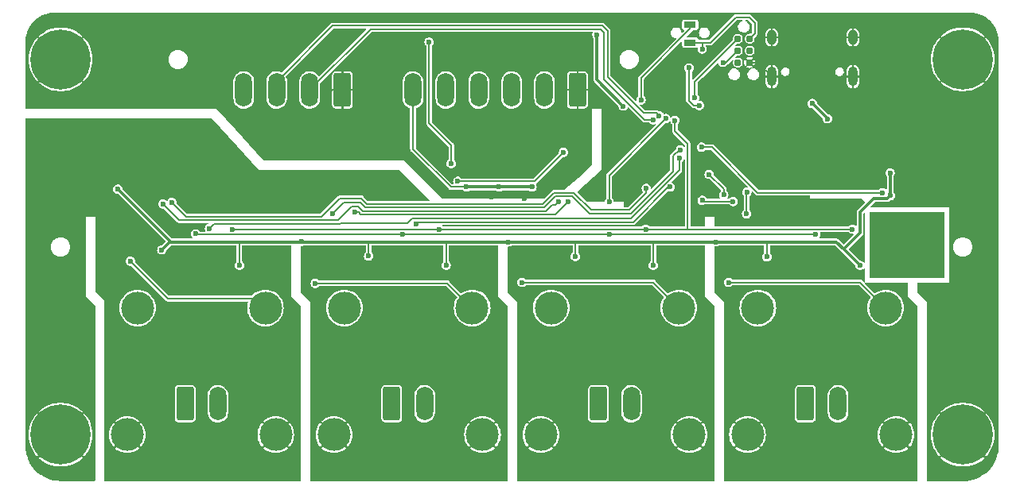
<source format=gbr>
%TF.GenerationSoftware,KiCad,Pcbnew,(7.0.0)*%
%TF.CreationDate,2023-06-01T21:15:46+02:00*%
%TF.ProjectId,temperature-logger,74656d70-6572-4617-9475-72652d6c6f67,rev?*%
%TF.SameCoordinates,Original*%
%TF.FileFunction,Copper,L4,Bot*%
%TF.FilePolarity,Positive*%
%FSLAX46Y46*%
G04 Gerber Fmt 4.6, Leading zero omitted, Abs format (unit mm)*
G04 Created by KiCad (PCBNEW (7.0.0)) date 2023-06-01 21:15:46*
%MOMM*%
%LPD*%
G01*
G04 APERTURE LIST*
G04 Aperture macros list*
%AMRoundRect*
0 Rectangle with rounded corners*
0 $1 Rounding radius*
0 $2 $3 $4 $5 $6 $7 $8 $9 X,Y pos of 4 corners*
0 Add a 4 corners polygon primitive as box body*
4,1,4,$2,$3,$4,$5,$6,$7,$8,$9,$2,$3,0*
0 Add four circle primitives for the rounded corners*
1,1,$1+$1,$2,$3*
1,1,$1+$1,$4,$5*
1,1,$1+$1,$6,$7*
1,1,$1+$1,$8,$9*
0 Add four rect primitives between the rounded corners*
20,1,$1+$1,$2,$3,$4,$5,0*
20,1,$1+$1,$4,$5,$6,$7,0*
20,1,$1+$1,$6,$7,$8,$9,0*
20,1,$1+$1,$8,$9,$2,$3,0*%
G04 Aperture macros list end*
%TA.AperFunction,ComponentPad*%
%ADD10C,3.500000*%
%TD*%
%TA.AperFunction,ComponentPad*%
%ADD11C,0.800000*%
%TD*%
%TA.AperFunction,ComponentPad*%
%ADD12C,6.400000*%
%TD*%
%TA.AperFunction,ComponentPad*%
%ADD13O,1.000000X2.100000*%
%TD*%
%TA.AperFunction,ComponentPad*%
%ADD14O,1.000000X1.600000*%
%TD*%
%TA.AperFunction,ComponentPad*%
%ADD15RoundRect,0.250000X0.650000X1.550000X-0.650000X1.550000X-0.650000X-1.550000X0.650000X-1.550000X0*%
%TD*%
%TA.AperFunction,ComponentPad*%
%ADD16O,1.800000X3.600000*%
%TD*%
%TA.AperFunction,ComponentPad*%
%ADD17RoundRect,0.250000X-0.650000X-1.550000X0.650000X-1.550000X0.650000X1.550000X-0.650000X1.550000X0*%
%TD*%
%TA.AperFunction,SMDPad,CuDef*%
%ADD18R,1.300000X0.700000*%
%TD*%
%TA.AperFunction,ConnectorPad*%
%ADD19C,0.784860*%
%TD*%
%TA.AperFunction,ViaPad*%
%ADD20C,0.600000*%
%TD*%
%TA.AperFunction,Conductor*%
%ADD21C,0.200000*%
%TD*%
%TA.AperFunction,Conductor*%
%ADD22C,0.300000*%
%TD*%
G04 APERTURE END LIST*
D10*
%TO.P,J2,1,Pin_1*%
%TO.N,Net-(FB1-Pad1)*%
X142800000Y-81500000D03*
%TO.P,J2,2,Pin_2*%
%TO.N,Net-(FB2-Pad1)*%
X129200000Y-81500000D03*
%TO.P,J2,MP,MountPin*%
%TO.N,GND*%
X143900000Y-95000000D03*
X128100000Y-95000000D03*
%TD*%
D11*
%TO.P,H1,1,1*%
%TO.N,GND*%
X52600000Y-55000000D03*
X53302944Y-53302944D03*
X53302944Y-56697056D03*
X55000000Y-52600000D03*
D12*
X55000000Y-55000000D03*
D11*
X55000000Y-57400000D03*
X56697056Y-53302944D03*
X56697056Y-56697056D03*
X57400000Y-55000000D03*
%TD*%
%TO.P,H2,1,1*%
%TO.N,GND*%
X148600000Y-55000000D03*
X149302944Y-53302944D03*
X149302944Y-56697056D03*
X151000000Y-52600000D03*
D12*
X151000000Y-55000000D03*
D11*
X151000000Y-57400000D03*
X152697056Y-53302944D03*
X152697056Y-56697056D03*
X153400000Y-55000000D03*
%TD*%
%TO.P,H3,1,1*%
%TO.N,GND*%
X52600000Y-95000000D03*
X53302944Y-93302944D03*
X53302944Y-96697056D03*
X55000000Y-92600000D03*
D12*
X55000000Y-95000000D03*
D11*
X55000000Y-97400000D03*
X56697056Y-93302944D03*
X56697056Y-96697056D03*
X57400000Y-95000000D03*
%TD*%
%TO.P,H4,1,1*%
%TO.N,GND*%
X148600000Y-95000000D03*
X149302944Y-93302944D03*
X149302944Y-96697056D03*
X151000000Y-92600000D03*
D12*
X151000000Y-95000000D03*
D11*
X151000000Y-97400000D03*
X152697056Y-93302944D03*
X152697056Y-96697056D03*
X153400000Y-95000000D03*
%TD*%
D13*
%TO.P,J1,S1,SHIELD*%
%TO.N,GND*%
X139319999Y-56834999D03*
D14*
X139319999Y-52654999D03*
D13*
X130679999Y-56834999D03*
D14*
X130679999Y-52654999D03*
%TD*%
D10*
%TO.P,J3,1,Pin_1*%
%TO.N,Net-(FB3-Pad1)*%
X120800000Y-81500000D03*
%TO.P,J3,2,Pin_2*%
%TO.N,Net-(FB4-Pad1)*%
X107200000Y-81500000D03*
%TO.P,J3,MP,MountPin*%
%TO.N,GND*%
X121900000Y-95000000D03*
X106100000Y-95000000D03*
%TD*%
%TO.P,J4,1,Pin_1*%
%TO.N,Net-(FB5-Pad1)*%
X98800000Y-81500000D03*
%TO.P,J4,2,Pin_2*%
%TO.N,Net-(FB6-Pad1)*%
X85200000Y-81500000D03*
%TO.P,J4,MP,MountPin*%
%TO.N,GND*%
X99900000Y-95000000D03*
X84100000Y-95000000D03*
%TD*%
%TO.P,J5,1,Pin_1*%
%TO.N,Net-(FB7-Pad1)*%
X76800000Y-81500000D03*
%TO.P,J5,2,Pin_2*%
%TO.N,Net-(FB8-Pad1)*%
X63200000Y-81500000D03*
%TO.P,J5,MP,MountPin*%
%TO.N,GND*%
X77900000Y-95000000D03*
X62100000Y-95000000D03*
%TD*%
D15*
%TO.P,J6,1,Pin_1*%
%TO.N,GND*%
X110000000Y-58250000D03*
D16*
%TO.P,J6,2,Pin_2*%
%TO.N,Net-(J6-Pad2)*%
X106499999Y-58249999D03*
%TO.P,J6,3,Pin_3*%
%TO.N,Net-(J6-Pad3)*%
X102999999Y-58249999D03*
%TO.P,J6,4,Pin_4*%
%TO.N,Net-(J6-Pad4)*%
X99499999Y-58249999D03*
%TO.P,J6,5,Pin_5*%
%TO.N,VM*%
X95999999Y-58249999D03*
%TO.P,J6,6,Pin_6*%
%TO.N,VBUS*%
X92499999Y-58249999D03*
%TD*%
D15*
%TO.P,J7,1,Pin_1*%
%TO.N,GND*%
X85000000Y-58250000D03*
D16*
%TO.P,J7,2,Pin_2*%
%TO.N,SDA*%
X81499999Y-58249999D03*
%TO.P,J7,3,Pin_3*%
%TO.N,SCL*%
X77999999Y-58249999D03*
%TO.P,J7,4,Pin_4*%
%TO.N,+3V3*%
X74499999Y-58249999D03*
%TD*%
D17*
%TO.P,J8,1,Pin_1*%
%TO.N,Net-(FB2-Pad1)*%
X134250000Y-91700000D03*
D16*
%TO.P,J8,2,Pin_2*%
%TO.N,Net-(FB1-Pad1)*%
X137749999Y-91699999D03*
%TD*%
D17*
%TO.P,J9,1,Pin_1*%
%TO.N,Net-(FB4-Pad1)*%
X112250000Y-91700000D03*
D16*
%TO.P,J9,2,Pin_2*%
%TO.N,Net-(FB3-Pad1)*%
X115749999Y-91699999D03*
%TD*%
D17*
%TO.P,J10,1,Pin_1*%
%TO.N,Net-(FB6-Pad1)*%
X90250000Y-91700000D03*
D16*
%TO.P,J10,2,Pin_2*%
%TO.N,Net-(FB5-Pad1)*%
X93749999Y-91699999D03*
%TD*%
D17*
%TO.P,J11,1,Pin_1*%
%TO.N,Net-(FB8-Pad1)*%
X68250000Y-91700000D03*
D16*
%TO.P,J11,2,Pin_2*%
%TO.N,Net-(FB7-Pad1)*%
X71749999Y-91699999D03*
%TD*%
D18*
%TO.P,JP1,1,1*%
%TO.N,Net-(JP1-Pad1)*%
X121999999Y-51299999D03*
%TO.P,JP1,2,2*%
%TO.N,+3V3*%
X121999999Y-53199999D03*
%TD*%
D19*
%TO.P,P1,1,VCC*%
%TO.N,+3V3*%
X128335000Y-52780000D03*
%TO.P,P1,2,SWDIO/TMS*%
%TO.N,SWDIO*%
X127065000Y-52780000D03*
%TO.P,P1,3,~{RESET}*%
%TO.N,unconnected-(P1-Pad3)*%
X128335000Y-54050000D03*
%TO.P,P1,4,SWCLK/TCK*%
%TO.N,SWCLK*%
X127065000Y-54050000D03*
%TO.P,P1,5,GND*%
%TO.N,GND*%
X128335000Y-55320000D03*
%TO.P,P1,6,SWO/TDO*%
%TO.N,unconnected-(P1-Pad6)*%
X127065000Y-55320000D03*
%TD*%
D20*
%TO.N,+3V3*%
X124725000Y-74450000D03*
X74025000Y-76950000D03*
X118075000Y-76950000D03*
X109780002Y-76000000D03*
X143275000Y-67100000D03*
X140075000Y-76950000D03*
X87780002Y-75950000D03*
X96575000Y-66100000D03*
X65775000Y-75300000D03*
X143325001Y-69514286D03*
X114874865Y-59970125D03*
X112075000Y-52360021D03*
X80675000Y-74400000D03*
X123275000Y-53900000D03*
X96025000Y-76950000D03*
X102675000Y-74450000D03*
X94225000Y-53150000D03*
X130175000Y-76050000D03*
X61100000Y-68825000D03*
%TO.N,GND*%
X79575000Y-54800000D03*
X121075000Y-69500000D03*
X100875000Y-69700000D03*
X97175000Y-67100000D03*
X119775000Y-69500000D03*
X74075000Y-81300000D03*
X114275000Y-61000000D03*
X73875000Y-55200000D03*
X128375000Y-66700000D03*
X139275000Y-65800000D03*
X129475000Y-75500000D03*
X122375000Y-65200000D03*
X111175000Y-54100000D03*
X62375000Y-79000000D03*
X131775000Y-70400000D03*
X105975000Y-77300000D03*
X120475000Y-55200000D03*
X124375000Y-63200000D03*
X66875000Y-63400000D03*
X61875000Y-68200000D03*
X142175000Y-67000000D03*
X126375000Y-67900000D03*
X138175000Y-73800000D03*
X60975000Y-65500000D03*
X117075000Y-53200000D03*
X141675000Y-79300000D03*
X145325000Y-77550000D03*
X141175000Y-64100000D03*
X88075000Y-69700000D03*
X118875000Y-56200000D03*
X62775000Y-64800000D03*
X118275000Y-71300000D03*
X137275000Y-70500000D03*
X62675000Y-67300000D03*
X132575000Y-66800000D03*
X121075000Y-56500000D03*
X122375000Y-68400000D03*
X122375000Y-71200000D03*
X73975000Y-61100000D03*
X76275000Y-58000000D03*
X141675000Y-83800000D03*
X132775000Y-77800000D03*
X140575000Y-65800000D03*
X139875000Y-75100000D03*
X129575000Y-68500000D03*
X72675000Y-79800000D03*
X90075000Y-75300000D03*
X125775000Y-76300000D03*
X140175000Y-63000000D03*
X104375000Y-69800000D03*
X115675000Y-69800000D03*
X113975000Y-51300000D03*
X103075000Y-62300000D03*
X97375000Y-65700000D03*
X126675000Y-75500000D03*
X83975000Y-77400000D03*
X76475000Y-61100000D03*
X136755002Y-60350000D03*
X122375000Y-54300000D03*
X134075000Y-75300000D03*
X88275000Y-50600000D03*
X122175000Y-61400000D03*
X63875000Y-79000000D03*
X78875000Y-75200000D03*
X133000000Y-62550000D03*
X97575000Y-79000000D03*
X119675000Y-79200000D03*
X118675000Y-75900000D03*
X121075000Y-75200000D03*
X130275000Y-63000000D03*
X63975000Y-73500000D03*
X128775000Y-58200000D03*
X85975000Y-78200000D03*
X130475000Y-71400000D03*
X81875000Y-76400000D03*
X96475000Y-69300000D03*
X130375000Y-83800000D03*
X101275000Y-58200000D03*
X83275000Y-58000000D03*
X113975000Y-53300000D03*
X61575000Y-71700000D03*
X77575000Y-51400000D03*
X131975000Y-75700000D03*
X118275000Y-54400000D03*
X122375000Y-69500000D03*
X96875000Y-75200000D03*
X141175000Y-60400000D03*
X95275000Y-75200000D03*
X128375000Y-75500000D03*
X73175000Y-75200000D03*
X82475000Y-70900000D03*
X103875000Y-76600000D03*
X119175000Y-63400000D03*
X115275000Y-64300000D03*
X66075000Y-68700000D03*
X148325000Y-77550000D03*
X131675000Y-80400000D03*
X142655000Y-70490000D03*
X121975000Y-63200000D03*
X97775000Y-58200000D03*
X107575000Y-62000000D03*
X107975000Y-78000000D03*
X117075000Y-78000000D03*
X126375000Y-65200000D03*
X141825000Y-72050000D03*
X135000000Y-61800000D03*
X68075000Y-75300000D03*
X104575000Y-54100000D03*
X105075000Y-80200000D03*
X120975000Y-71400000D03*
X113375000Y-66100000D03*
X129975000Y-77000000D03*
X67375000Y-79800000D03*
X140575000Y-67000000D03*
X93975000Y-64200000D03*
X130075000Y-65000000D03*
X137075000Y-75300000D03*
X95075000Y-50600000D03*
X75675000Y-83900000D03*
X104575000Y-50700000D03*
X79775000Y-58000000D03*
X108175000Y-84000000D03*
X83575000Y-53800000D03*
X99575000Y-62300000D03*
X133575000Y-66800000D03*
X63875000Y-61900000D03*
X125335000Y-56720000D03*
X125675000Y-79800000D03*
X82375000Y-63200000D03*
X115675000Y-58200000D03*
X116775000Y-75800000D03*
X118575000Y-80400000D03*
X126975000Y-72500000D03*
X74475000Y-70900000D03*
X138975000Y-78000000D03*
X119775000Y-84100000D03*
X134775000Y-66800000D03*
X88675000Y-75900000D03*
X96875000Y-61200000D03*
X107975000Y-75300000D03*
X102875000Y-64700000D03*
X140375000Y-80500000D03*
X66575000Y-75900000D03*
X100975000Y-75300000D03*
X84375000Y-75400000D03*
X86175000Y-83800000D03*
X115075000Y-67900000D03*
X112475000Y-75800000D03*
X127875000Y-60500000D03*
X138975000Y-64000000D03*
X87575000Y-80500000D03*
X63975000Y-69100000D03*
X66275000Y-66800000D03*
X99075000Y-67100000D03*
X111175000Y-50700000D03*
X124375000Y-61400000D03*
X117075000Y-51300000D03*
X74775000Y-75200000D03*
X134975000Y-68500000D03*
X66775000Y-77800000D03*
X83075000Y-80100000D03*
X138975000Y-59100000D03*
X145325000Y-72050000D03*
X125175000Y-72400000D03*
X132075000Y-62600000D03*
X122775000Y-79800000D03*
X145575000Y-60900000D03*
X92875000Y-69700000D03*
X138475000Y-62400000D03*
X148325000Y-72050000D03*
X82575000Y-55800000D03*
X68075000Y-73700000D03*
X125775000Y-70900000D03*
X131275000Y-68500000D03*
X102075000Y-55900000D03*
X108675000Y-64000000D03*
X96875000Y-54200000D03*
X129875000Y-78100000D03*
X65775000Y-81000000D03*
X96475000Y-80500000D03*
X77075000Y-63100000D03*
X97475000Y-83900000D03*
X79775000Y-60000000D03*
X67875000Y-70100000D03*
X75675000Y-79100000D03*
X93175000Y-61600000D03*
X131475000Y-60500000D03*
X88775000Y-77800000D03*
X139975000Y-78000000D03*
X95275000Y-78000000D03*
X99375000Y-64700000D03*
X141825000Y-77550000D03*
X64375000Y-83900000D03*
X121075000Y-68400000D03*
X93375000Y-54300000D03*
X133375000Y-64900000D03*
X109775000Y-80300000D03*
X133575000Y-69900000D03*
X110775000Y-77800000D03*
%TO.N,VBUS*%
X98175000Y-68600000D03*
X135000000Y-59700000D03*
X105175000Y-68600000D03*
X101675000Y-68600000D03*
X136600000Y-61325000D03*
%TO.N,LED0*%
X123275000Y-70019990D03*
X126575000Y-70150000D03*
%TO.N,LED2*%
X86288813Y-71303035D03*
X108975000Y-70200000D03*
%TO.N,LED3*%
X65875000Y-70400000D03*
X107975000Y-70200000D03*
%TO.N,Net-(FB1-Pad1)*%
X126095000Y-78770000D03*
%TO.N,Net-(FB3-Pad1)*%
X104105000Y-78770000D03*
%TO.N,Net-(FB5-Pad1)*%
X82105000Y-78870000D03*
%TO.N,Net-(FB7-Pad1)*%
X62425000Y-76500000D03*
%TO.N,SDA*%
X118041917Y-61421227D03*
%TO.N,SCL*%
X118698413Y-61000000D03*
%TO.N,Net-(JP1-Pad1)*%
X116775000Y-59300000D03*
%TO.N,SWCLK*%
X125474740Y-55319990D03*
%TO.N,SWDIO*%
X122475000Y-59100000D03*
%TO.N,SCK*%
X139275000Y-73100000D03*
X95275000Y-73100000D03*
X117275000Y-73100000D03*
X73275000Y-73100000D03*
X120375000Y-61500000D03*
%TO.N,SW_SCPI_CSV*%
X121874994Y-55900000D03*
X122975000Y-59900000D03*
%TO.N,OUT_nSLEEP*%
X97274996Y-68000000D03*
X108525000Y-64900000D03*
%TO.N,CIPO*%
X113375000Y-70200000D03*
X69375000Y-73600000D03*
X91375000Y-73680010D03*
X113375000Y-73680010D03*
X135375000Y-73680010D03*
X119411473Y-61316172D03*
%TO.N,CS2*%
X92825296Y-72510349D03*
X119875000Y-68600000D03*
%TO.N,CS3*%
X70845265Y-73015420D03*
X120825000Y-65550000D03*
%TO.N,NTC_BOARD*%
X123215000Y-64340000D03*
X142475003Y-69200003D03*
%TO.N,NTC0*%
X128024996Y-69150000D03*
X128000013Y-71452933D03*
%TO.N,NTC1*%
X125575000Y-69450000D03*
X124017976Y-67257024D03*
%TO.N,NTC2*%
X83925000Y-71450000D03*
X120975000Y-64650000D03*
%TO.N,NTC3*%
X66825000Y-70250000D03*
X117325000Y-68750000D03*
%TD*%
D21*
%TO.N,+3V3*%
X122275000Y-53200000D02*
X122000000Y-53200000D01*
X109825000Y-74450000D02*
X102675000Y-74450000D01*
D22*
X138400000Y-75175000D02*
X138400000Y-75275000D01*
D21*
X74025000Y-74400000D02*
X66675000Y-74400000D01*
X102675000Y-74450000D02*
X95925000Y-74450000D01*
D22*
X143325001Y-69514286D02*
X142979287Y-69860000D01*
D21*
X128575000Y-74450000D02*
X130225000Y-74450000D01*
X87780002Y-74494998D02*
X87780002Y-75950000D01*
X96025000Y-74550000D02*
X96025000Y-76950000D01*
D22*
X137575000Y-74450000D02*
X66725000Y-74450000D01*
D21*
X95925000Y-74450000D02*
X87825000Y-74450000D01*
D22*
X66725000Y-74450000D02*
X66675000Y-74400000D01*
X143275000Y-67100000D02*
X143275000Y-69464285D01*
D21*
X94225000Y-61800000D02*
X94225000Y-53150000D01*
X128575000Y-74450000D02*
X124725000Y-74450000D01*
X128335000Y-52780000D02*
X128875000Y-52240000D01*
X74025000Y-74400000D02*
X74025000Y-76950000D01*
X124725000Y-74450000D02*
X118025000Y-74450000D01*
X128875000Y-51100000D02*
X128275000Y-50500000D01*
X95925000Y-74450000D02*
X96025000Y-74550000D01*
D22*
X143275000Y-69464285D02*
X143325001Y-69514286D01*
D21*
X118025000Y-74450000D02*
X109825000Y-74450000D01*
X87825000Y-74450000D02*
X87780002Y-74494998D01*
D22*
X138400000Y-75275000D02*
X137575000Y-74450000D01*
D21*
X109780002Y-74494998D02*
X109780002Y-76000000D01*
X87825000Y-74450000D02*
X80725000Y-74450000D01*
X80725000Y-74450000D02*
X80675000Y-74400000D01*
D22*
X141515000Y-69860000D02*
X140075000Y-71300000D01*
X66675000Y-74400000D02*
X61100000Y-68825000D01*
D21*
X96575000Y-64150000D02*
X94225000Y-61800000D01*
X123275000Y-53900000D02*
X123275000Y-53200000D01*
X80675000Y-74400000D02*
X74025000Y-74400000D01*
X124175000Y-53200000D02*
X122275000Y-53200000D01*
D22*
X112075000Y-57170260D02*
X112075000Y-52360021D01*
D21*
X128875000Y-52240000D02*
X128875000Y-51100000D01*
X109825000Y-74450000D02*
X109780002Y-74494998D01*
D22*
X140075000Y-76950000D02*
X138400000Y-75275000D01*
D21*
X118025000Y-74450000D02*
X118075000Y-74500000D01*
X118075000Y-74500000D02*
X118075000Y-76950000D01*
X128275000Y-50500000D02*
X126875000Y-50500000D01*
X130175000Y-74500000D02*
X130175000Y-76050000D01*
D22*
X142979287Y-69860000D02*
X141515000Y-69860000D01*
X140075000Y-71300000D02*
X140075000Y-73500000D01*
X66675000Y-74400000D02*
X65775000Y-75300000D01*
X140075000Y-73500000D02*
X138400000Y-75175000D01*
D21*
X123275000Y-53200000D02*
X122000000Y-53200000D01*
X130225000Y-74450000D02*
X137575000Y-74450000D01*
X96575000Y-66100000D02*
X96575000Y-64150000D01*
D22*
X114874865Y-59970125D02*
X112075000Y-57170260D01*
D21*
X126875000Y-50500000D02*
X124175000Y-53200000D01*
X130225000Y-74450000D02*
X130175000Y-74500000D01*
%TO.N,GND*%
X128335000Y-55320000D02*
X129165000Y-55320000D01*
X129165000Y-55320000D02*
X130680000Y-56835000D01*
D22*
%TO.N,VBUS*%
X136600000Y-61325000D02*
X136600000Y-61300000D01*
D21*
X98175000Y-68600000D02*
X96525000Y-68600000D01*
X92500000Y-64575000D02*
X92500000Y-58250000D01*
D22*
X136600000Y-61300000D02*
X135000000Y-59700000D01*
D21*
X96525000Y-68600000D02*
X92500000Y-64575000D01*
D22*
X105175000Y-68600000D02*
X98175000Y-68600000D01*
D21*
%TO.N,LED0*%
X123405010Y-70150000D02*
X126575000Y-70150000D01*
X123275000Y-70019990D02*
X123405010Y-70150000D01*
%TO.N,LED2*%
X86950072Y-71540030D02*
X86713077Y-71303035D01*
X108975000Y-70200000D02*
X107635020Y-71539980D01*
X86713077Y-71303035D02*
X86288813Y-71303035D01*
X106797214Y-71540030D02*
X86950072Y-71540030D01*
X106797264Y-71539980D02*
X106797214Y-71540030D01*
X107635020Y-71539980D02*
X106797264Y-71539980D01*
%TO.N,LED3*%
X84544989Y-72130011D02*
X67605011Y-72130011D01*
X66174999Y-70699999D02*
X65875000Y-70400000D01*
X67605011Y-72130011D02*
X66174999Y-70699999D01*
X107299831Y-70499999D02*
X106639810Y-71160020D01*
X86675000Y-70700000D02*
X85975000Y-70700000D01*
X87135020Y-71160020D02*
X86675000Y-70700000D01*
X107975000Y-70200000D02*
X107675001Y-70499999D01*
X106639810Y-71160020D02*
X87135020Y-71160020D01*
X107675001Y-70499999D02*
X107299831Y-70499999D01*
X85975000Y-70700000D02*
X84544989Y-72130011D01*
%TO.N,Net-(FB1-Pad1)*%
X142800000Y-81500000D02*
X140070000Y-78770000D01*
X140070000Y-78770000D02*
X126095000Y-78770000D01*
%TO.N,Net-(FB3-Pad1)*%
X120800000Y-81500000D02*
X118070000Y-78770000D01*
X118070000Y-78770000D02*
X104105000Y-78770000D01*
%TO.N,Net-(FB5-Pad1)*%
X96170000Y-78870000D02*
X82105000Y-78870000D01*
X98800000Y-81500000D02*
X96170000Y-78870000D01*
%TO.N,Net-(FB7-Pad1)*%
X66425000Y-80500000D02*
X62425000Y-76500000D01*
X76800000Y-81500000D02*
X75800000Y-80500000D01*
X75800000Y-80500000D02*
X66425000Y-80500000D01*
%TO.N,SDA*%
X117146227Y-61421227D02*
X117617653Y-61421227D01*
X87969989Y-51780011D02*
X112467595Y-51780011D01*
X117617653Y-61421227D02*
X118041917Y-61421227D01*
X112467595Y-51780011D02*
X112844989Y-52157405D01*
X112844989Y-52157405D02*
X112844989Y-57119989D01*
X112844989Y-57119989D02*
X117146227Y-61421227D01*
X81500000Y-58250000D02*
X87969989Y-51780011D01*
%TO.N,SCL*%
X117025001Y-60700001D02*
X118398414Y-60700001D01*
X113225000Y-56900000D02*
X117025001Y-60700001D01*
X83950000Y-51400000D02*
X112625000Y-51400000D01*
X78000000Y-57350000D02*
X83950000Y-51400000D01*
X78000000Y-58250000D02*
X78000000Y-57350000D01*
X113225000Y-52000000D02*
X113225000Y-56900000D01*
X118398414Y-60700001D02*
X118698413Y-61000000D01*
X112625000Y-51400000D02*
X113225000Y-52000000D01*
%TO.N,Net-(JP1-Pad1)*%
X116775000Y-56975402D02*
X122000000Y-51750402D01*
X122000000Y-51750402D02*
X122000000Y-51300000D01*
X116775000Y-59300000D02*
X116775000Y-56975402D01*
%TO.N,SWCLK*%
X125795010Y-55319990D02*
X125474740Y-55319990D01*
X127065000Y-54050000D02*
X125795010Y-55319990D01*
%TO.N,SWDIO*%
X122475000Y-59100000D02*
X122475000Y-57370000D01*
X122475000Y-57370000D02*
X127065000Y-52780000D01*
%TO.N,SCK*%
X121725000Y-73100000D02*
X121725000Y-64000000D01*
X101533402Y-73100000D02*
X117275000Y-73100000D01*
X117275000Y-73100000D02*
X121725000Y-73100000D01*
X121725000Y-73100000D02*
X139275000Y-73100000D01*
X120375000Y-62650000D02*
X121725000Y-64000000D01*
X73699264Y-73100000D02*
X95275000Y-73100000D01*
X120375000Y-61500000D02*
X120375000Y-62650000D01*
X73275000Y-73100000D02*
X73699264Y-73100000D01*
X95275000Y-73100000D02*
X101533402Y-73100000D01*
%TO.N,SW_SCPI_CSV*%
X121874994Y-59399994D02*
X121874994Y-56324264D01*
X122375000Y-59900000D02*
X121874994Y-59399994D01*
X122975000Y-59900000D02*
X122375000Y-59900000D01*
X121874994Y-56324264D02*
X121874994Y-55900000D01*
%TO.N,OUT_nSLEEP*%
X105425000Y-68000000D02*
X97274996Y-68000000D01*
X108525000Y-64900000D02*
X105425000Y-68000000D01*
%TO.N,CIPO*%
X113375000Y-73680010D02*
X91375000Y-73680010D01*
X113375000Y-70200000D02*
X113375000Y-67352645D01*
X69455010Y-73680010D02*
X69375000Y-73600000D01*
X135375000Y-73680010D02*
X113375000Y-73680010D01*
X91375000Y-73680010D02*
X69455010Y-73680010D01*
X113375000Y-67352645D02*
X119111474Y-61616171D01*
X119111474Y-61616171D02*
X119411473Y-61316172D01*
%TO.N,CS2*%
X92825296Y-72510349D02*
X92985645Y-72350000D01*
X92985645Y-72350000D02*
X115925000Y-72350000D01*
X115925000Y-72350000D02*
X119675000Y-68600000D01*
X119675000Y-68600000D02*
X119875000Y-68600000D01*
%TO.N,CS3*%
X91875000Y-72450000D02*
X84762416Y-72450000D01*
X84702394Y-72510022D02*
X71350663Y-72510022D01*
X120825000Y-66824832D02*
X115729842Y-71919990D01*
X106954670Y-71919990D02*
X106944649Y-71930011D01*
X106944649Y-71930011D02*
X92394989Y-71930011D01*
X115729842Y-71919990D02*
X106954670Y-71919990D01*
X120825000Y-65550000D02*
X120825000Y-66824832D01*
X71350663Y-72510022D02*
X71145264Y-72715421D01*
X92394989Y-71930011D02*
X91875000Y-72450000D01*
X71145264Y-72715421D02*
X70845265Y-73015420D01*
X84762416Y-72450000D02*
X84702394Y-72510022D01*
%TO.N,NTC_BOARD*%
X142475003Y-69200003D02*
X129175003Y-69200003D01*
X129175003Y-69200003D02*
X124315000Y-64340000D01*
X124315000Y-64340000D02*
X123215000Y-64340000D01*
%TO.N,NTC0*%
X128000013Y-69174983D02*
X128024996Y-69150000D01*
X128000013Y-71452933D02*
X128000013Y-69174983D01*
%TO.N,NTC1*%
X125575000Y-68814048D02*
X124017976Y-67257024D01*
X125575000Y-69450000D02*
X125575000Y-68814048D01*
%TO.N,NTC2*%
X120175000Y-65300000D02*
X120825000Y-64650000D01*
X107682405Y-69580011D02*
X109417595Y-69580011D01*
X106482406Y-70780010D02*
X107682405Y-69580011D01*
X111267595Y-71430011D02*
X115682406Y-71430010D01*
X83925000Y-71450000D02*
X85125000Y-70250000D01*
X87417595Y-70780011D02*
X106482406Y-70780010D01*
X115682406Y-71430010D02*
X120175000Y-66937416D01*
X120825000Y-64650000D02*
X120975000Y-64650000D01*
X109417595Y-69580011D02*
X111267595Y-71430011D01*
X85125000Y-70250000D02*
X86887584Y-70250000D01*
X86887584Y-70250000D02*
X87417595Y-70780011D01*
X120175000Y-66937416D02*
X120175000Y-65300000D01*
%TO.N,NTC3*%
X109575000Y-69200000D02*
X111425000Y-71050000D01*
X86975000Y-69800000D02*
X87575000Y-70400000D01*
X82775000Y-71750000D02*
X84725000Y-69800000D01*
X84725000Y-69800000D02*
X86975000Y-69800000D01*
X66825000Y-70250000D02*
X68325000Y-71750000D01*
X68325000Y-71750000D02*
X82775000Y-71750000D01*
X107525000Y-69200000D02*
X109575000Y-69200000D01*
X111425000Y-71050000D02*
X115525000Y-71050000D01*
X87575000Y-70400000D02*
X106325000Y-70400000D01*
X117325000Y-69250000D02*
X117325000Y-68750000D01*
X115525000Y-71050000D02*
X117325000Y-69250000D01*
X106325000Y-70400000D02*
X107525000Y-69200000D01*
%TD*%
%TA.AperFunction,Conductor*%
%TO.N,GND*%
G36*
X151855225Y-50025580D02*
G01*
X152161526Y-50041631D01*
X152167634Y-50042273D01*
X152469064Y-50090012D01*
X152475101Y-50091295D01*
X152769885Y-50170281D01*
X152775734Y-50172182D01*
X153052550Y-50278440D01*
X153060639Y-50281545D01*
X153066268Y-50284050D01*
X153338204Y-50422607D01*
X153343509Y-50425670D01*
X153599476Y-50591895D01*
X153604452Y-50595510D01*
X153812968Y-50764363D01*
X153841623Y-50787567D01*
X153846212Y-50791700D01*
X154061986Y-51007472D01*
X154066119Y-51012061D01*
X154258174Y-51249228D01*
X154261803Y-51254224D01*
X154428003Y-51510148D01*
X154431091Y-51515496D01*
X154556277Y-51761186D01*
X154569635Y-51787401D01*
X154572145Y-51793040D01*
X154597674Y-51859544D01*
X154681506Y-52077934D01*
X154683415Y-52083808D01*
X154762398Y-52378576D01*
X154763682Y-52384616D01*
X154811422Y-52686030D01*
X154812067Y-52692172D01*
X154828099Y-52998085D01*
X154828180Y-53001173D01*
X154828180Y-53008285D01*
X154825952Y-53008285D01*
X154825952Y-53008288D01*
X154828182Y-53008288D01*
X154843907Y-96129211D01*
X154843835Y-96132139D01*
X154825392Y-96506078D01*
X154824820Y-96511864D01*
X154769874Y-96880753D01*
X154768735Y-96886454D01*
X154677754Y-97248133D01*
X154676060Y-97253695D01*
X154549919Y-97604674D01*
X154547686Y-97610041D01*
X154387617Y-97946900D01*
X154384866Y-97952022D01*
X154192418Y-98271494D01*
X154189176Y-98276320D01*
X153966226Y-98575292D01*
X153962525Y-98579776D01*
X153711231Y-98855356D01*
X153707107Y-98859454D01*
X153429905Y-99108970D01*
X153425397Y-99112642D01*
X153124987Y-99333662D01*
X153120140Y-99336872D01*
X152799442Y-99527248D01*
X152794303Y-99529966D01*
X152456418Y-99687859D01*
X152451036Y-99690058D01*
X152099248Y-99813930D01*
X152093676Y-99815588D01*
X151731413Y-99904235D01*
X151725704Y-99905337D01*
X151356476Y-99957899D01*
X151350687Y-99958434D01*
X150977183Y-99974440D01*
X150974282Y-99974493D01*
X150966884Y-99974446D01*
X150966901Y-99971696D01*
X150966808Y-99971695D01*
X150966808Y-99974497D01*
X147233985Y-99973525D01*
X147192275Y-99956239D01*
X147175000Y-99914525D01*
X147175000Y-97473808D01*
X148669993Y-97473808D01*
X148673316Y-97479273D01*
X148794489Y-97594054D01*
X148796934Y-97596130D01*
X149087887Y-97817307D01*
X149090523Y-97819095D01*
X149403714Y-98007536D01*
X149406515Y-98009021D01*
X149738236Y-98162491D01*
X149741185Y-98163666D01*
X150087562Y-98280374D01*
X150090621Y-98281223D01*
X150447583Y-98359797D01*
X150450714Y-98360309D01*
X150814074Y-98399827D01*
X150817248Y-98400000D01*
X151182752Y-98400000D01*
X151185925Y-98399827D01*
X151549285Y-98360309D01*
X151552416Y-98359797D01*
X151909378Y-98281223D01*
X151912437Y-98280374D01*
X152258814Y-98163666D01*
X152261763Y-98162491D01*
X152593484Y-98009021D01*
X152596285Y-98007536D01*
X152909476Y-97819095D01*
X152912112Y-97817307D01*
X153203065Y-97596130D01*
X153205510Y-97594054D01*
X153326682Y-97479273D01*
X153330005Y-97473808D01*
X153326830Y-97468251D01*
X151008299Y-95149720D01*
X151000000Y-95146282D01*
X150991700Y-95149720D01*
X148673168Y-97468251D01*
X148669993Y-97473808D01*
X147175000Y-97473808D01*
X147175000Y-95001605D01*
X147595093Y-95001605D01*
X147614878Y-95366539D01*
X147615225Y-95369725D01*
X147674355Y-95730402D01*
X147675040Y-95733512D01*
X147772817Y-96085671D01*
X147773838Y-96088705D01*
X147909119Y-96428235D01*
X147910461Y-96431136D01*
X148081654Y-96754041D01*
X148083303Y-96756781D01*
X148288409Y-97059290D01*
X148290342Y-97061833D01*
X148517635Y-97329423D01*
X148523031Y-97333046D01*
X148528706Y-97329871D01*
X150853085Y-95005493D01*
X150856257Y-95000000D01*
X150856256Y-94999999D01*
X151146282Y-94999999D01*
X151149720Y-95008299D01*
X153471292Y-97329871D01*
X153476967Y-97333046D01*
X153482363Y-97329423D01*
X153709657Y-97061833D01*
X153711590Y-97059290D01*
X153916696Y-96756781D01*
X153918345Y-96754041D01*
X154089538Y-96431136D01*
X154090880Y-96428235D01*
X154226161Y-96088705D01*
X154227182Y-96085671D01*
X154324959Y-95733512D01*
X154325644Y-95730402D01*
X154384774Y-95369725D01*
X154385121Y-95366539D01*
X154404907Y-95001605D01*
X154404907Y-94998395D01*
X154385121Y-94633460D01*
X154384774Y-94630274D01*
X154325644Y-94269597D01*
X154324959Y-94266487D01*
X154227182Y-93914328D01*
X154226161Y-93911294D01*
X154090880Y-93571764D01*
X154089538Y-93568863D01*
X153918345Y-93245958D01*
X153916696Y-93243218D01*
X153711590Y-92940709D01*
X153709657Y-92938166D01*
X153482363Y-92670575D01*
X153476967Y-92666952D01*
X153471292Y-92670127D01*
X151149720Y-94991700D01*
X151146282Y-94999999D01*
X150856256Y-94999999D01*
X150853085Y-94994506D01*
X148528706Y-92670127D01*
X148523031Y-92666952D01*
X148517635Y-92670575D01*
X148290342Y-92938166D01*
X148288409Y-92940709D01*
X148083303Y-93243218D01*
X148081654Y-93245958D01*
X147910461Y-93568863D01*
X147909119Y-93571764D01*
X147773838Y-93911294D01*
X147772817Y-93914328D01*
X147675040Y-94266487D01*
X147674355Y-94269597D01*
X147615225Y-94630274D01*
X147614878Y-94633460D01*
X147595093Y-94998395D01*
X147595093Y-95001605D01*
X147175000Y-95001605D01*
X147175000Y-92526190D01*
X148669993Y-92526190D01*
X148673168Y-92531747D01*
X150994506Y-94853085D01*
X151000000Y-94856257D01*
X151005493Y-94853085D01*
X153326830Y-92531747D01*
X153330005Y-92526190D01*
X153326682Y-92520725D01*
X153205510Y-92405945D01*
X153203065Y-92403869D01*
X152912112Y-92182692D01*
X152909476Y-92180904D01*
X152596285Y-91992463D01*
X152593484Y-91990978D01*
X152261763Y-91837508D01*
X152258814Y-91836333D01*
X151912437Y-91719625D01*
X151909378Y-91718776D01*
X151552416Y-91640202D01*
X151549285Y-91639690D01*
X151185925Y-91600172D01*
X151182752Y-91600000D01*
X150817248Y-91600000D01*
X150814074Y-91600172D01*
X150450714Y-91639690D01*
X150447583Y-91640202D01*
X150090621Y-91718776D01*
X150087562Y-91719625D01*
X149741185Y-91836333D01*
X149738236Y-91837508D01*
X149406515Y-91990978D01*
X149403714Y-91992463D01*
X149090523Y-92180904D01*
X149087887Y-92182692D01*
X148796934Y-92403869D01*
X148794489Y-92405945D01*
X148673316Y-92520725D01*
X148669993Y-92526190D01*
X147175000Y-92526190D01*
X147175000Y-80811737D01*
X147175000Y-80800000D01*
X146192281Y-79817281D01*
X146175000Y-79775562D01*
X146175000Y-78859000D01*
X146192281Y-78817281D01*
X146234000Y-78800000D01*
X149563263Y-78800000D01*
X149575000Y-78800000D01*
X149575000Y-78300000D01*
X149575000Y-75000000D01*
X149969538Y-75000000D01*
X149969822Y-75002884D01*
X149989053Y-75198148D01*
X149989054Y-75198156D01*
X149989338Y-75201033D01*
X149990176Y-75203798D01*
X149990178Y-75203804D01*
X150047136Y-75391569D01*
X150047977Y-75394341D01*
X150049343Y-75396896D01*
X150049344Y-75396899D01*
X150141831Y-75569930D01*
X150141833Y-75569933D01*
X150143202Y-75572494D01*
X150271353Y-75728647D01*
X150427506Y-75856798D01*
X150605659Y-75952023D01*
X150798967Y-76010662D01*
X151000000Y-76030462D01*
X151201033Y-76010662D01*
X151394341Y-75952023D01*
X151572494Y-75856798D01*
X151728647Y-75728647D01*
X151856798Y-75572494D01*
X151952023Y-75394341D01*
X152010662Y-75201033D01*
X152030462Y-75000000D01*
X152027721Y-74972175D01*
X152010946Y-74801851D01*
X152010662Y-74798967D01*
X151952023Y-74605659D01*
X151856798Y-74427506D01*
X151728647Y-74271353D01*
X151572494Y-74143202D01*
X151569933Y-74141833D01*
X151569930Y-74141831D01*
X151396899Y-74049344D01*
X151396896Y-74049343D01*
X151394341Y-74047977D01*
X151391569Y-74047136D01*
X151203804Y-73990178D01*
X151203798Y-73990176D01*
X151201033Y-73989338D01*
X151198156Y-73989054D01*
X151198148Y-73989053D01*
X151002884Y-73969822D01*
X151000000Y-73969538D01*
X150997116Y-73969822D01*
X150801851Y-73989053D01*
X150801841Y-73989054D01*
X150798967Y-73989338D01*
X150796203Y-73990176D01*
X150796195Y-73990178D01*
X150608430Y-74047136D01*
X150608426Y-74047137D01*
X150605659Y-74047977D01*
X150603106Y-74049341D01*
X150603100Y-74049344D01*
X150430069Y-74141831D01*
X150430061Y-74141836D01*
X150427506Y-74143202D01*
X150425265Y-74145040D01*
X150425262Y-74145043D01*
X150273589Y-74269517D01*
X150273583Y-74269522D01*
X150271353Y-74271353D01*
X150269522Y-74273583D01*
X150269517Y-74273589D01*
X150145043Y-74425262D01*
X150145040Y-74425265D01*
X150143202Y-74427506D01*
X150141836Y-74430061D01*
X150141831Y-74430069D01*
X150049344Y-74603100D01*
X150049341Y-74603106D01*
X150047977Y-74605659D01*
X150047137Y-74608426D01*
X150047136Y-74608430D01*
X149990178Y-74796195D01*
X149990176Y-74796203D01*
X149989338Y-74798967D01*
X149989054Y-74801841D01*
X149989053Y-74801851D01*
X149969822Y-74997116D01*
X149969538Y-75000000D01*
X149575000Y-75000000D01*
X149575000Y-70811737D01*
X149575000Y-70800000D01*
X149563263Y-70800000D01*
X141234000Y-70800000D01*
X141192281Y-70782719D01*
X141175000Y-70741000D01*
X141175000Y-70720120D01*
X141192281Y-70678401D01*
X141642901Y-70227781D01*
X141684620Y-70210500D01*
X142936818Y-70210500D01*
X142948925Y-70211755D01*
X142964602Y-70215043D01*
X142997412Y-70210952D01*
X143004710Y-70210500D01*
X143005890Y-70210500D01*
X143008327Y-70210500D01*
X143028674Y-70207104D01*
X143030994Y-70206766D01*
X143080680Y-70200573D01*
X143085078Y-70198422D01*
X143087151Y-70197805D01*
X143087483Y-70197728D01*
X143087793Y-70197600D01*
X143089839Y-70196897D01*
X143094668Y-70196092D01*
X143138672Y-70172277D01*
X143140793Y-70171184D01*
X143185771Y-70149198D01*
X143189233Y-70145735D01*
X143190991Y-70144480D01*
X143191276Y-70144302D01*
X143191532Y-70144076D01*
X143193237Y-70142748D01*
X143197545Y-70140418D01*
X143231456Y-70103579D01*
X143233073Y-70101894D01*
X143302902Y-70032066D01*
X143344622Y-70014786D01*
X143392745Y-70014786D01*
X143396962Y-70014786D01*
X143535054Y-69974239D01*
X143656129Y-69896429D01*
X143750378Y-69787659D01*
X143810166Y-69656743D01*
X143830648Y-69514286D01*
X143810166Y-69371829D01*
X143750378Y-69240913D01*
X143656129Y-69132143D01*
X143652579Y-69129862D01*
X143649390Y-69127098D01*
X143649691Y-69126750D01*
X143632716Y-69108516D01*
X143625500Y-69080242D01*
X143625500Y-67481792D01*
X143639911Y-67443155D01*
X143677754Y-67399481D01*
X143700377Y-67373373D01*
X143760165Y-67242457D01*
X143780647Y-67100000D01*
X143760165Y-66957543D01*
X143700377Y-66826627D01*
X143606128Y-66717857D01*
X143578904Y-66700361D01*
X143488605Y-66642329D01*
X143488601Y-66642327D01*
X143485053Y-66640047D01*
X143346961Y-66599500D01*
X143203039Y-66599500D01*
X143198993Y-66600687D01*
X143198992Y-66600688D01*
X143068999Y-66638857D01*
X143068997Y-66638857D01*
X143064947Y-66640047D01*
X143061401Y-66642325D01*
X143061394Y-66642329D01*
X142947420Y-66715576D01*
X142947416Y-66715579D01*
X142943872Y-66717857D01*
X142941111Y-66721042D01*
X142941109Y-66721045D01*
X142852387Y-66823436D01*
X142852384Y-66823440D01*
X142849623Y-66826627D01*
X142847871Y-66830461D01*
X142847869Y-66830466D01*
X142791590Y-66953699D01*
X142791589Y-66953702D01*
X142789835Y-66957543D01*
X142789234Y-66961722D01*
X142789233Y-66961726D01*
X142774421Y-67064749D01*
X142769353Y-67100000D01*
X142769954Y-67104180D01*
X142788688Y-67234485D01*
X142789835Y-67242457D01*
X142791589Y-67246299D01*
X142791590Y-67246300D01*
X142836181Y-67343941D01*
X142849623Y-67373373D01*
X142852386Y-67376562D01*
X142852387Y-67376563D01*
X142910089Y-67443155D01*
X142924500Y-67481792D01*
X142924500Y-68796280D01*
X142913964Y-68829929D01*
X142886118Y-68851560D01*
X142850909Y-68853447D01*
X142820911Y-68834917D01*
X142808894Y-68821048D01*
X142808891Y-68821045D01*
X142806131Y-68817860D01*
X142802582Y-68815579D01*
X142688608Y-68742332D01*
X142688604Y-68742330D01*
X142685056Y-68740050D01*
X142546964Y-68699503D01*
X142403042Y-68699503D01*
X142398996Y-68700690D01*
X142398995Y-68700691D01*
X142269002Y-68738860D01*
X142269000Y-68738860D01*
X142264950Y-68740050D01*
X142261404Y-68742328D01*
X142261397Y-68742332D01*
X142147423Y-68815579D01*
X142147419Y-68815582D01*
X142143875Y-68817860D01*
X142141114Y-68821045D01*
X142141112Y-68821048D01*
X142090776Y-68879140D01*
X142070697Y-68894171D01*
X142046187Y-68899503D01*
X129323912Y-68899503D01*
X129282193Y-68882222D01*
X124566628Y-64166657D01*
X124561368Y-64160612D01*
X124558958Y-64155772D01*
X124546515Y-64144429D01*
X124523584Y-64123524D01*
X124521613Y-64121642D01*
X124509731Y-64109760D01*
X124509730Y-64109759D01*
X124507797Y-64107826D01*
X124505404Y-64106187D01*
X124499010Y-64101120D01*
X124479976Y-64083769D01*
X124479973Y-64083767D01*
X124475933Y-64080084D01*
X124470832Y-64078108D01*
X124470831Y-64078107D01*
X124462438Y-64074855D01*
X124450411Y-64068515D01*
X124442993Y-64063433D01*
X124442986Y-64063429D01*
X124438481Y-64060344D01*
X124433164Y-64059093D01*
X124433161Y-64059092D01*
X124410583Y-64053782D01*
X124408089Y-64053195D01*
X124400294Y-64050781D01*
X124371173Y-64039500D01*
X124365708Y-64039500D01*
X124356709Y-64039500D01*
X124343200Y-64037933D01*
X124334439Y-64035872D01*
X124334437Y-64035871D01*
X124329119Y-64034621D01*
X124323705Y-64035376D01*
X124323703Y-64035376D01*
X124298200Y-64038934D01*
X124290049Y-64039500D01*
X123643816Y-64039500D01*
X123619306Y-64034168D01*
X123599227Y-64019137D01*
X123577817Y-63994428D01*
X123546128Y-63957857D01*
X123524641Y-63944048D01*
X123428605Y-63882329D01*
X123428601Y-63882327D01*
X123425053Y-63880047D01*
X123286961Y-63839500D01*
X123143039Y-63839500D01*
X123138993Y-63840687D01*
X123138992Y-63840688D01*
X123008999Y-63878857D01*
X123008997Y-63878857D01*
X123004947Y-63880047D01*
X123001401Y-63882325D01*
X123001394Y-63882329D01*
X122887420Y-63955576D01*
X122887416Y-63955579D01*
X122883872Y-63957857D01*
X122881111Y-63961042D01*
X122881109Y-63961045D01*
X122792387Y-64063436D01*
X122792384Y-64063440D01*
X122789623Y-64066627D01*
X122787871Y-64070461D01*
X122787869Y-64070466D01*
X122731590Y-64193699D01*
X122731589Y-64193702D01*
X122729835Y-64197543D01*
X122729234Y-64201722D01*
X122729233Y-64201726D01*
X122714608Y-64303448D01*
X122709353Y-64340000D01*
X122709954Y-64344180D01*
X122724065Y-64442329D01*
X122729835Y-64482457D01*
X122731589Y-64486299D01*
X122731590Y-64486300D01*
X122784814Y-64602844D01*
X122789623Y-64613373D01*
X122792386Y-64616562D01*
X122792387Y-64616563D01*
X122804434Y-64630466D01*
X122883872Y-64722143D01*
X122887420Y-64724423D01*
X123001394Y-64797670D01*
X123001395Y-64797670D01*
X123004947Y-64799953D01*
X123143039Y-64840500D01*
X123282744Y-64840500D01*
X123286961Y-64840500D01*
X123425053Y-64799953D01*
X123546128Y-64722143D01*
X123599228Y-64660862D01*
X123619306Y-64645832D01*
X123643816Y-64640500D01*
X124166091Y-64640500D01*
X124207810Y-64657781D01*
X128098810Y-68548781D01*
X128116091Y-68590500D01*
X128098810Y-68632219D01*
X128057091Y-68649500D01*
X127953035Y-68649500D01*
X127948989Y-68650687D01*
X127948988Y-68650688D01*
X127818995Y-68688857D01*
X127818993Y-68688857D01*
X127814943Y-68690047D01*
X127811397Y-68692325D01*
X127811390Y-68692329D01*
X127697416Y-68765576D01*
X127697412Y-68765579D01*
X127693868Y-68767857D01*
X127691107Y-68771042D01*
X127691105Y-68771045D01*
X127602383Y-68873436D01*
X127602380Y-68873440D01*
X127599619Y-68876627D01*
X127597867Y-68880461D01*
X127597865Y-68880466D01*
X127541586Y-69003699D01*
X127541585Y-69003702D01*
X127539831Y-69007543D01*
X127539230Y-69011722D01*
X127539229Y-69011726D01*
X127522767Y-69126226D01*
X127519349Y-69150000D01*
X127519950Y-69154180D01*
X127538423Y-69282670D01*
X127539831Y-69292457D01*
X127541585Y-69296299D01*
X127541586Y-69296300D01*
X127596469Y-69416477D01*
X127599619Y-69423373D01*
X127683644Y-69520344D01*
X127685102Y-69522026D01*
X127699513Y-69560663D01*
X127699513Y-71018891D01*
X127692295Y-71047169D01*
X127675321Y-71065397D01*
X127675623Y-71065746D01*
X127672431Y-71068510D01*
X127668885Y-71070790D01*
X127666128Y-71073971D01*
X127666123Y-71073976D01*
X127577400Y-71176369D01*
X127577397Y-71176373D01*
X127574636Y-71179560D01*
X127572884Y-71183394D01*
X127572882Y-71183399D01*
X127516603Y-71306632D01*
X127516602Y-71306635D01*
X127514848Y-71310476D01*
X127514247Y-71314655D01*
X127514246Y-71314659D01*
X127504929Y-71379465D01*
X127494366Y-71452933D01*
X127494967Y-71457113D01*
X127513824Y-71588273D01*
X127514848Y-71595390D01*
X127516602Y-71599232D01*
X127516603Y-71599233D01*
X127571545Y-71719539D01*
X127574636Y-71726306D01*
X127577399Y-71729495D01*
X127577400Y-71729496D01*
X127595167Y-71750000D01*
X127668885Y-71835076D01*
X127704261Y-71857811D01*
X127786407Y-71910603D01*
X127786408Y-71910603D01*
X127789960Y-71912886D01*
X127928052Y-71953433D01*
X128067757Y-71953433D01*
X128071974Y-71953433D01*
X128210066Y-71912886D01*
X128331141Y-71835076D01*
X128425390Y-71726306D01*
X128485178Y-71595390D01*
X128505660Y-71452933D01*
X128485178Y-71310476D01*
X128425390Y-71179560D01*
X128383204Y-71130874D01*
X128333902Y-71073976D01*
X128333900Y-71073974D01*
X128331141Y-71070790D01*
X128327593Y-71068510D01*
X128324403Y-71065746D01*
X128324704Y-71065397D01*
X128307731Y-71047169D01*
X128300513Y-71018891D01*
X128300513Y-69600099D01*
X128307730Y-69571824D01*
X128327615Y-69550465D01*
X128335206Y-69545586D01*
X128356124Y-69532143D01*
X128450373Y-69423373D01*
X128510161Y-69292457D01*
X128530643Y-69150000D01*
X128527426Y-69127628D01*
X128533545Y-69091888D01*
X128559415Y-69066475D01*
X128595262Y-69060994D01*
X128627544Y-69077515D01*
X128923371Y-69373342D01*
X128928633Y-69379388D01*
X128931045Y-69384231D01*
X128935085Y-69387914D01*
X128935086Y-69387915D01*
X128966417Y-69416477D01*
X128968388Y-69418359D01*
X128982206Y-69432177D01*
X128984450Y-69433714D01*
X128984451Y-69433715D01*
X128984584Y-69433806D01*
X128990995Y-69438884D01*
X129010028Y-69456235D01*
X129010030Y-69456236D01*
X129014070Y-69459919D01*
X129019164Y-69461892D01*
X129019167Y-69461894D01*
X129027560Y-69465145D01*
X129039589Y-69471485D01*
X129051522Y-69479659D01*
X129056842Y-69480910D01*
X129056844Y-69480911D01*
X129068620Y-69483680D01*
X129081907Y-69486805D01*
X129089712Y-69489222D01*
X129113729Y-69498527D01*
X129113730Y-69498527D01*
X129118830Y-69500503D01*
X129133294Y-69500503D01*
X129146803Y-69502070D01*
X129160884Y-69505382D01*
X129188906Y-69501473D01*
X129191803Y-69501069D01*
X129199954Y-69500503D01*
X134716000Y-69500503D01*
X134757719Y-69517784D01*
X134775000Y-69559503D01*
X134775000Y-69800000D01*
X140150562Y-69800000D01*
X140192281Y-69817281D01*
X140557719Y-70182719D01*
X140575000Y-70224438D01*
X140575000Y-70279880D01*
X140570509Y-70302458D01*
X140557719Y-70321599D01*
X139857188Y-71022128D01*
X139847743Y-71029799D01*
X139838427Y-71035886D01*
X139838424Y-71035888D01*
X139834331Y-71038563D01*
X139831330Y-71042417D01*
X139831327Y-71042421D01*
X139814019Y-71064658D01*
X139809197Y-71070120D01*
X139808352Y-71070964D01*
X139808342Y-71070974D01*
X139806625Y-71072693D01*
X139805215Y-71074666D01*
X139805202Y-71074683D01*
X139794661Y-71089447D01*
X139793206Y-71091398D01*
X139765488Y-71127011D01*
X139765484Y-71127017D01*
X139762483Y-71130874D01*
X139760894Y-71135499D01*
X139759857Y-71137417D01*
X139759681Y-71137697D01*
X139759564Y-71137982D01*
X139758597Y-71139959D01*
X139755760Y-71143934D01*
X139754367Y-71148610D01*
X139754366Y-71148614D01*
X139741482Y-71191887D01*
X139740739Y-71194205D01*
X139726087Y-71236888D01*
X139724500Y-71241512D01*
X139724500Y-71246399D01*
X139724140Y-71248557D01*
X139724067Y-71248868D01*
X139724047Y-71249206D01*
X139723778Y-71251357D01*
X139722383Y-71256046D01*
X139722585Y-71260930D01*
X139722585Y-71260931D01*
X139724450Y-71306022D01*
X139724500Y-71308460D01*
X139724500Y-72696281D01*
X139713964Y-72729930D01*
X139686118Y-72751561D01*
X139650908Y-72753448D01*
X139620910Y-72734917D01*
X139608890Y-72721044D01*
X139608888Y-72721042D01*
X139606128Y-72717857D01*
X139581775Y-72702206D01*
X139488605Y-72642329D01*
X139488601Y-72642327D01*
X139485053Y-72640047D01*
X139346961Y-72599500D01*
X139203039Y-72599500D01*
X139198993Y-72600687D01*
X139198992Y-72600688D01*
X139068999Y-72638857D01*
X139068997Y-72638857D01*
X139064947Y-72640047D01*
X139061401Y-72642325D01*
X139061394Y-72642329D01*
X138947420Y-72715576D01*
X138947416Y-72715579D01*
X138943872Y-72717857D01*
X138941111Y-72721042D01*
X138941109Y-72721045D01*
X138917635Y-72748136D01*
X138890774Y-72779136D01*
X138890773Y-72779137D01*
X138870694Y-72794168D01*
X138846184Y-72799500D01*
X124634000Y-72799500D01*
X124592281Y-72782219D01*
X124575000Y-72740500D01*
X124575000Y-71811737D01*
X124575000Y-71800000D01*
X123575000Y-71800000D01*
X123575000Y-71811737D01*
X123575000Y-72740500D01*
X123557719Y-72782219D01*
X123516000Y-72799500D01*
X122084500Y-72799500D01*
X122042781Y-72782219D01*
X122025500Y-72740500D01*
X122025500Y-70019990D01*
X122769353Y-70019990D01*
X122769954Y-70024170D01*
X122787958Y-70149396D01*
X122789835Y-70162447D01*
X122791589Y-70166289D01*
X122791590Y-70166290D01*
X122835174Y-70261726D01*
X122849623Y-70293363D01*
X122943872Y-70402133D01*
X122947420Y-70404413D01*
X123061394Y-70477660D01*
X123061395Y-70477660D01*
X123064947Y-70479943D01*
X123203039Y-70520490D01*
X123342744Y-70520490D01*
X123346961Y-70520490D01*
X123485053Y-70479943D01*
X123516293Y-70459865D01*
X123548191Y-70450500D01*
X126146184Y-70450500D01*
X126170694Y-70455832D01*
X126190771Y-70470862D01*
X126243872Y-70532143D01*
X126259921Y-70542457D01*
X126361394Y-70607670D01*
X126361395Y-70607670D01*
X126364947Y-70609953D01*
X126503039Y-70650500D01*
X126642744Y-70650500D01*
X126646961Y-70650500D01*
X126785053Y-70609953D01*
X126906128Y-70532143D01*
X127000377Y-70423373D01*
X127060165Y-70292457D01*
X127080647Y-70150000D01*
X127060165Y-70007543D01*
X127000377Y-69876627D01*
X126906128Y-69767857D01*
X126881241Y-69751863D01*
X126788605Y-69692329D01*
X126788601Y-69692327D01*
X126785053Y-69690047D01*
X126646961Y-69649500D01*
X126503039Y-69649500D01*
X126498993Y-69650687D01*
X126498992Y-69650688D01*
X126368999Y-69688857D01*
X126368997Y-69688857D01*
X126364947Y-69690047D01*
X126361401Y-69692325D01*
X126361394Y-69692329D01*
X126247420Y-69765576D01*
X126247416Y-69765579D01*
X126243872Y-69767857D01*
X126241111Y-69771042D01*
X126241109Y-69771045D01*
X126226713Y-69787659D01*
X126192001Y-69827720D01*
X126190773Y-69829137D01*
X126170694Y-69844168D01*
X126146184Y-69849500D01*
X126020279Y-69849500D01*
X125979564Y-69833200D01*
X125961346Y-69793307D01*
X125975690Y-69751863D01*
X126000377Y-69723373D01*
X126060165Y-69592457D01*
X126080647Y-69450000D01*
X126060165Y-69307543D01*
X126000377Y-69176627D01*
X125996439Y-69172082D01*
X125908889Y-69071043D01*
X125908887Y-69071041D01*
X125906128Y-69067857D01*
X125902580Y-69065577D01*
X125899390Y-69062813D01*
X125899691Y-69062464D01*
X125882718Y-69044236D01*
X125875500Y-69015958D01*
X125875500Y-68869404D01*
X125876055Y-68861408D01*
X125877773Y-68856283D01*
X125875562Y-68808475D01*
X125875500Y-68805751D01*
X125875500Y-68788935D01*
X125875500Y-68786204D01*
X125874970Y-68783370D01*
X125874026Y-68775248D01*
X125872585Y-68744056D01*
X125866738Y-68730815D01*
X125862719Y-68717836D01*
X125860061Y-68703615D01*
X125843629Y-68677076D01*
X125839819Y-68669848D01*
X125831359Y-68650688D01*
X125827206Y-68641282D01*
X125816976Y-68631052D01*
X125808532Y-68620391D01*
X125803798Y-68612745D01*
X125803796Y-68612743D01*
X125800919Y-68608096D01*
X125776001Y-68589279D01*
X125769844Y-68583920D01*
X124534364Y-67348441D01*
X124520102Y-67325354D01*
X124517684Y-67298326D01*
X124523623Y-67257024D01*
X124503141Y-67114567D01*
X124443353Y-66983651D01*
X124349104Y-66874881D01*
X124345555Y-66872600D01*
X124231581Y-66799353D01*
X124231577Y-66799351D01*
X124228029Y-66797071D01*
X124089937Y-66756524D01*
X123946015Y-66756524D01*
X123941969Y-66757711D01*
X123941968Y-66757712D01*
X123811975Y-66795881D01*
X123811973Y-66795881D01*
X123807923Y-66797071D01*
X123804377Y-66799349D01*
X123804370Y-66799353D01*
X123690396Y-66872600D01*
X123690392Y-66872603D01*
X123686848Y-66874881D01*
X123684087Y-66878066D01*
X123684085Y-66878069D01*
X123595363Y-66980460D01*
X123595360Y-66980464D01*
X123592599Y-66983651D01*
X123590847Y-66987485D01*
X123590845Y-66987490D01*
X123534566Y-67110723D01*
X123534565Y-67110726D01*
X123532811Y-67114567D01*
X123532210Y-67118746D01*
X123532209Y-67118750D01*
X123518862Y-67211586D01*
X123512329Y-67257024D01*
X123512930Y-67261202D01*
X123512930Y-67261204D01*
X123529075Y-67373501D01*
X123532811Y-67399481D01*
X123534565Y-67403323D01*
X123534566Y-67403324D01*
X123579426Y-67501554D01*
X123592599Y-67530397D01*
X123595362Y-67533586D01*
X123595363Y-67533587D01*
X123600961Y-67540047D01*
X123686848Y-67639167D01*
X123690396Y-67641447D01*
X123804370Y-67714694D01*
X123804371Y-67714694D01*
X123807923Y-67716977D01*
X123946015Y-67757524D01*
X123950232Y-67757524D01*
X124069067Y-67757524D01*
X124110786Y-67774805D01*
X125257219Y-68921238D01*
X125274500Y-68962957D01*
X125274500Y-69015958D01*
X125267282Y-69044236D01*
X125250308Y-69062464D01*
X125250610Y-69062813D01*
X125247418Y-69065577D01*
X125243872Y-69067857D01*
X125241115Y-69071038D01*
X125241110Y-69071043D01*
X125152387Y-69173436D01*
X125152384Y-69173440D01*
X125149623Y-69176627D01*
X125147871Y-69180461D01*
X125147869Y-69180466D01*
X125091590Y-69303699D01*
X125091589Y-69303702D01*
X125089835Y-69307543D01*
X125089234Y-69311722D01*
X125089233Y-69311726D01*
X125071694Y-69433715D01*
X125069353Y-69450000D01*
X125069954Y-69454180D01*
X125088550Y-69583524D01*
X125089835Y-69592457D01*
X125091589Y-69596299D01*
X125091590Y-69596300D01*
X125135445Y-69692329D01*
X125149623Y-69723373D01*
X125174310Y-69751863D01*
X125188654Y-69793307D01*
X125170436Y-69833200D01*
X125129721Y-69849500D01*
X123785280Y-69849500D01*
X123753382Y-69840134D01*
X123731612Y-69815010D01*
X123702130Y-69750456D01*
X123700377Y-69746617D01*
X123606128Y-69637847D01*
X123575462Y-69618139D01*
X123488605Y-69562319D01*
X123488601Y-69562317D01*
X123485053Y-69560037D01*
X123346961Y-69519490D01*
X123203039Y-69519490D01*
X123198993Y-69520677D01*
X123198992Y-69520678D01*
X123068999Y-69558847D01*
X123068997Y-69558847D01*
X123064947Y-69560037D01*
X123061401Y-69562315D01*
X123061394Y-69562319D01*
X122947420Y-69635566D01*
X122947416Y-69635569D01*
X122943872Y-69637847D01*
X122941111Y-69641032D01*
X122941109Y-69641035D01*
X122852387Y-69743426D01*
X122852384Y-69743430D01*
X122849623Y-69746617D01*
X122847871Y-69750451D01*
X122847869Y-69750456D01*
X122791590Y-69873689D01*
X122791589Y-69873692D01*
X122789835Y-69877533D01*
X122789234Y-69881712D01*
X122789233Y-69881716D01*
X122772402Y-69998781D01*
X122769353Y-70019990D01*
X122025500Y-70019990D01*
X122025500Y-64055356D01*
X122026055Y-64047360D01*
X122027773Y-64042235D01*
X122025562Y-63994427D01*
X122025500Y-63991703D01*
X122025500Y-63974887D01*
X122025500Y-63972156D01*
X122024970Y-63969322D01*
X122024026Y-63961200D01*
X122022585Y-63930008D01*
X122020377Y-63925009D01*
X122020377Y-63925006D01*
X122016740Y-63916770D01*
X122012718Y-63903784D01*
X122010061Y-63889567D01*
X121993628Y-63863026D01*
X121989819Y-63855800D01*
X121983146Y-63840688D01*
X121977206Y-63827235D01*
X121966977Y-63817006D01*
X121958534Y-63806347D01*
X121953796Y-63798695D01*
X121950919Y-63794048D01*
X121925997Y-63775228D01*
X121919840Y-63769869D01*
X120692781Y-62542810D01*
X120675500Y-62501091D01*
X120675500Y-61934042D01*
X120682718Y-61905764D01*
X120699691Y-61887535D01*
X120699390Y-61887187D01*
X120702578Y-61884423D01*
X120706128Y-61882143D01*
X120800377Y-61773373D01*
X120860165Y-61642457D01*
X120880647Y-61500000D01*
X120860165Y-61357543D01*
X120800377Y-61226627D01*
X120706128Y-61117857D01*
X120683704Y-61103446D01*
X120588605Y-61042329D01*
X120588601Y-61042327D01*
X120585053Y-61040047D01*
X120446961Y-60999500D01*
X120303039Y-60999500D01*
X120298993Y-61000687D01*
X120298992Y-61000688D01*
X120168999Y-61038857D01*
X120168997Y-61038857D01*
X120164947Y-61040047D01*
X120161401Y-61042325D01*
X120161394Y-61042329D01*
X120047420Y-61115576D01*
X120047416Y-61115579D01*
X120043872Y-61117857D01*
X120041114Y-61121039D01*
X120041108Y-61121045D01*
X119990868Y-61179026D01*
X119957445Y-61198323D01*
X119919243Y-61192830D01*
X119892611Y-61164898D01*
X119870086Y-61115576D01*
X119836850Y-61042799D01*
X119742601Y-60934029D01*
X119739052Y-60931748D01*
X119625078Y-60858501D01*
X119625074Y-60858499D01*
X119621526Y-60856219D01*
X119483434Y-60815672D01*
X119339512Y-60815672D01*
X119335467Y-60816859D01*
X119335464Y-60816860D01*
X119234207Y-60846591D01*
X119193075Y-60843649D01*
X119163917Y-60814491D01*
X119125543Y-60730466D01*
X119123790Y-60726627D01*
X119029541Y-60617857D01*
X119025992Y-60615576D01*
X118912018Y-60542329D01*
X118912014Y-60542327D01*
X118908466Y-60540047D01*
X118770374Y-60499500D01*
X118647378Y-60499500D01*
X118607635Y-60484106D01*
X118607003Y-60483530D01*
X118605027Y-60481643D01*
X118593145Y-60469761D01*
X118591211Y-60467827D01*
X118588818Y-60466188D01*
X118582424Y-60461121D01*
X118563390Y-60443770D01*
X118563387Y-60443768D01*
X118559347Y-60440085D01*
X118554246Y-60438109D01*
X118554245Y-60438108D01*
X118545852Y-60434856D01*
X118533825Y-60428516D01*
X118526407Y-60423434D01*
X118526400Y-60423430D01*
X118521895Y-60420345D01*
X118516578Y-60419094D01*
X118516575Y-60419093D01*
X118495974Y-60414248D01*
X118491503Y-60413196D01*
X118483708Y-60410782D01*
X118454587Y-60399501D01*
X118449122Y-60399501D01*
X118440123Y-60399501D01*
X118426614Y-60397934D01*
X118417853Y-60395873D01*
X118417851Y-60395872D01*
X118412533Y-60394622D01*
X118407119Y-60395377D01*
X118407117Y-60395377D01*
X118381614Y-60398935D01*
X118373463Y-60399501D01*
X117173910Y-60399501D01*
X117132191Y-60382220D01*
X116649488Y-59899517D01*
X116632967Y-59867235D01*
X116638449Y-59831387D01*
X116663863Y-59805517D01*
X116699406Y-59799433D01*
X116703039Y-59800500D01*
X116842744Y-59800500D01*
X116846961Y-59800500D01*
X116985053Y-59759953D01*
X117106128Y-59682143D01*
X117200377Y-59573373D01*
X117260165Y-59442457D01*
X117280647Y-59300000D01*
X117260165Y-59157543D01*
X117200377Y-59026627D01*
X117196439Y-59022082D01*
X117108889Y-58921043D01*
X117108887Y-58921041D01*
X117106128Y-58917857D01*
X117102580Y-58915577D01*
X117099390Y-58912813D01*
X117099691Y-58912464D01*
X117082718Y-58894236D01*
X117075500Y-58865958D01*
X117075500Y-57124311D01*
X117092781Y-57082592D01*
X118275373Y-55900000D01*
X121369347Y-55900000D01*
X121369948Y-55904180D01*
X121388063Y-56030178D01*
X121389829Y-56042457D01*
X121391583Y-56046299D01*
X121391584Y-56046300D01*
X121431752Y-56134256D01*
X121449617Y-56173373D01*
X121452380Y-56176562D01*
X121452381Y-56176563D01*
X121537896Y-56275254D01*
X121543866Y-56282143D01*
X121547413Y-56284423D01*
X121550604Y-56287187D01*
X121550302Y-56287535D01*
X121567276Y-56305764D01*
X121574494Y-56334042D01*
X121574494Y-59344638D01*
X121573938Y-59352633D01*
X121572221Y-59357759D01*
X121572473Y-59363215D01*
X121572473Y-59363217D01*
X121574431Y-59405566D01*
X121574494Y-59408291D01*
X121574494Y-59427838D01*
X121574994Y-59430515D01*
X121574995Y-59430521D01*
X121575028Y-59430695D01*
X121575966Y-59438792D01*
X121577135Y-59464062D01*
X121577409Y-59469986D01*
X121579616Y-59474985D01*
X121579617Y-59474988D01*
X121583253Y-59483223D01*
X121587274Y-59496206D01*
X121589933Y-59510427D01*
X121606370Y-59536976D01*
X121610172Y-59544189D01*
X121622788Y-59572759D01*
X121626655Y-59576626D01*
X121633013Y-59582984D01*
X121641456Y-59593643D01*
X121646193Y-59601294D01*
X121646197Y-59601299D01*
X121649075Y-59605946D01*
X121672236Y-59623436D01*
X121673988Y-59624759D01*
X121680152Y-59630123D01*
X122123368Y-60073339D01*
X122128630Y-60079385D01*
X122131042Y-60084228D01*
X122135082Y-60087911D01*
X122135083Y-60087912D01*
X122166414Y-60116474D01*
X122168384Y-60118355D01*
X122182203Y-60132174D01*
X122184447Y-60133711D01*
X122184448Y-60133712D01*
X122184581Y-60133803D01*
X122190992Y-60138881D01*
X122210025Y-60156232D01*
X122210027Y-60156233D01*
X122214067Y-60159916D01*
X122219161Y-60161889D01*
X122219164Y-60161891D01*
X122227557Y-60165142D01*
X122239586Y-60171482D01*
X122251519Y-60179656D01*
X122256839Y-60180907D01*
X122256841Y-60180908D01*
X122268617Y-60183677D01*
X122281904Y-60186802D01*
X122289709Y-60189219D01*
X122313726Y-60198524D01*
X122313727Y-60198524D01*
X122318827Y-60200500D01*
X122333291Y-60200500D01*
X122346800Y-60202067D01*
X122360881Y-60205379D01*
X122385751Y-60201909D01*
X122391800Y-60201066D01*
X122399951Y-60200500D01*
X122546184Y-60200500D01*
X122570694Y-60205832D01*
X122590771Y-60220862D01*
X122643872Y-60282143D01*
X122647420Y-60284423D01*
X122761394Y-60357670D01*
X122761395Y-60357670D01*
X122764947Y-60359953D01*
X122903039Y-60400500D01*
X123042744Y-60400500D01*
X123046961Y-60400500D01*
X123185053Y-60359953D01*
X123306128Y-60282143D01*
X123400377Y-60173373D01*
X123460165Y-60042457D01*
X123480647Y-59900000D01*
X123460165Y-59757543D01*
X123433886Y-59700000D01*
X134494353Y-59700000D01*
X134494954Y-59704180D01*
X134513529Y-59833378D01*
X134514835Y-59842457D01*
X134516589Y-59846299D01*
X134516590Y-59846300D01*
X134569160Y-59961412D01*
X134574623Y-59973373D01*
X134577386Y-59976562D01*
X134577387Y-59976563D01*
X134585119Y-59985486D01*
X134668872Y-60082143D01*
X134672420Y-60084423D01*
X134786394Y-60157670D01*
X134786395Y-60157670D01*
X134789947Y-60159953D01*
X134928039Y-60200500D01*
X134980380Y-60200500D01*
X135022099Y-60217781D01*
X136077864Y-61273546D01*
X136092122Y-61296622D01*
X136093915Y-61316600D01*
X136094953Y-61316600D01*
X136094953Y-61320827D01*
X136094353Y-61325000D01*
X136094953Y-61329173D01*
X136094953Y-61329178D01*
X136099241Y-61359000D01*
X136114835Y-61467457D01*
X136116589Y-61471299D01*
X136116590Y-61471300D01*
X136160534Y-61567524D01*
X136174623Y-61598373D01*
X136177386Y-61601562D01*
X136177387Y-61601563D01*
X136183952Y-61609139D01*
X136268872Y-61707143D01*
X136291565Y-61721727D01*
X136386394Y-61782670D01*
X136386395Y-61782670D01*
X136389947Y-61784953D01*
X136528039Y-61825500D01*
X136667744Y-61825500D01*
X136671961Y-61825500D01*
X136810053Y-61784953D01*
X136931128Y-61707143D01*
X137025377Y-61598373D01*
X137085165Y-61467457D01*
X137105647Y-61325000D01*
X137085165Y-61182543D01*
X137025377Y-61051627D01*
X136931128Y-60942857D01*
X136922352Y-60937217D01*
X136813605Y-60867329D01*
X136813601Y-60867327D01*
X136810053Y-60865047D01*
X136671961Y-60824500D01*
X136667744Y-60824500D01*
X136644619Y-60824500D01*
X136622041Y-60820009D01*
X136602900Y-60807219D01*
X135521205Y-59725523D01*
X135504526Y-59692204D01*
X135485165Y-59557543D01*
X135425377Y-59426627D01*
X135331128Y-59317857D01*
X135327579Y-59315576D01*
X135213605Y-59242329D01*
X135213601Y-59242327D01*
X135210053Y-59240047D01*
X135071961Y-59199500D01*
X134928039Y-59199500D01*
X134923993Y-59200687D01*
X134923992Y-59200688D01*
X134793999Y-59238857D01*
X134793997Y-59238857D01*
X134789947Y-59240047D01*
X134786401Y-59242325D01*
X134786394Y-59242329D01*
X134672420Y-59315576D01*
X134672416Y-59315579D01*
X134668872Y-59317857D01*
X134666111Y-59321042D01*
X134666109Y-59321045D01*
X134577387Y-59423436D01*
X134577384Y-59423440D01*
X134574623Y-59426627D01*
X134572871Y-59430461D01*
X134572869Y-59430466D01*
X134516590Y-59553699D01*
X134516589Y-59553702D01*
X134514835Y-59557543D01*
X134514234Y-59561722D01*
X134514233Y-59561726D01*
X134504350Y-59630466D01*
X134494353Y-59700000D01*
X123433886Y-59700000D01*
X123400377Y-59626627D01*
X123306128Y-59517857D01*
X123294567Y-59510427D01*
X123188605Y-59442329D01*
X123188601Y-59442327D01*
X123185053Y-59440047D01*
X123046961Y-59399500D01*
X122980251Y-59399500D01*
X122943780Y-59386877D01*
X122922914Y-59354410D01*
X122926583Y-59315990D01*
X122926772Y-59315576D01*
X122960165Y-59242457D01*
X122980647Y-59100000D01*
X122960165Y-58957543D01*
X122900377Y-58826627D01*
X122806128Y-58717857D01*
X122802580Y-58715577D01*
X122799390Y-58712813D01*
X122799691Y-58712464D01*
X122782718Y-58694236D01*
X122775500Y-58665958D01*
X122775500Y-57518909D01*
X122792781Y-57477190D01*
X122844406Y-57425565D01*
X129980000Y-57425565D01*
X129980213Y-57429100D01*
X129994919Y-57550213D01*
X129996612Y-57557083D01*
X130054363Y-57709357D01*
X130057657Y-57715633D01*
X130150168Y-57849660D01*
X130154864Y-57854960D01*
X130276760Y-57962951D01*
X130282596Y-57966979D01*
X130426793Y-58042659D01*
X130433420Y-58045172D01*
X130571281Y-58079153D01*
X130577997Y-58078746D01*
X130580000Y-58072321D01*
X130780000Y-58072321D01*
X130782002Y-58078746D01*
X130788718Y-58079153D01*
X130926579Y-58045172D01*
X130933206Y-58042659D01*
X131077403Y-57966979D01*
X131083239Y-57962951D01*
X131205135Y-57854960D01*
X131209831Y-57849660D01*
X131302342Y-57715633D01*
X131305636Y-57709357D01*
X131363387Y-57557083D01*
X131365080Y-57550213D01*
X131379786Y-57429100D01*
X131380000Y-57425565D01*
X138620000Y-57425565D01*
X138620213Y-57429100D01*
X138634919Y-57550213D01*
X138636612Y-57557083D01*
X138694363Y-57709357D01*
X138697657Y-57715633D01*
X138790168Y-57849660D01*
X138794864Y-57854960D01*
X138916760Y-57962951D01*
X138922596Y-57966979D01*
X139066793Y-58042659D01*
X139073420Y-58045172D01*
X139211281Y-58079153D01*
X139217997Y-58078746D01*
X139220000Y-58072321D01*
X139420000Y-58072321D01*
X139422002Y-58078746D01*
X139428718Y-58079153D01*
X139566579Y-58045172D01*
X139573206Y-58042659D01*
X139717403Y-57966979D01*
X139723239Y-57962951D01*
X139845135Y-57854960D01*
X139849831Y-57849660D01*
X139942342Y-57715633D01*
X139945636Y-57709357D01*
X140003387Y-57557083D01*
X140005080Y-57550213D01*
X140014357Y-57473808D01*
X148669993Y-57473808D01*
X148673316Y-57479273D01*
X148794489Y-57594054D01*
X148796934Y-57596130D01*
X149087887Y-57817307D01*
X149090523Y-57819095D01*
X149403714Y-58007536D01*
X149406515Y-58009021D01*
X149738236Y-58162491D01*
X149741185Y-58163666D01*
X150087562Y-58280374D01*
X150090621Y-58281223D01*
X150447583Y-58359797D01*
X150450714Y-58360309D01*
X150814074Y-58399827D01*
X150817248Y-58400000D01*
X151182752Y-58400000D01*
X151185925Y-58399827D01*
X151549285Y-58360309D01*
X151552416Y-58359797D01*
X151909378Y-58281223D01*
X151912437Y-58280374D01*
X152258814Y-58163666D01*
X152261763Y-58162491D01*
X152593484Y-58009021D01*
X152596285Y-58007536D01*
X152909476Y-57819095D01*
X152912112Y-57817307D01*
X153203065Y-57596130D01*
X153205510Y-57594054D01*
X153326682Y-57479273D01*
X153330005Y-57473808D01*
X153326830Y-57468251D01*
X151008299Y-55149720D01*
X151000000Y-55146282D01*
X150991700Y-55149720D01*
X148673168Y-57468251D01*
X148669993Y-57473808D01*
X140014357Y-57473808D01*
X140019786Y-57429100D01*
X140020000Y-57425565D01*
X140020000Y-56946737D01*
X140016562Y-56938437D01*
X140008263Y-56935000D01*
X139431737Y-56935000D01*
X139423437Y-56938437D01*
X139420000Y-56946737D01*
X139420000Y-58072321D01*
X139220000Y-58072321D01*
X139220000Y-56946737D01*
X139216562Y-56938437D01*
X139208263Y-56935000D01*
X138631737Y-56935000D01*
X138623437Y-56938437D01*
X138620000Y-56946737D01*
X138620000Y-57425565D01*
X131380000Y-57425565D01*
X131380000Y-56946737D01*
X131376562Y-56938437D01*
X131368263Y-56935000D01*
X130791737Y-56935000D01*
X130783437Y-56938437D01*
X130780000Y-56946737D01*
X130780000Y-58072321D01*
X130580000Y-58072321D01*
X130580000Y-56946737D01*
X130576562Y-56938437D01*
X130568263Y-56935000D01*
X129991737Y-56935000D01*
X129983437Y-56938437D01*
X129980000Y-56946737D01*
X129980000Y-57425565D01*
X122844406Y-57425565D01*
X123314009Y-56955962D01*
X123719226Y-56550744D01*
X126060044Y-56550744D01*
X126060276Y-56554436D01*
X126060276Y-56554442D01*
X126067206Y-56664585D01*
X126069884Y-56707149D01*
X126071029Y-56710673D01*
X126071030Y-56710678D01*
X126117162Y-56852659D01*
X126117164Y-56852664D01*
X126118311Y-56856193D01*
X126120300Y-56859327D01*
X126120301Y-56859329D01*
X126161783Y-56924694D01*
X126202283Y-56988511D01*
X126204991Y-56991054D01*
X126204992Y-56991055D01*
X126215199Y-57000640D01*
X126316523Y-57095789D01*
X126373157Y-57126924D01*
X126437726Y-57162422D01*
X126453852Y-57171287D01*
X126605643Y-57210260D01*
X126721168Y-57210260D01*
X126723026Y-57210260D01*
X126839478Y-57195549D01*
X126985188Y-57137858D01*
X127111972Y-57045744D01*
X127211865Y-56924994D01*
X127278591Y-56783194D01*
X127307956Y-56629256D01*
X127298116Y-56472851D01*
X127256089Y-56343505D01*
X127250837Y-56327340D01*
X127250836Y-56327339D01*
X127249689Y-56323807D01*
X127165717Y-56191489D01*
X127113150Y-56142126D01*
X127054184Y-56086753D01*
X127054183Y-56086752D01*
X127051477Y-56084211D01*
X127048223Y-56082422D01*
X126917398Y-56010499D01*
X126917393Y-56010497D01*
X126914148Y-56008713D01*
X126830399Y-55987210D01*
X126765957Y-55970664D01*
X126765954Y-55970663D01*
X126762357Y-55969740D01*
X126644974Y-55969740D01*
X126643142Y-55969971D01*
X126643132Y-55969972D01*
X126532202Y-55983986D01*
X126532201Y-55983986D01*
X126528522Y-55984451D01*
X126525078Y-55985814D01*
X126525072Y-55985816D01*
X126386264Y-56040774D01*
X126386255Y-56040778D01*
X126382812Y-56042142D01*
X126379808Y-56044324D01*
X126379807Y-56044325D01*
X126259030Y-56132074D01*
X126259025Y-56132078D01*
X126256028Y-56134256D01*
X126253665Y-56137111D01*
X126253662Y-56137115D01*
X126158499Y-56252148D01*
X126156135Y-56255006D01*
X126154558Y-56258355D01*
X126154556Y-56258360D01*
X126090990Y-56393445D01*
X126090988Y-56393448D01*
X126089409Y-56396806D01*
X126088714Y-56400445D01*
X126088712Y-56400454D01*
X126060738Y-56547102D01*
X126060737Y-56547107D01*
X126060044Y-56550744D01*
X123719226Y-56550744D01*
X124883347Y-55386622D01*
X124922258Y-55369409D01*
X124962630Y-55382846D01*
X124983464Y-55419945D01*
X124988057Y-55451893D01*
X124989575Y-55462447D01*
X124991329Y-55466289D01*
X124991330Y-55466290D01*
X125047195Y-55588617D01*
X125049363Y-55593363D01*
X125143612Y-55702133D01*
X125147160Y-55704413D01*
X125261134Y-55777660D01*
X125261135Y-55777660D01*
X125264687Y-55779943D01*
X125402779Y-55820490D01*
X125542484Y-55820490D01*
X125546701Y-55820490D01*
X125684793Y-55779943D01*
X125805868Y-55702133D01*
X125873983Y-55623522D01*
X125897260Y-55607143D01*
X125900065Y-55606056D01*
X125905443Y-55605051D01*
X125931987Y-55588614D01*
X125939212Y-55584807D01*
X125967775Y-55572196D01*
X125978000Y-55561969D01*
X125988660Y-55553525D01*
X126000962Y-55545909D01*
X126019783Y-55520984D01*
X126025133Y-55514836D01*
X126492086Y-55047883D01*
X126528021Y-55030887D01*
X126566582Y-55040546D01*
X126590263Y-55072476D01*
X126588313Y-55112181D01*
X126563086Y-55173085D01*
X126558453Y-55184271D01*
X126540584Y-55320000D01*
X126558453Y-55455729D01*
X126610842Y-55582208D01*
X126694182Y-55690818D01*
X126802792Y-55774158D01*
X126929271Y-55826547D01*
X127065000Y-55844416D01*
X127200729Y-55826547D01*
X127255781Y-55803744D01*
X127995281Y-55803744D01*
X127999174Y-55809053D01*
X128033162Y-55835133D01*
X128039801Y-55838966D01*
X128176771Y-55895700D01*
X128184180Y-55897685D01*
X128331164Y-55917037D01*
X128338836Y-55917037D01*
X128453057Y-55901999D01*
X128493729Y-55911566D01*
X128517866Y-55945671D01*
X128513363Y-55987210D01*
X128482478Y-56015350D01*
X128414812Y-56042142D01*
X128411808Y-56044324D01*
X128411807Y-56044325D01*
X128291030Y-56132074D01*
X128291025Y-56132078D01*
X128288028Y-56134256D01*
X128285665Y-56137111D01*
X128285662Y-56137115D01*
X128190499Y-56252148D01*
X128188135Y-56255006D01*
X128186558Y-56258355D01*
X128186556Y-56258360D01*
X128122990Y-56393445D01*
X128122988Y-56393448D01*
X128121409Y-56396806D01*
X128120714Y-56400445D01*
X128120712Y-56400454D01*
X128092738Y-56547102D01*
X128092737Y-56547107D01*
X128092044Y-56550744D01*
X128092276Y-56554436D01*
X128092276Y-56554442D01*
X128099206Y-56664585D01*
X128101884Y-56707149D01*
X128103029Y-56710673D01*
X128103030Y-56710678D01*
X128149162Y-56852659D01*
X128149164Y-56852664D01*
X128150311Y-56856193D01*
X128152300Y-56859327D01*
X128152301Y-56859329D01*
X128193783Y-56924694D01*
X128234283Y-56988511D01*
X128236991Y-56991054D01*
X128236992Y-56991055D01*
X128247199Y-57000640D01*
X128348523Y-57095789D01*
X128405157Y-57126924D01*
X128469726Y-57162422D01*
X128485852Y-57171287D01*
X128637643Y-57210260D01*
X128753168Y-57210260D01*
X128755026Y-57210260D01*
X128871478Y-57195549D01*
X129017188Y-57137858D01*
X129143972Y-57045744D01*
X129243865Y-56924994D01*
X129310591Y-56783194D01*
X129322023Y-56723263D01*
X129980000Y-56723263D01*
X129983437Y-56731562D01*
X129991737Y-56735000D01*
X130568263Y-56735000D01*
X130576562Y-56731562D01*
X130580000Y-56723263D01*
X130780000Y-56723263D01*
X130783437Y-56731562D01*
X130791737Y-56735000D01*
X131368263Y-56735000D01*
X131376562Y-56731562D01*
X131380000Y-56723263D01*
X131380000Y-56270803D01*
X131653669Y-56270803D01*
X131653999Y-56275208D01*
X131653999Y-56275211D01*
X131663531Y-56402420D01*
X131663532Y-56402424D01*
X131663862Y-56406828D01*
X131665475Y-56410939D01*
X131665476Y-56410941D01*
X131680602Y-56449481D01*
X131713697Y-56533805D01*
X131798745Y-56640453D01*
X131911450Y-56717293D01*
X132041797Y-56757500D01*
X132141703Y-56757500D01*
X132143910Y-56757500D01*
X132244883Y-56742281D01*
X132367781Y-56683096D01*
X132467775Y-56590316D01*
X132535978Y-56472184D01*
X132566331Y-56339197D01*
X132561206Y-56270803D01*
X137433669Y-56270803D01*
X137433999Y-56275208D01*
X137433999Y-56275211D01*
X137443531Y-56402420D01*
X137443532Y-56402424D01*
X137443862Y-56406828D01*
X137445475Y-56410939D01*
X137445476Y-56410941D01*
X137460602Y-56449481D01*
X137493697Y-56533805D01*
X137578745Y-56640453D01*
X137691450Y-56717293D01*
X137821797Y-56757500D01*
X137921703Y-56757500D01*
X137923910Y-56757500D01*
X138024883Y-56742281D01*
X138064374Y-56723263D01*
X138620000Y-56723263D01*
X138623437Y-56731562D01*
X138631737Y-56735000D01*
X139208263Y-56735000D01*
X139216562Y-56731562D01*
X139220000Y-56723263D01*
X139420000Y-56723263D01*
X139423437Y-56731562D01*
X139431737Y-56735000D01*
X140008263Y-56735000D01*
X140016562Y-56731562D01*
X140020000Y-56723263D01*
X140020000Y-56244435D01*
X140019786Y-56240899D01*
X140005080Y-56119786D01*
X140003387Y-56112916D01*
X139945636Y-55960642D01*
X139942342Y-55954366D01*
X139849831Y-55820339D01*
X139845135Y-55815039D01*
X139723239Y-55707048D01*
X139717403Y-55703020D01*
X139573206Y-55627340D01*
X139566579Y-55624827D01*
X139428718Y-55590846D01*
X139422002Y-55591253D01*
X139420000Y-55597679D01*
X139420000Y-56723263D01*
X139220000Y-56723263D01*
X139220000Y-55597679D01*
X139217997Y-55591253D01*
X139211281Y-55590846D01*
X139073420Y-55624827D01*
X139066793Y-55627340D01*
X138922596Y-55703020D01*
X138916760Y-55707048D01*
X138794864Y-55815039D01*
X138790168Y-55820339D01*
X138697657Y-55954366D01*
X138694363Y-55960642D01*
X138636612Y-56112916D01*
X138634919Y-56119786D01*
X138620213Y-56240899D01*
X138620000Y-56244435D01*
X138620000Y-56723263D01*
X138064374Y-56723263D01*
X138147781Y-56683096D01*
X138247775Y-56590316D01*
X138315978Y-56472184D01*
X138346331Y-56339197D01*
X138336138Y-56203172D01*
X138286303Y-56076195D01*
X138201255Y-55969547D01*
X138181055Y-55955775D01*
X138092204Y-55895198D01*
X138092202Y-55895197D01*
X138088550Y-55892707D01*
X138084329Y-55891405D01*
X138084325Y-55891403D01*
X137962426Y-55853802D01*
X137962421Y-55853801D01*
X137958203Y-55852500D01*
X137856090Y-55852500D01*
X137853908Y-55852828D01*
X137853906Y-55852829D01*
X137759492Y-55867059D01*
X137759488Y-55867060D01*
X137755117Y-55867719D01*
X137751136Y-55869636D01*
X137751130Y-55869638D01*
X137636203Y-55924984D01*
X137636196Y-55924988D01*
X137632219Y-55926904D01*
X137628980Y-55929909D01*
X137628976Y-55929912D01*
X137535465Y-56016677D01*
X137535462Y-56016679D01*
X137532225Y-56019684D01*
X137530018Y-56023505D01*
X137530015Y-56023510D01*
X137466232Y-56133987D01*
X137466230Y-56133990D01*
X137464022Y-56137816D01*
X137463038Y-56142124D01*
X137463038Y-56142126D01*
X137437106Y-56255746D01*
X137433669Y-56270803D01*
X132561206Y-56270803D01*
X132556138Y-56203172D01*
X132506303Y-56076195D01*
X132421255Y-55969547D01*
X132401055Y-55955775D01*
X132312204Y-55895198D01*
X132312202Y-55895197D01*
X132308550Y-55892707D01*
X132304329Y-55891405D01*
X132304325Y-55891403D01*
X132182426Y-55853802D01*
X132182421Y-55853801D01*
X132178203Y-55852500D01*
X132076090Y-55852500D01*
X132073908Y-55852828D01*
X132073906Y-55852829D01*
X131979492Y-55867059D01*
X131979488Y-55867060D01*
X131975117Y-55867719D01*
X131971136Y-55869636D01*
X131971130Y-55869638D01*
X131856203Y-55924984D01*
X131856196Y-55924988D01*
X131852219Y-55926904D01*
X131848980Y-55929909D01*
X131848976Y-55929912D01*
X131755465Y-56016677D01*
X131755462Y-56016679D01*
X131752225Y-56019684D01*
X131750018Y-56023505D01*
X131750015Y-56023510D01*
X131686232Y-56133987D01*
X131686230Y-56133990D01*
X131684022Y-56137816D01*
X131683038Y-56142124D01*
X131683038Y-56142126D01*
X131657106Y-56255746D01*
X131653669Y-56270803D01*
X131380000Y-56270803D01*
X131380000Y-56244435D01*
X131379786Y-56240899D01*
X131365080Y-56119786D01*
X131363387Y-56112916D01*
X131305636Y-55960642D01*
X131302342Y-55954366D01*
X131209831Y-55820339D01*
X131205135Y-55815039D01*
X131083239Y-55707048D01*
X131077403Y-55703020D01*
X130933206Y-55627340D01*
X130926579Y-55624827D01*
X130788718Y-55590846D01*
X130782002Y-55591253D01*
X130780000Y-55597679D01*
X130780000Y-56723263D01*
X130580000Y-56723263D01*
X130580000Y-55597679D01*
X130577997Y-55591253D01*
X130571281Y-55590846D01*
X130433420Y-55624827D01*
X130426793Y-55627340D01*
X130282596Y-55703020D01*
X130276760Y-55707048D01*
X130154864Y-55815039D01*
X130150168Y-55820339D01*
X130057657Y-55954366D01*
X130054363Y-55960642D01*
X129996612Y-56112916D01*
X129994919Y-56119786D01*
X129980213Y-56240899D01*
X129980000Y-56244435D01*
X129980000Y-56723263D01*
X129322023Y-56723263D01*
X129339956Y-56629256D01*
X129330116Y-56472851D01*
X129288089Y-56343505D01*
X129282837Y-56327340D01*
X129282836Y-56327339D01*
X129281689Y-56323807D01*
X129197717Y-56191489D01*
X129145150Y-56142126D01*
X129086184Y-56086753D01*
X129086183Y-56086752D01*
X129083477Y-56084211D01*
X129080223Y-56082422D01*
X128949398Y-56010499D01*
X128949393Y-56010497D01*
X128946148Y-56008713D01*
X128862399Y-55987210D01*
X128797957Y-55970664D01*
X128797954Y-55970663D01*
X128794357Y-55969740D01*
X128676974Y-55969740D01*
X128675144Y-55969971D01*
X128675130Y-55969972D01*
X128591212Y-55980573D01*
X128550846Y-55970965D01*
X128526788Y-55937158D01*
X128530937Y-55895873D01*
X128561241Y-55867529D01*
X128630198Y-55838967D01*
X128636836Y-55835134D01*
X128670822Y-55809055D01*
X128674716Y-55803744D01*
X128671549Y-55797970D01*
X128343299Y-55469720D01*
X128335000Y-55466282D01*
X128326700Y-55469720D01*
X127998449Y-55797970D01*
X127995281Y-55803744D01*
X127255781Y-55803744D01*
X127327208Y-55774158D01*
X127435818Y-55690818D01*
X127519158Y-55582208D01*
X127571547Y-55455729D01*
X127588911Y-55323836D01*
X127737963Y-55323836D01*
X127757314Y-55470819D01*
X127759299Y-55478228D01*
X127816033Y-55615198D01*
X127819866Y-55621837D01*
X127845945Y-55655824D01*
X127851254Y-55659717D01*
X127857029Y-55656549D01*
X128188085Y-55325493D01*
X128191257Y-55320000D01*
X128481282Y-55320000D01*
X128484720Y-55328299D01*
X128812970Y-55656549D01*
X128818744Y-55659716D01*
X128824055Y-55655822D01*
X128850134Y-55621836D01*
X128853965Y-55615200D01*
X128910700Y-55478228D01*
X128912685Y-55470819D01*
X128932037Y-55323836D01*
X128932037Y-55316164D01*
X128912685Y-55169180D01*
X128910700Y-55161771D01*
X128853966Y-55024801D01*
X128850133Y-55018162D01*
X128837428Y-55001605D01*
X147595093Y-55001605D01*
X147614878Y-55366539D01*
X147615225Y-55369725D01*
X147674355Y-55730402D01*
X147675040Y-55733512D01*
X147772817Y-56085671D01*
X147773838Y-56088705D01*
X147909119Y-56428235D01*
X147910461Y-56431136D01*
X148081654Y-56754041D01*
X148083303Y-56756781D01*
X148288409Y-57059290D01*
X148290342Y-57061833D01*
X148517635Y-57329423D01*
X148523031Y-57333046D01*
X148528706Y-57329871D01*
X150853085Y-55005493D01*
X150856257Y-55000000D01*
X151146282Y-55000000D01*
X151149720Y-55008299D01*
X153471292Y-57329871D01*
X153476967Y-57333046D01*
X153482363Y-57329423D01*
X153709657Y-57061833D01*
X153711590Y-57059290D01*
X153916696Y-56756781D01*
X153918345Y-56754041D01*
X154089538Y-56431136D01*
X154090880Y-56428235D01*
X154226161Y-56088705D01*
X154227182Y-56085671D01*
X154324959Y-55733512D01*
X154325644Y-55730402D01*
X154384774Y-55369725D01*
X154385121Y-55366539D01*
X154404907Y-55001605D01*
X154404907Y-54998395D01*
X154385121Y-54633460D01*
X154384774Y-54630274D01*
X154325644Y-54269597D01*
X154324959Y-54266487D01*
X154227182Y-53914328D01*
X154226161Y-53911294D01*
X154090880Y-53571764D01*
X154089538Y-53568863D01*
X153918345Y-53245958D01*
X153916696Y-53243218D01*
X153711590Y-52940709D01*
X153709657Y-52938166D01*
X153482363Y-52670575D01*
X153476967Y-52666952D01*
X153471292Y-52670127D01*
X151149720Y-54991700D01*
X151146282Y-55000000D01*
X150856257Y-55000000D01*
X150853085Y-54994506D01*
X148528706Y-52670127D01*
X148523031Y-52666952D01*
X148517635Y-52670575D01*
X148290342Y-52938166D01*
X148288409Y-52940709D01*
X148083303Y-53243218D01*
X148081654Y-53245958D01*
X147910461Y-53568863D01*
X147909119Y-53571764D01*
X147773838Y-53911294D01*
X147772817Y-53914328D01*
X147675040Y-54266487D01*
X147674355Y-54269597D01*
X147615225Y-54630274D01*
X147614878Y-54633460D01*
X147595093Y-54998395D01*
X147595093Y-55001605D01*
X128837428Y-55001605D01*
X128824053Y-54984174D01*
X128818744Y-54980281D01*
X128812970Y-54983449D01*
X128484720Y-55311700D01*
X128481282Y-55320000D01*
X128191257Y-55320000D01*
X128188085Y-55314506D01*
X127857028Y-54983449D01*
X127851254Y-54980281D01*
X127845943Y-54984176D01*
X127819868Y-55018158D01*
X127816032Y-55024803D01*
X127759299Y-55161771D01*
X127757314Y-55169180D01*
X127737963Y-55316164D01*
X127737963Y-55323836D01*
X127588911Y-55323836D01*
X127589416Y-55320000D01*
X127571547Y-55184271D01*
X127519158Y-55057792D01*
X127435818Y-54949182D01*
X127327208Y-54865842D01*
X127310320Y-54858847D01*
X127255776Y-54836254D01*
X127995281Y-54836254D01*
X127998449Y-54842028D01*
X128329506Y-55173085D01*
X128335000Y-55176257D01*
X128340493Y-55173085D01*
X128671549Y-54842029D01*
X128674717Y-54836254D01*
X128670824Y-54830945D01*
X128636837Y-54804866D01*
X128630198Y-54801033D01*
X128493228Y-54744299D01*
X128485819Y-54742314D01*
X128338836Y-54722963D01*
X128331164Y-54722963D01*
X128184180Y-54742314D01*
X128176771Y-54744299D01*
X128039803Y-54801032D01*
X128033158Y-54804868D01*
X127999176Y-54830943D01*
X127995281Y-54836254D01*
X127255776Y-54836254D01*
X127204302Y-54814933D01*
X127200729Y-54813453D01*
X127065000Y-54795584D01*
X127061164Y-54796089D01*
X126933106Y-54812948D01*
X126933105Y-54812948D01*
X126929271Y-54813453D01*
X126925699Y-54814932D01*
X126925697Y-54814933D01*
X126857181Y-54843313D01*
X126817476Y-54845263D01*
X126785546Y-54821582D01*
X126775887Y-54783021D01*
X126792883Y-54747086D01*
X126956551Y-54583418D01*
X126979303Y-54569270D01*
X127005970Y-54566644D01*
X127065000Y-54574416D01*
X127200729Y-54556547D01*
X127327208Y-54504158D01*
X127435818Y-54420818D01*
X127519158Y-54312208D01*
X127571547Y-54185729D01*
X127589416Y-54050000D01*
X127810584Y-54050000D01*
X127828453Y-54185729D01*
X127880842Y-54312208D01*
X127964182Y-54420818D01*
X128072792Y-54504158D01*
X128199271Y-54556547D01*
X128335000Y-54574416D01*
X128470729Y-54556547D01*
X128597208Y-54504158D01*
X128705818Y-54420818D01*
X128789158Y-54312208D01*
X128841547Y-54185729D01*
X128859416Y-54050000D01*
X128841547Y-53914271D01*
X128789158Y-53787792D01*
X128705818Y-53679182D01*
X128597208Y-53595842D01*
X128470729Y-53543453D01*
X128335000Y-53525584D01*
X128331164Y-53526089D01*
X128203106Y-53542948D01*
X128203105Y-53542948D01*
X128199271Y-53543453D01*
X128195699Y-53544932D01*
X128195697Y-53544933D01*
X128076364Y-53594362D01*
X128076361Y-53594363D01*
X128072792Y-53595842D01*
X128069727Y-53598193D01*
X128069725Y-53598195D01*
X127967246Y-53676830D01*
X127967242Y-53676833D01*
X127964182Y-53679182D01*
X127961833Y-53682242D01*
X127961830Y-53682246D01*
X127888444Y-53777885D01*
X127880842Y-53787792D01*
X127879363Y-53791361D01*
X127879362Y-53791364D01*
X127829933Y-53910697D01*
X127828453Y-53914271D01*
X127810584Y-54050000D01*
X127589416Y-54050000D01*
X127571547Y-53914271D01*
X127519158Y-53787792D01*
X127435818Y-53679182D01*
X127327208Y-53595842D01*
X127200729Y-53543453D01*
X127065000Y-53525584D01*
X127061164Y-53526089D01*
X126933106Y-53542948D01*
X126933105Y-53542948D01*
X126929271Y-53543453D01*
X126925699Y-53544932D01*
X126925697Y-53544933D01*
X126857182Y-53573313D01*
X126817477Y-53575263D01*
X126785547Y-53551583D01*
X126775888Y-53513021D01*
X126792885Y-53477085D01*
X126872233Y-53397737D01*
X126956551Y-53313418D01*
X126979303Y-53299270D01*
X127005970Y-53296644D01*
X127065000Y-53304416D01*
X127200729Y-53286547D01*
X127327208Y-53234158D01*
X127435818Y-53150818D01*
X127519158Y-53042208D01*
X127571547Y-52915729D01*
X127589416Y-52780000D01*
X127571547Y-52644271D01*
X127519158Y-52517792D01*
X127435818Y-52409182D01*
X127431599Y-52405945D01*
X127391802Y-52375407D01*
X127327208Y-52325842D01*
X127200729Y-52273453D01*
X127065000Y-52255584D01*
X127061164Y-52256089D01*
X126933106Y-52272948D01*
X126933105Y-52272948D01*
X126929271Y-52273453D01*
X126925699Y-52274932D01*
X126925697Y-52274933D01*
X126806364Y-52324362D01*
X126806361Y-52324363D01*
X126802792Y-52325842D01*
X126799727Y-52328193D01*
X126799725Y-52328195D01*
X126697246Y-52406830D01*
X126697242Y-52406833D01*
X126694182Y-52409182D01*
X126691833Y-52412242D01*
X126691830Y-52412246D01*
X126619644Y-52506321D01*
X126610842Y-52517792D01*
X126609363Y-52521361D01*
X126609362Y-52521364D01*
X126570437Y-52615338D01*
X126558453Y-52644271D01*
X126557948Y-52648105D01*
X126557948Y-52648106D01*
X126548355Y-52720970D01*
X126540584Y-52780000D01*
X126541089Y-52783836D01*
X126548355Y-52839028D01*
X126545729Y-52865694D01*
X126531579Y-52888448D01*
X122301658Y-57118369D01*
X122295610Y-57123632D01*
X122290772Y-57126042D01*
X122287095Y-57130075D01*
X122287090Y-57130079D01*
X122278094Y-57139948D01*
X122248001Y-57157631D01*
X122213180Y-57155213D01*
X122185819Y-57133541D01*
X122175494Y-57100198D01*
X122175494Y-56334042D01*
X122182712Y-56305764D01*
X122199685Y-56287535D01*
X122199384Y-56287187D01*
X122202572Y-56284423D01*
X122206122Y-56282143D01*
X122300371Y-56173373D01*
X122360159Y-56042457D01*
X122380641Y-55900000D01*
X122360159Y-55757543D01*
X122300371Y-55626627D01*
X122206122Y-55517857D01*
X122202573Y-55515576D01*
X122088599Y-55442329D01*
X122088595Y-55442327D01*
X122085047Y-55440047D01*
X121946955Y-55399500D01*
X121803033Y-55399500D01*
X121798987Y-55400687D01*
X121798986Y-55400688D01*
X121668993Y-55438857D01*
X121668991Y-55438857D01*
X121664941Y-55440047D01*
X121661395Y-55442325D01*
X121661388Y-55442329D01*
X121547414Y-55515576D01*
X121547410Y-55515579D01*
X121543866Y-55517857D01*
X121541105Y-55521042D01*
X121541103Y-55521045D01*
X121452381Y-55623436D01*
X121452378Y-55623440D01*
X121449617Y-55626627D01*
X121447865Y-55630461D01*
X121447863Y-55630466D01*
X121391584Y-55753699D01*
X121391583Y-55753702D01*
X121389829Y-55757543D01*
X121389228Y-55761722D01*
X121389227Y-55761726D01*
X121373988Y-55867719D01*
X121369347Y-55900000D01*
X118275373Y-55900000D01*
X121048781Y-53126592D01*
X121090500Y-53109311D01*
X121132219Y-53126592D01*
X121149500Y-53168311D01*
X121149500Y-53569748D01*
X121150065Y-53572590D01*
X121150066Y-53572596D01*
X121158535Y-53615172D01*
X121161133Y-53628231D01*
X121164361Y-53633063D01*
X121164363Y-53633066D01*
X121193606Y-53676830D01*
X121205448Y-53694552D01*
X121210279Y-53697780D01*
X121266933Y-53735636D01*
X121266934Y-53735636D01*
X121271769Y-53738867D01*
X121330252Y-53750500D01*
X122666846Y-53750500D01*
X122669748Y-53750500D01*
X122712639Y-53741968D01*
X122749294Y-53746461D01*
X122776098Y-53771866D01*
X122782547Y-53808228D01*
X122769353Y-53900000D01*
X122769954Y-53904180D01*
X122782197Y-53989338D01*
X122789835Y-54042457D01*
X122849623Y-54173373D01*
X122852386Y-54176562D01*
X122852387Y-54176563D01*
X122860329Y-54185729D01*
X122943872Y-54282143D01*
X122947420Y-54284423D01*
X123061394Y-54357670D01*
X123061395Y-54357670D01*
X123064947Y-54359953D01*
X123203039Y-54400500D01*
X123342744Y-54400500D01*
X123346961Y-54400500D01*
X123485053Y-54359953D01*
X123606128Y-54282143D01*
X123700377Y-54173373D01*
X123760165Y-54042457D01*
X123780647Y-53900000D01*
X123760165Y-53757543D01*
X123700377Y-53626627D01*
X123675689Y-53598136D01*
X123661346Y-53556693D01*
X123679564Y-53516800D01*
X123720279Y-53500500D01*
X124119644Y-53500500D01*
X124127639Y-53501055D01*
X124132765Y-53502773D01*
X124180572Y-53500562D01*
X124183297Y-53500500D01*
X124200114Y-53500500D01*
X124202844Y-53500500D01*
X124205674Y-53499970D01*
X124213801Y-53499026D01*
X124244992Y-53497585D01*
X124258223Y-53491742D01*
X124271215Y-53487718D01*
X124285433Y-53485061D01*
X124311977Y-53468624D01*
X124319202Y-53464817D01*
X124347765Y-53452206D01*
X124357990Y-53441979D01*
X124368650Y-53433535D01*
X124380952Y-53425919D01*
X124399773Y-53400994D01*
X124405123Y-53394846D01*
X126982190Y-50817781D01*
X127023910Y-50800500D01*
X127494335Y-50800500D01*
X127531943Y-50814040D01*
X127552290Y-50848445D01*
X127546037Y-50887924D01*
X127516054Y-50914357D01*
X127401648Y-50959652D01*
X127401639Y-50959656D01*
X127398196Y-50961020D01*
X127395192Y-50963202D01*
X127395191Y-50963203D01*
X127274154Y-51051141D01*
X127274149Y-51051145D01*
X127271152Y-51053323D01*
X127268789Y-51056178D01*
X127268786Y-51056182D01*
X127173418Y-51171462D01*
X127173414Y-51171468D01*
X127171054Y-51174321D01*
X127169477Y-51177670D01*
X127169475Y-51177675D01*
X127105770Y-51313055D01*
X127105768Y-51313060D01*
X127104192Y-51316410D01*
X127103497Y-51320050D01*
X127103497Y-51320052D01*
X127075460Y-51467022D01*
X127075459Y-51467027D01*
X127074766Y-51470664D01*
X127074998Y-51474356D01*
X127074998Y-51474362D01*
X127083335Y-51606860D01*
X127084627Y-51627389D01*
X127085772Y-51630913D01*
X127085773Y-51630918D01*
X127132004Y-51773204D01*
X127132006Y-51773209D01*
X127133153Y-51776738D01*
X127135142Y-51779872D01*
X127135143Y-51779874D01*
X127178718Y-51848537D01*
X127217297Y-51909327D01*
X127331770Y-52016825D01*
X127469381Y-52092477D01*
X127621482Y-52131530D01*
X127737246Y-52131530D01*
X127739104Y-52131530D01*
X127855797Y-52116788D01*
X128001804Y-52058980D01*
X128128848Y-51966677D01*
X128228946Y-51845679D01*
X128295808Y-51703590D01*
X128325234Y-51549336D01*
X128315373Y-51392611D01*
X128269565Y-51251626D01*
X128267995Y-51246795D01*
X128267994Y-51246794D01*
X128266847Y-51243262D01*
X128182703Y-51110673D01*
X128176259Y-51104622D01*
X128070936Y-51005716D01*
X128070935Y-51005715D01*
X128068230Y-51003175D01*
X128043477Y-50989567D01*
X127933874Y-50929312D01*
X127933871Y-50929310D01*
X127930619Y-50927523D01*
X127927022Y-50926599D01*
X127927021Y-50926599D01*
X127888256Y-50916646D01*
X127854131Y-50892663D01*
X127844394Y-50852105D01*
X127863912Y-50815243D01*
X127902929Y-50800500D01*
X128126091Y-50800500D01*
X128167810Y-50817781D01*
X128557219Y-51207190D01*
X128574500Y-51248909D01*
X128574500Y-52091090D01*
X128570009Y-52113669D01*
X128557221Y-52132806D01*
X128470883Y-52219144D01*
X128443448Y-52246579D01*
X128420694Y-52260728D01*
X128394029Y-52263354D01*
X128338837Y-52256089D01*
X128338836Y-52256089D01*
X128335000Y-52255584D01*
X128331164Y-52256089D01*
X128203106Y-52272948D01*
X128203105Y-52272948D01*
X128199271Y-52273453D01*
X128195699Y-52274932D01*
X128195697Y-52274933D01*
X128076364Y-52324362D01*
X128076361Y-52324363D01*
X128072792Y-52325842D01*
X128069727Y-52328193D01*
X128069725Y-52328195D01*
X127967246Y-52406830D01*
X127967242Y-52406833D01*
X127964182Y-52409182D01*
X127961833Y-52412242D01*
X127961830Y-52412246D01*
X127889644Y-52506321D01*
X127880842Y-52517792D01*
X127879363Y-52521361D01*
X127879362Y-52521364D01*
X127840437Y-52615338D01*
X127828453Y-52644271D01*
X127827948Y-52648105D01*
X127827948Y-52648106D01*
X127818355Y-52720970D01*
X127810584Y-52780000D01*
X127811089Y-52783836D01*
X127816825Y-52827403D01*
X127828453Y-52915729D01*
X127880842Y-53042208D01*
X127964182Y-53150818D01*
X128072792Y-53234158D01*
X128199271Y-53286547D01*
X128335000Y-53304416D01*
X128470729Y-53286547D01*
X128597208Y-53234158D01*
X128705818Y-53150818D01*
X128789158Y-53042208D01*
X128808478Y-52995565D01*
X129980000Y-52995565D01*
X129980213Y-52999100D01*
X129994919Y-53120213D01*
X129996612Y-53127083D01*
X130054363Y-53279357D01*
X130057657Y-53285633D01*
X130150168Y-53419660D01*
X130154864Y-53424960D01*
X130276760Y-53532951D01*
X130282596Y-53536979D01*
X130426793Y-53612659D01*
X130433420Y-53615172D01*
X130571281Y-53649153D01*
X130577997Y-53648746D01*
X130580000Y-53642321D01*
X130780000Y-53642321D01*
X130782002Y-53648746D01*
X130788718Y-53649153D01*
X130926579Y-53615172D01*
X130933206Y-53612659D01*
X131077403Y-53536979D01*
X131083239Y-53532951D01*
X131205135Y-53424960D01*
X131209831Y-53419660D01*
X131302342Y-53285633D01*
X131305636Y-53279357D01*
X131363387Y-53127083D01*
X131365080Y-53120213D01*
X131379786Y-52999100D01*
X131380000Y-52995565D01*
X138620000Y-52995565D01*
X138620213Y-52999100D01*
X138634919Y-53120213D01*
X138636612Y-53127083D01*
X138694363Y-53279357D01*
X138697657Y-53285633D01*
X138790168Y-53419660D01*
X138794864Y-53424960D01*
X138916760Y-53532951D01*
X138922596Y-53536979D01*
X139066793Y-53612659D01*
X139073420Y-53615172D01*
X139211281Y-53649153D01*
X139217997Y-53648746D01*
X139220000Y-53642321D01*
X139420000Y-53642321D01*
X139422002Y-53648746D01*
X139428718Y-53649153D01*
X139566579Y-53615172D01*
X139573206Y-53612659D01*
X139717403Y-53536979D01*
X139723239Y-53532951D01*
X139845135Y-53424960D01*
X139849831Y-53419660D01*
X139942342Y-53285633D01*
X139945636Y-53279357D01*
X140003387Y-53127083D01*
X140005080Y-53120213D01*
X140019786Y-52999100D01*
X140020000Y-52995565D01*
X140020000Y-52766737D01*
X140016562Y-52758437D01*
X140008263Y-52755000D01*
X139431737Y-52755000D01*
X139423437Y-52758437D01*
X139420000Y-52766737D01*
X139420000Y-53642321D01*
X139220000Y-53642321D01*
X139220000Y-52766737D01*
X139216562Y-52758437D01*
X139208263Y-52755000D01*
X138631737Y-52755000D01*
X138623437Y-52758437D01*
X138620000Y-52766737D01*
X138620000Y-52995565D01*
X131380000Y-52995565D01*
X131380000Y-52766737D01*
X131376562Y-52758437D01*
X131368263Y-52755000D01*
X130791737Y-52755000D01*
X130783437Y-52758437D01*
X130780000Y-52766737D01*
X130780000Y-53642321D01*
X130580000Y-53642321D01*
X130580000Y-52766737D01*
X130576562Y-52758437D01*
X130568263Y-52755000D01*
X129991737Y-52755000D01*
X129983437Y-52758437D01*
X129980000Y-52766737D01*
X129980000Y-52995565D01*
X128808478Y-52995565D01*
X128841547Y-52915729D01*
X128859416Y-52780000D01*
X128851643Y-52720970D01*
X128854270Y-52694303D01*
X128868418Y-52671551D01*
X128996706Y-52543263D01*
X129980000Y-52543263D01*
X129983437Y-52551562D01*
X129991737Y-52555000D01*
X130568263Y-52555000D01*
X130576562Y-52551562D01*
X130580000Y-52543263D01*
X130780000Y-52543263D01*
X130783437Y-52551562D01*
X130791737Y-52555000D01*
X131368263Y-52555000D01*
X131376562Y-52551562D01*
X131380000Y-52543263D01*
X138620000Y-52543263D01*
X138623437Y-52551562D01*
X138631737Y-52555000D01*
X139208263Y-52555000D01*
X139216562Y-52551562D01*
X139220000Y-52543263D01*
X139420000Y-52543263D01*
X139423437Y-52551562D01*
X139431737Y-52555000D01*
X140008263Y-52555000D01*
X140016562Y-52551562D01*
X140020000Y-52543263D01*
X140020000Y-52526190D01*
X148669993Y-52526190D01*
X148673168Y-52531747D01*
X150994506Y-54853085D01*
X151000000Y-54856257D01*
X151005493Y-54853085D01*
X153326830Y-52531747D01*
X153330005Y-52526190D01*
X153326682Y-52520725D01*
X153205510Y-52405945D01*
X153203065Y-52403869D01*
X152912112Y-52182692D01*
X152909476Y-52180904D01*
X152596285Y-51992463D01*
X152593484Y-51990978D01*
X152261763Y-51837508D01*
X152258814Y-51836333D01*
X151912437Y-51719625D01*
X151909378Y-51718776D01*
X151552416Y-51640202D01*
X151549285Y-51639690D01*
X151185925Y-51600172D01*
X151182752Y-51600000D01*
X150817248Y-51600000D01*
X150814074Y-51600172D01*
X150450714Y-51639690D01*
X150447583Y-51640202D01*
X150090621Y-51718776D01*
X150087562Y-51719625D01*
X149741185Y-51836333D01*
X149738236Y-51837508D01*
X149406515Y-51990978D01*
X149403714Y-51992463D01*
X149090523Y-52180904D01*
X149087887Y-52182692D01*
X148796934Y-52403869D01*
X148794489Y-52405945D01*
X148673316Y-52520725D01*
X148669993Y-52526190D01*
X140020000Y-52526190D01*
X140020000Y-52314435D01*
X140019786Y-52310899D01*
X140005080Y-52189786D01*
X140003387Y-52182916D01*
X139945636Y-52030642D01*
X139942342Y-52024366D01*
X139849831Y-51890339D01*
X139845135Y-51885039D01*
X139723239Y-51777048D01*
X139717403Y-51773020D01*
X139573206Y-51697340D01*
X139566579Y-51694827D01*
X139428718Y-51660846D01*
X139422002Y-51661253D01*
X139420000Y-51667679D01*
X139420000Y-52543263D01*
X139220000Y-52543263D01*
X139220000Y-51667679D01*
X139217997Y-51661253D01*
X139211281Y-51660846D01*
X139073420Y-51694827D01*
X139066793Y-51697340D01*
X138922596Y-51773020D01*
X138916760Y-51777048D01*
X138794864Y-51885039D01*
X138790168Y-51890339D01*
X138697657Y-52024366D01*
X138694363Y-52030642D01*
X138636612Y-52182916D01*
X138634919Y-52189786D01*
X138620213Y-52310899D01*
X138620000Y-52314435D01*
X138620000Y-52543263D01*
X131380000Y-52543263D01*
X131380000Y-52314435D01*
X131379786Y-52310899D01*
X131365080Y-52189786D01*
X131363387Y-52182916D01*
X131305636Y-52030642D01*
X131302342Y-52024366D01*
X131209831Y-51890339D01*
X131205135Y-51885039D01*
X131083239Y-51777048D01*
X131077403Y-51773020D01*
X130933206Y-51697340D01*
X130926579Y-51694827D01*
X130788718Y-51660846D01*
X130782002Y-51661253D01*
X130780000Y-51667679D01*
X130780000Y-52543263D01*
X130580000Y-52543263D01*
X130580000Y-51667679D01*
X130577997Y-51661253D01*
X130571281Y-51660846D01*
X130433420Y-51694827D01*
X130426793Y-51697340D01*
X130282596Y-51773020D01*
X130276760Y-51777048D01*
X130154864Y-51885039D01*
X130150168Y-51890339D01*
X130057657Y-52024366D01*
X130054363Y-52030642D01*
X129996612Y-52182916D01*
X129994919Y-52189786D01*
X129980213Y-52310899D01*
X129980000Y-52314435D01*
X129980000Y-52543263D01*
X128996706Y-52543263D01*
X129048348Y-52491621D01*
X129054384Y-52486369D01*
X129059228Y-52483958D01*
X129091497Y-52448559D01*
X129093360Y-52446610D01*
X129107174Y-52432797D01*
X129108806Y-52430415D01*
X129113884Y-52424003D01*
X129134916Y-52400933D01*
X129140144Y-52387435D01*
X129146481Y-52375414D01*
X129154656Y-52363481D01*
X129161803Y-52333090D01*
X129164220Y-52325287D01*
X129175500Y-52296173D01*
X129175500Y-52281709D01*
X129177067Y-52268200D01*
X129177313Y-52267152D01*
X129180379Y-52254119D01*
X129176066Y-52223200D01*
X129175500Y-52215049D01*
X129175500Y-51155356D01*
X129176055Y-51147360D01*
X129177773Y-51142235D01*
X129175562Y-51094427D01*
X129175500Y-51091703D01*
X129175500Y-51074887D01*
X129175500Y-51072156D01*
X129174970Y-51069322D01*
X129174026Y-51061200D01*
X129172585Y-51030008D01*
X129170377Y-51025009D01*
X129170377Y-51025006D01*
X129166740Y-51016770D01*
X129162718Y-51003784D01*
X129160061Y-50989567D01*
X129143628Y-50963026D01*
X129139819Y-50955800D01*
X129136237Y-50947689D01*
X129127206Y-50927235D01*
X129116978Y-50917007D01*
X129108534Y-50906347D01*
X129103796Y-50898695D01*
X129100919Y-50894048D01*
X129075997Y-50875228D01*
X129069840Y-50869869D01*
X128526628Y-50326657D01*
X128521368Y-50320612D01*
X128518958Y-50315772D01*
X128483584Y-50283524D01*
X128481613Y-50281642D01*
X128469731Y-50269760D01*
X128467797Y-50267826D01*
X128465404Y-50266187D01*
X128459010Y-50261120D01*
X128439976Y-50243769D01*
X128439973Y-50243767D01*
X128435933Y-50240084D01*
X128430832Y-50238108D01*
X128430831Y-50238107D01*
X128422438Y-50234855D01*
X128410411Y-50228515D01*
X128402993Y-50223433D01*
X128402986Y-50223429D01*
X128398481Y-50220344D01*
X128393164Y-50219093D01*
X128393161Y-50219092D01*
X128371229Y-50213934D01*
X128368089Y-50213195D01*
X128360294Y-50210781D01*
X128331173Y-50199500D01*
X128325708Y-50199500D01*
X128316709Y-50199500D01*
X128303200Y-50197933D01*
X128294439Y-50195872D01*
X128294437Y-50195871D01*
X128289119Y-50194621D01*
X128283705Y-50195376D01*
X128283703Y-50195376D01*
X128258200Y-50198934D01*
X128250049Y-50199500D01*
X126930357Y-50199500D01*
X126922361Y-50198944D01*
X126917236Y-50197227D01*
X126911778Y-50197479D01*
X126869429Y-50199437D01*
X126866704Y-50199500D01*
X126847156Y-50199500D01*
X126844481Y-50199999D01*
X126844469Y-50200001D01*
X126844303Y-50200033D01*
X126836194Y-50200973D01*
X126810467Y-50202162D01*
X126810463Y-50202162D01*
X126805009Y-50202415D01*
X126800014Y-50204619D01*
X126800006Y-50204622D01*
X126791767Y-50208260D01*
X126778783Y-50212281D01*
X126769938Y-50213934D01*
X126769933Y-50213935D01*
X126764567Y-50214939D01*
X126759923Y-50217813D01*
X126759918Y-50217816D01*
X126738018Y-50231375D01*
X126730795Y-50235182D01*
X126702235Y-50247794D01*
X126698372Y-50251656D01*
X126698367Y-50251660D01*
X126692003Y-50258024D01*
X126681348Y-50266464D01*
X126673695Y-50271202D01*
X126673689Y-50271206D01*
X126669048Y-50274081D01*
X126665756Y-50278439D01*
X126665756Y-50278440D01*
X126650233Y-50298995D01*
X126644870Y-50305157D01*
X124067810Y-52882219D01*
X124048669Y-52895009D01*
X124026091Y-52899500D01*
X123331173Y-52899500D01*
X123325149Y-52899500D01*
X123309004Y-52897248D01*
X123308464Y-52897094D01*
X123308460Y-52897093D01*
X123303207Y-52895599D01*
X123297765Y-52896103D01*
X123263828Y-52899248D01*
X123258384Y-52899500D01*
X122909500Y-52899500D01*
X122867781Y-52882219D01*
X122850500Y-52840500D01*
X122850500Y-52833154D01*
X122850500Y-52830252D01*
X122838867Y-52771769D01*
X122834961Y-52765924D01*
X122797780Y-52710279D01*
X122794552Y-52705448D01*
X122777873Y-52694303D01*
X122733066Y-52664363D01*
X122733063Y-52664361D01*
X122728231Y-52661133D01*
X122722528Y-52659998D01*
X122722527Y-52659998D01*
X122672596Y-52650066D01*
X122672590Y-52650065D01*
X122669748Y-52649500D01*
X122666846Y-52649500D01*
X121668311Y-52649500D01*
X121626592Y-52632219D01*
X121609311Y-52590500D01*
X121626592Y-52548781D01*
X121763127Y-52412246D01*
X122005372Y-52170000D01*
X122917517Y-52170000D01*
X122937365Y-52320758D01*
X122938845Y-52324331D01*
X122980130Y-52424003D01*
X122995555Y-52461241D01*
X122997906Y-52464306D01*
X122997908Y-52464308D01*
X123053535Y-52536803D01*
X123088122Y-52581878D01*
X123091186Y-52584229D01*
X123203131Y-52670127D01*
X123208759Y-52674445D01*
X123349242Y-52732635D01*
X123462151Y-52747500D01*
X123535909Y-52747500D01*
X123537849Y-52747500D01*
X123650758Y-52732635D01*
X123791241Y-52674445D01*
X123911878Y-52581878D01*
X124004445Y-52461242D01*
X124062635Y-52320758D01*
X124082483Y-52170000D01*
X124062635Y-52019242D01*
X124004445Y-51878759D01*
X123911878Y-51758122D01*
X123908813Y-51755770D01*
X123794308Y-51667908D01*
X123794306Y-51667906D01*
X123791241Y-51665555D01*
X123779872Y-51660846D01*
X123654331Y-51608845D01*
X123650758Y-51607365D01*
X123638049Y-51605691D01*
X123539773Y-51592753D01*
X123539768Y-51592752D01*
X123537849Y-51592500D01*
X123462151Y-51592500D01*
X123460232Y-51592752D01*
X123460226Y-51592753D01*
X123353077Y-51606860D01*
X123353076Y-51606860D01*
X123349242Y-51607365D01*
X123345670Y-51608844D01*
X123345668Y-51608845D01*
X123212331Y-51664075D01*
X123212328Y-51664076D01*
X123208759Y-51665555D01*
X123205696Y-51667904D01*
X123205691Y-51667908D01*
X123091186Y-51755770D01*
X123091181Y-51755774D01*
X123088122Y-51758122D01*
X123085773Y-51761182D01*
X123085770Y-51761186D01*
X122997908Y-51875691D01*
X122995555Y-51878758D01*
X122994076Y-51882327D01*
X122994075Y-51882330D01*
X122944494Y-52002030D01*
X122937365Y-52019242D01*
X122936860Y-52023076D01*
X122936860Y-52023077D01*
X122918934Y-52159240D01*
X122917517Y-52170000D01*
X122005372Y-52170000D01*
X122173348Y-52002023D01*
X122179384Y-51996771D01*
X122184228Y-51994360D01*
X122216497Y-51958961D01*
X122218360Y-51957012D01*
X122224153Y-51951219D01*
X122232174Y-51943199D01*
X122233806Y-51940817D01*
X122238884Y-51934405D01*
X122259916Y-51911335D01*
X122265142Y-51897841D01*
X122271483Y-51885814D01*
X122278103Y-51876150D01*
X122299267Y-51857305D01*
X122326774Y-51850500D01*
X122666846Y-51850500D01*
X122669748Y-51850500D01*
X122728231Y-51838867D01*
X122794552Y-51794552D01*
X122838867Y-51728231D01*
X122850500Y-51669748D01*
X122850500Y-50930252D01*
X122838867Y-50871769D01*
X122794552Y-50805448D01*
X122787147Y-50800500D01*
X122733066Y-50764363D01*
X122733063Y-50764361D01*
X122728231Y-50761133D01*
X122722528Y-50759998D01*
X122722527Y-50759998D01*
X122672596Y-50750066D01*
X122672590Y-50750065D01*
X122669748Y-50749500D01*
X121330252Y-50749500D01*
X121327409Y-50750065D01*
X121327403Y-50750066D01*
X121277472Y-50759998D01*
X121277469Y-50759999D01*
X121271769Y-50761133D01*
X121266938Y-50764360D01*
X121266933Y-50764363D01*
X121210279Y-50802219D01*
X121210276Y-50802221D01*
X121205448Y-50805448D01*
X121202221Y-50810276D01*
X121202219Y-50810279D01*
X121164363Y-50866933D01*
X121164360Y-50866938D01*
X121161133Y-50871769D01*
X121159999Y-50877469D01*
X121159998Y-50877472D01*
X121150066Y-50927403D01*
X121150065Y-50927409D01*
X121149500Y-50930252D01*
X121149500Y-51669748D01*
X121150065Y-51672590D01*
X121150066Y-51672596D01*
X121159054Y-51717781D01*
X121161133Y-51728231D01*
X121164361Y-51733063D01*
X121164363Y-51733066D01*
X121202219Y-51789720D01*
X121205448Y-51794552D01*
X121210279Y-51797780D01*
X121266933Y-51835636D01*
X121266934Y-51835636D01*
X121271769Y-51838867D01*
X121330252Y-51850500D01*
X121333156Y-51850500D01*
X121336037Y-51850784D01*
X121335961Y-51851552D01*
X121365272Y-51860443D01*
X121387002Y-51886922D01*
X121390359Y-51921010D01*
X121374212Y-51951219D01*
X121175567Y-52149863D01*
X121136421Y-52167088D01*
X121095923Y-52153341D01*
X121075353Y-52115845D01*
X121062635Y-52019242D01*
X121004445Y-51878759D01*
X120911878Y-51758122D01*
X120908813Y-51755770D01*
X120794308Y-51667908D01*
X120794306Y-51667906D01*
X120791241Y-51665555D01*
X120779872Y-51660846D01*
X120654331Y-51608845D01*
X120650758Y-51607365D01*
X120638049Y-51605691D01*
X120539773Y-51592753D01*
X120539768Y-51592752D01*
X120537849Y-51592500D01*
X120462151Y-51592500D01*
X120460232Y-51592752D01*
X120460226Y-51592753D01*
X120353077Y-51606860D01*
X120353076Y-51606860D01*
X120349242Y-51607365D01*
X120345670Y-51608844D01*
X120345668Y-51608845D01*
X120212331Y-51664075D01*
X120212328Y-51664076D01*
X120208759Y-51665555D01*
X120205696Y-51667904D01*
X120205691Y-51667908D01*
X120091186Y-51755770D01*
X120091181Y-51755774D01*
X120088122Y-51758122D01*
X120085773Y-51761182D01*
X120085770Y-51761186D01*
X119997908Y-51875691D01*
X119995555Y-51878758D01*
X119994076Y-51882327D01*
X119994075Y-51882330D01*
X119944494Y-52002030D01*
X119937365Y-52019242D01*
X119936860Y-52023076D01*
X119936860Y-52023077D01*
X119918934Y-52159240D01*
X119917517Y-52170000D01*
X119937365Y-52320758D01*
X119938845Y-52324331D01*
X119980130Y-52424003D01*
X119995555Y-52461241D01*
X119997906Y-52464306D01*
X119997908Y-52464308D01*
X120053535Y-52536803D01*
X120088122Y-52581878D01*
X120091186Y-52584229D01*
X120203131Y-52670127D01*
X120208759Y-52674445D01*
X120349242Y-52732635D01*
X120445844Y-52745353D01*
X120483340Y-52765924D01*
X120497087Y-52806422D01*
X120479862Y-52845567D01*
X116601658Y-56723771D01*
X116595610Y-56729034D01*
X116590772Y-56731444D01*
X116587095Y-56735477D01*
X116587090Y-56735481D01*
X116558522Y-56766818D01*
X116556644Y-56768784D01*
X116544757Y-56780671D01*
X116544742Y-56780687D01*
X116542826Y-56782605D01*
X116541292Y-56784843D01*
X116541280Y-56784858D01*
X116541180Y-56785006D01*
X116536124Y-56791387D01*
X116518766Y-56810429D01*
X116518764Y-56810431D01*
X116515084Y-56814469D01*
X116513109Y-56819564D01*
X116513107Y-56819569D01*
X116509853Y-56827967D01*
X116503519Y-56839984D01*
X116498435Y-56847407D01*
X116498433Y-56847410D01*
X116495344Y-56851921D01*
X116494092Y-56857240D01*
X116494092Y-56857242D01*
X116488196Y-56882310D01*
X116485779Y-56890112D01*
X116476474Y-56914131D01*
X116476473Y-56914135D01*
X116474500Y-56919229D01*
X116474500Y-56924694D01*
X116474500Y-56933693D01*
X116472933Y-56947202D01*
X116470872Y-56955962D01*
X116470871Y-56955964D01*
X116469621Y-56961283D01*
X116470376Y-56966695D01*
X116470376Y-56966698D01*
X116473934Y-56992202D01*
X116474500Y-57000353D01*
X116474500Y-58865958D01*
X116467282Y-58894236D01*
X116450308Y-58912464D01*
X116450610Y-58912813D01*
X116447418Y-58915577D01*
X116443872Y-58917857D01*
X116441115Y-58921038D01*
X116441110Y-58921043D01*
X116352387Y-59023436D01*
X116352384Y-59023440D01*
X116349623Y-59026627D01*
X116347871Y-59030461D01*
X116347869Y-59030466D01*
X116291590Y-59153699D01*
X116291589Y-59153702D01*
X116289835Y-59157543D01*
X116289234Y-59161722D01*
X116289233Y-59161726D01*
X116283583Y-59201026D01*
X116269353Y-59300000D01*
X116280964Y-59380761D01*
X116274844Y-59416503D01*
X116248974Y-59441915D01*
X116213127Y-59447396D01*
X116180846Y-59430875D01*
X113542781Y-56792810D01*
X113525500Y-56751091D01*
X113525500Y-55000000D01*
X114469538Y-55000000D01*
X114469822Y-55002884D01*
X114489053Y-55198148D01*
X114489054Y-55198156D01*
X114489338Y-55201033D01*
X114490176Y-55203798D01*
X114490178Y-55203804D01*
X114544490Y-55382846D01*
X114547977Y-55394341D01*
X114549343Y-55396896D01*
X114549344Y-55396899D01*
X114641831Y-55569930D01*
X114641833Y-55569933D01*
X114643202Y-55572494D01*
X114687628Y-55626627D01*
X114750321Y-55703020D01*
X114771353Y-55728647D01*
X114927506Y-55856798D01*
X115105659Y-55952023D01*
X115298967Y-56010662D01*
X115500000Y-56030462D01*
X115701033Y-56010662D01*
X115894341Y-55952023D01*
X116072494Y-55856798D01*
X116228647Y-55728647D01*
X116356798Y-55572494D01*
X116452023Y-55394341D01*
X116510662Y-55201033D01*
X116530462Y-55000000D01*
X116528903Y-54984176D01*
X116513811Y-54830943D01*
X116510662Y-54798967D01*
X116452023Y-54605659D01*
X116356798Y-54427506D01*
X116228647Y-54271353D01*
X116072494Y-54143202D01*
X116069933Y-54141833D01*
X116069930Y-54141831D01*
X115896899Y-54049344D01*
X115896896Y-54049343D01*
X115894341Y-54047977D01*
X115888813Y-54046300D01*
X115703804Y-53990178D01*
X115703798Y-53990176D01*
X115701033Y-53989338D01*
X115698156Y-53989054D01*
X115698148Y-53989053D01*
X115502884Y-53969822D01*
X115500000Y-53969538D01*
X115497116Y-53969822D01*
X115301851Y-53989053D01*
X115301841Y-53989054D01*
X115298967Y-53989338D01*
X115296203Y-53990176D01*
X115296195Y-53990178D01*
X115108430Y-54047136D01*
X115108426Y-54047137D01*
X115105659Y-54047977D01*
X115103106Y-54049341D01*
X115103100Y-54049344D01*
X114930069Y-54141831D01*
X114930061Y-54141836D01*
X114927506Y-54143202D01*
X114925265Y-54145040D01*
X114925262Y-54145043D01*
X114773589Y-54269517D01*
X114773583Y-54269522D01*
X114771353Y-54271353D01*
X114769522Y-54273583D01*
X114769517Y-54273589D01*
X114645043Y-54425262D01*
X114645040Y-54425265D01*
X114643202Y-54427506D01*
X114641836Y-54430061D01*
X114641831Y-54430069D01*
X114549344Y-54603100D01*
X114549341Y-54603106D01*
X114547977Y-54605659D01*
X114547137Y-54608426D01*
X114547136Y-54608430D01*
X114490178Y-54796195D01*
X114490176Y-54796203D01*
X114489338Y-54798967D01*
X114489054Y-54801841D01*
X114489053Y-54801851D01*
X114470355Y-54991700D01*
X114469538Y-55000000D01*
X113525500Y-55000000D01*
X113525500Y-52055356D01*
X113526055Y-52047360D01*
X113527773Y-52042235D01*
X113525562Y-51994427D01*
X113525500Y-51991703D01*
X113525500Y-51974887D01*
X113525500Y-51972156D01*
X113524970Y-51969322D01*
X113524026Y-51961200D01*
X113522585Y-51930008D01*
X113520377Y-51925009D01*
X113520377Y-51925006D01*
X113516740Y-51916770D01*
X113512718Y-51903784D01*
X113510061Y-51889567D01*
X113493628Y-51863026D01*
X113489819Y-51855800D01*
X113485350Y-51845679D01*
X113477206Y-51827235D01*
X113466977Y-51817006D01*
X113458534Y-51806347D01*
X113453796Y-51798695D01*
X113450919Y-51794048D01*
X113425997Y-51775228D01*
X113419840Y-51769869D01*
X112876628Y-51226657D01*
X112871368Y-51220612D01*
X112868958Y-51215772D01*
X112833584Y-51183524D01*
X112831613Y-51181642D01*
X112819731Y-51169760D01*
X112817797Y-51167826D01*
X112815404Y-51166187D01*
X112809010Y-51161120D01*
X112789976Y-51143769D01*
X112789973Y-51143767D01*
X112785933Y-51140084D01*
X112780832Y-51138108D01*
X112780831Y-51138107D01*
X112772438Y-51134855D01*
X112760411Y-51128515D01*
X112752993Y-51123433D01*
X112752986Y-51123429D01*
X112748481Y-51120344D01*
X112743164Y-51119093D01*
X112743161Y-51119092D01*
X112720706Y-51113811D01*
X112718089Y-51113195D01*
X112710294Y-51110781D01*
X112681173Y-51099500D01*
X112675708Y-51099500D01*
X112666709Y-51099500D01*
X112653200Y-51097933D01*
X112644439Y-51095872D01*
X112644437Y-51095871D01*
X112639119Y-51094621D01*
X112633705Y-51095376D01*
X112633703Y-51095376D01*
X112608200Y-51098934D01*
X112600049Y-51099500D01*
X84005357Y-51099500D01*
X83997361Y-51098944D01*
X83992236Y-51097227D01*
X83986778Y-51097479D01*
X83944429Y-51099437D01*
X83941704Y-51099500D01*
X83922156Y-51099500D01*
X83919481Y-51099999D01*
X83919469Y-51100001D01*
X83919303Y-51100033D01*
X83911194Y-51100973D01*
X83885467Y-51102162D01*
X83885463Y-51102162D01*
X83880009Y-51102415D01*
X83875014Y-51104619D01*
X83875006Y-51104622D01*
X83866767Y-51108260D01*
X83853783Y-51112281D01*
X83844938Y-51113934D01*
X83844933Y-51113935D01*
X83839567Y-51114939D01*
X83834923Y-51117813D01*
X83834918Y-51117816D01*
X83813018Y-51131375D01*
X83805795Y-51135182D01*
X83777235Y-51147794D01*
X83773372Y-51151656D01*
X83773367Y-51151660D01*
X83767003Y-51158024D01*
X83756348Y-51166464D01*
X83748695Y-51171202D01*
X83748689Y-51171206D01*
X83744048Y-51174081D01*
X83740756Y-51178439D01*
X83740756Y-51178440D01*
X83725233Y-51198995D01*
X83719870Y-51205157D01*
X78568213Y-56356814D01*
X78534195Y-56373590D01*
X78496994Y-56366190D01*
X78461679Y-56345801D01*
X78461672Y-56345797D01*
X78459244Y-56344396D01*
X78456592Y-56343478D01*
X78263295Y-56276577D01*
X78263291Y-56276576D01*
X78260633Y-56275656D01*
X78257846Y-56275255D01*
X78257841Y-56275254D01*
X78055387Y-56246146D01*
X78055382Y-56246145D01*
X78052602Y-56245746D01*
X78049801Y-56245879D01*
X78049793Y-56245879D01*
X77845481Y-56255612D01*
X77845479Y-56255612D01*
X77842670Y-56255746D01*
X77839938Y-56256408D01*
X77839936Y-56256409D01*
X77641157Y-56304632D01*
X77641147Y-56304635D01*
X77638424Y-56305296D01*
X77635874Y-56306460D01*
X77635864Y-56306464D01*
X77449804Y-56391435D01*
X77449793Y-56391440D01*
X77447247Y-56392604D01*
X77444963Y-56394230D01*
X77444955Y-56394235D01*
X77278339Y-56512882D01*
X77278335Y-56512885D01*
X77276048Y-56514514D01*
X77274116Y-56516540D01*
X77274107Y-56516548D01*
X77132955Y-56664585D01*
X77132949Y-56664592D01*
X77131014Y-56666622D01*
X77129499Y-56668979D01*
X77129493Y-56668987D01*
X77018905Y-56841064D01*
X77018899Y-56841073D01*
X77017387Y-56843428D01*
X77016344Y-56846032D01*
X77016343Y-56846035D01*
X76940318Y-57035937D01*
X76939275Y-57038543D01*
X76938745Y-57041287D01*
X76938743Y-57041298D01*
X76900031Y-57242156D01*
X76900030Y-57242163D01*
X76899500Y-57244915D01*
X76899500Y-59202425D01*
X76899631Y-59203799D01*
X76899632Y-59203815D01*
X76914204Y-59356416D01*
X76914472Y-59359218D01*
X76915264Y-59361918D01*
X76915265Y-59361919D01*
X76972705Y-59557543D01*
X76973684Y-59560875D01*
X76979811Y-59572759D01*
X77068698Y-59745179D01*
X77068701Y-59745183D01*
X77069989Y-59747682D01*
X77199908Y-59912886D01*
X77358744Y-60050519D01*
X77540756Y-60155604D01*
X77739367Y-60224344D01*
X77947398Y-60254254D01*
X78157330Y-60244254D01*
X78361576Y-60194704D01*
X78552753Y-60107396D01*
X78723952Y-59985486D01*
X78868986Y-59833378D01*
X78982613Y-59656572D01*
X79060725Y-59461457D01*
X79100500Y-59255085D01*
X79100500Y-57297575D01*
X79085528Y-57140782D01*
X79026316Y-56939125D01*
X78981263Y-56851735D01*
X78975410Y-56815611D01*
X78991984Y-56782985D01*
X84057189Y-51717781D01*
X84098909Y-51700500D01*
X87482091Y-51700500D01*
X87514870Y-51710443D01*
X87536600Y-51736922D01*
X87539957Y-51771010D01*
X87523810Y-51801219D01*
X82535687Y-56789340D01*
X82503290Y-56805880D01*
X82467349Y-56800275D01*
X82441527Y-56774656D01*
X82431301Y-56754820D01*
X82431300Y-56754818D01*
X82430011Y-56752318D01*
X82300092Y-56587114D01*
X82167457Y-56472184D01*
X82143381Y-56451322D01*
X82143378Y-56451320D01*
X82141256Y-56449481D01*
X82138821Y-56448075D01*
X82138818Y-56448073D01*
X81961676Y-56345800D01*
X81961675Y-56345799D01*
X81959244Y-56344396D01*
X81849647Y-56306464D01*
X81763295Y-56276577D01*
X81763291Y-56276576D01*
X81760633Y-56275656D01*
X81757846Y-56275255D01*
X81757841Y-56275254D01*
X81555387Y-56246146D01*
X81555382Y-56246145D01*
X81552602Y-56245746D01*
X81549801Y-56245879D01*
X81549793Y-56245879D01*
X81345481Y-56255612D01*
X81345479Y-56255612D01*
X81342670Y-56255746D01*
X81339938Y-56256408D01*
X81339936Y-56256409D01*
X81141157Y-56304632D01*
X81141147Y-56304635D01*
X81138424Y-56305296D01*
X81135874Y-56306460D01*
X81135864Y-56306464D01*
X80949804Y-56391435D01*
X80949793Y-56391440D01*
X80947247Y-56392604D01*
X80944963Y-56394230D01*
X80944955Y-56394235D01*
X80778339Y-56512882D01*
X80778335Y-56512885D01*
X80776048Y-56514514D01*
X80774116Y-56516540D01*
X80774107Y-56516548D01*
X80632955Y-56664585D01*
X80632949Y-56664592D01*
X80631014Y-56666622D01*
X80629499Y-56668979D01*
X80629493Y-56668987D01*
X80518905Y-56841064D01*
X80518899Y-56841073D01*
X80517387Y-56843428D01*
X80516344Y-56846032D01*
X80516343Y-56846035D01*
X80440318Y-57035937D01*
X80439275Y-57038543D01*
X80438745Y-57041287D01*
X80438743Y-57041298D01*
X80400031Y-57242156D01*
X80400030Y-57242163D01*
X80399500Y-57244915D01*
X80399500Y-59202425D01*
X80399631Y-59203799D01*
X80399632Y-59203815D01*
X80414204Y-59356416D01*
X80414472Y-59359218D01*
X80415264Y-59361918D01*
X80415265Y-59361919D01*
X80472705Y-59557543D01*
X80473684Y-59560875D01*
X80479811Y-59572759D01*
X80568698Y-59745179D01*
X80568701Y-59745183D01*
X80569989Y-59747682D01*
X80699908Y-59912886D01*
X80858744Y-60050519D01*
X81040756Y-60155604D01*
X81239367Y-60224344D01*
X81447398Y-60254254D01*
X81657330Y-60244254D01*
X81861576Y-60194704D01*
X82052753Y-60107396D01*
X82223952Y-59985486D01*
X82350441Y-59852828D01*
X83900001Y-59852828D01*
X83900129Y-59855574D01*
X83902515Y-59881029D01*
X83904036Y-59887994D01*
X83946193Y-60008472D01*
X83950278Y-60016202D01*
X84025585Y-60118238D01*
X84031761Y-60124414D01*
X84133797Y-60199721D01*
X84141527Y-60203806D01*
X84262003Y-60245962D01*
X84268972Y-60247484D01*
X84294428Y-60249871D01*
X84297169Y-60250000D01*
X84888263Y-60250000D01*
X84896562Y-60246562D01*
X84900000Y-60238263D01*
X84900000Y-60238262D01*
X85100000Y-60238262D01*
X85103437Y-60246561D01*
X85111737Y-60249999D01*
X85702828Y-60249999D01*
X85705574Y-60249870D01*
X85731029Y-60247484D01*
X85737994Y-60245963D01*
X85858472Y-60203806D01*
X85866202Y-60199721D01*
X85968238Y-60124414D01*
X85974414Y-60118238D01*
X86049721Y-60016202D01*
X86053806Y-60008472D01*
X86095962Y-59887996D01*
X86097484Y-59881027D01*
X86099871Y-59855571D01*
X86100000Y-59852831D01*
X86100000Y-59202425D01*
X91399500Y-59202425D01*
X91399631Y-59203799D01*
X91399632Y-59203815D01*
X91414204Y-59356416D01*
X91414472Y-59359218D01*
X91415264Y-59361918D01*
X91415265Y-59361919D01*
X91472705Y-59557543D01*
X91473684Y-59560875D01*
X91479811Y-59572759D01*
X91568698Y-59745179D01*
X91568701Y-59745183D01*
X91569989Y-59747682D01*
X91699908Y-59912886D01*
X91858744Y-60050519D01*
X92040756Y-60155604D01*
X92113867Y-60180908D01*
X92159797Y-60196805D01*
X92188560Y-60218337D01*
X92199500Y-60252560D01*
X92199500Y-64519644D01*
X92198944Y-64527639D01*
X92197227Y-64532765D01*
X92197479Y-64538221D01*
X92197479Y-64538223D01*
X92199437Y-64580572D01*
X92199500Y-64583297D01*
X92199500Y-64602844D01*
X92200000Y-64605521D01*
X92200001Y-64605527D01*
X92200034Y-64605701D01*
X92200972Y-64613798D01*
X92201743Y-64630466D01*
X92202415Y-64644992D01*
X92204622Y-64649991D01*
X92204623Y-64649994D01*
X92208259Y-64658229D01*
X92212280Y-64671212D01*
X92214939Y-64685433D01*
X92231376Y-64711982D01*
X92235178Y-64719195D01*
X92247794Y-64747765D01*
X92251661Y-64751632D01*
X92258019Y-64757990D01*
X92266462Y-64768649D01*
X92271199Y-64776300D01*
X92271203Y-64776305D01*
X92274081Y-64780952D01*
X92296220Y-64797670D01*
X92298994Y-64799765D01*
X92305158Y-64805129D01*
X96273371Y-68773343D01*
X96278631Y-68779387D01*
X96281042Y-68784228D01*
X96285082Y-68787911D01*
X96285083Y-68787912D01*
X96316403Y-68816464D01*
X96318374Y-68818346D01*
X96332203Y-68832175D01*
X96334593Y-68833812D01*
X96340991Y-68838879D01*
X96364067Y-68859916D01*
X96377556Y-68865141D01*
X96389589Y-68871484D01*
X96401520Y-68879657D01*
X96423820Y-68884902D01*
X96431910Y-68886805D01*
X96439716Y-68889222D01*
X96468827Y-68900500D01*
X96483291Y-68900500D01*
X96496799Y-68902067D01*
X96510881Y-68905379D01*
X96541801Y-68901065D01*
X96549952Y-68900500D01*
X97746184Y-68900500D01*
X97770694Y-68905832D01*
X97790771Y-68920862D01*
X97843872Y-68982143D01*
X97847420Y-68984423D01*
X97961394Y-69057670D01*
X97961395Y-69057670D01*
X97964947Y-69059953D01*
X98103039Y-69100500D01*
X98242744Y-69100500D01*
X98246961Y-69100500D01*
X98385053Y-69059953D01*
X98506128Y-68982143D01*
X98515902Y-68970863D01*
X98535981Y-68955832D01*
X98560491Y-68950500D01*
X101289509Y-68950500D01*
X101314019Y-68955832D01*
X101334097Y-68970863D01*
X101343872Y-68982143D01*
X101347420Y-68984423D01*
X101461394Y-69057670D01*
X101461395Y-69057670D01*
X101464947Y-69059953D01*
X101603039Y-69100500D01*
X101742744Y-69100500D01*
X101746961Y-69100500D01*
X101885053Y-69059953D01*
X102006128Y-68982143D01*
X102015902Y-68970863D01*
X102035981Y-68955832D01*
X102060491Y-68950500D01*
X104789509Y-68950500D01*
X104814019Y-68955832D01*
X104834097Y-68970863D01*
X104843872Y-68982143D01*
X104847420Y-68984423D01*
X104961394Y-69057670D01*
X104961395Y-69057670D01*
X104964947Y-69059953D01*
X105103039Y-69100500D01*
X105242744Y-69100500D01*
X105246961Y-69100500D01*
X105385053Y-69059953D01*
X105506128Y-68982143D01*
X105600377Y-68873373D01*
X105660165Y-68742457D01*
X105680647Y-68600000D01*
X105660165Y-68457543D01*
X105600377Y-68326627D01*
X105597612Y-68323436D01*
X105595510Y-68320165D01*
X105586481Y-68281963D01*
X105603418Y-68246552D01*
X105607994Y-68241975D01*
X105618650Y-68233535D01*
X105630952Y-68225919D01*
X105649773Y-68200994D01*
X105655123Y-68194846D01*
X108432189Y-65417781D01*
X108473908Y-65400500D01*
X108592744Y-65400500D01*
X108596961Y-65400500D01*
X108735053Y-65359953D01*
X108856128Y-65282143D01*
X108950377Y-65173373D01*
X109010165Y-65042457D01*
X109030647Y-64900000D01*
X109010165Y-64757543D01*
X108950377Y-64626627D01*
X108856128Y-64517857D01*
X108840079Y-64507543D01*
X108738605Y-64442329D01*
X108738601Y-64442327D01*
X108735053Y-64440047D01*
X108596961Y-64399500D01*
X108453039Y-64399500D01*
X108448993Y-64400687D01*
X108448992Y-64400688D01*
X108318999Y-64438857D01*
X108318997Y-64438857D01*
X108314947Y-64440047D01*
X108311401Y-64442325D01*
X108311394Y-64442329D01*
X108197420Y-64515576D01*
X108197416Y-64515579D01*
X108193872Y-64517857D01*
X108191111Y-64521042D01*
X108191109Y-64521045D01*
X108102387Y-64623436D01*
X108102384Y-64623440D01*
X108099623Y-64626627D01*
X108097871Y-64630461D01*
X108097869Y-64630466D01*
X108041590Y-64753699D01*
X108041589Y-64753702D01*
X108039835Y-64757543D01*
X108039234Y-64761722D01*
X108039233Y-64761726D01*
X108023587Y-64870552D01*
X108019353Y-64900000D01*
X108025291Y-64941305D01*
X108022873Y-64968329D01*
X108008611Y-64991416D01*
X105317810Y-67682219D01*
X105298669Y-67695009D01*
X105276091Y-67699500D01*
X97703812Y-67699500D01*
X97679302Y-67694168D01*
X97659223Y-67679137D01*
X97606124Y-67617857D01*
X97602575Y-67615576D01*
X97488601Y-67542329D01*
X97488597Y-67542327D01*
X97485049Y-67540047D01*
X97346957Y-67499500D01*
X97203035Y-67499500D01*
X97198989Y-67500687D01*
X97198988Y-67500688D01*
X97068995Y-67538857D01*
X97068993Y-67538857D01*
X97064943Y-67540047D01*
X97061397Y-67542325D01*
X97061390Y-67542329D01*
X96947416Y-67615576D01*
X96947412Y-67615579D01*
X96943868Y-67617857D01*
X96941107Y-67621042D01*
X96941105Y-67621045D01*
X96852383Y-67723436D01*
X96852380Y-67723440D01*
X96849619Y-67726627D01*
X96847867Y-67730461D01*
X96847865Y-67730466D01*
X96791586Y-67853699D01*
X96791585Y-67853702D01*
X96789831Y-67857543D01*
X96789230Y-67861722D01*
X96789229Y-67861726D01*
X96770381Y-67992820D01*
X96769349Y-68000000D01*
X96769950Y-68004180D01*
X96785222Y-68110406D01*
X96789831Y-68142457D01*
X96791585Y-68146299D01*
X96791586Y-68146300D01*
X96823413Y-68215990D01*
X96827082Y-68254410D01*
X96806216Y-68286877D01*
X96769745Y-68299500D01*
X96673909Y-68299500D01*
X96632190Y-68282219D01*
X92817781Y-64467810D01*
X92800500Y-64426091D01*
X92800500Y-60255919D01*
X92813123Y-60219447D01*
X92845591Y-60198582D01*
X92846399Y-60198385D01*
X92861576Y-60194704D01*
X93052753Y-60107396D01*
X93223952Y-59985486D01*
X93368986Y-59833378D01*
X93482613Y-59656572D01*
X93560725Y-59461457D01*
X93600500Y-59255085D01*
X93600500Y-57297575D01*
X93585528Y-57140782D01*
X93526316Y-56939125D01*
X93437486Y-56766818D01*
X93431301Y-56754820D01*
X93431300Y-56754818D01*
X93430011Y-56752318D01*
X93300092Y-56587114D01*
X93167457Y-56472184D01*
X93143381Y-56451322D01*
X93143378Y-56451320D01*
X93141256Y-56449481D01*
X93138821Y-56448075D01*
X93138818Y-56448073D01*
X92961676Y-56345800D01*
X92961675Y-56345799D01*
X92959244Y-56344396D01*
X92849647Y-56306464D01*
X92763295Y-56276577D01*
X92763291Y-56276576D01*
X92760633Y-56275656D01*
X92757846Y-56275255D01*
X92757841Y-56275254D01*
X92555387Y-56246146D01*
X92555382Y-56246145D01*
X92552602Y-56245746D01*
X92549801Y-56245879D01*
X92549793Y-56245879D01*
X92345481Y-56255612D01*
X92345479Y-56255612D01*
X92342670Y-56255746D01*
X92339938Y-56256408D01*
X92339936Y-56256409D01*
X92141157Y-56304632D01*
X92141147Y-56304635D01*
X92138424Y-56305296D01*
X92135874Y-56306460D01*
X92135864Y-56306464D01*
X91949804Y-56391435D01*
X91949793Y-56391440D01*
X91947247Y-56392604D01*
X91944963Y-56394230D01*
X91944955Y-56394235D01*
X91778339Y-56512882D01*
X91778335Y-56512885D01*
X91776048Y-56514514D01*
X91774116Y-56516540D01*
X91774107Y-56516548D01*
X91632955Y-56664585D01*
X91632949Y-56664592D01*
X91631014Y-56666622D01*
X91629499Y-56668979D01*
X91629493Y-56668987D01*
X91518905Y-56841064D01*
X91518899Y-56841073D01*
X91517387Y-56843428D01*
X91516344Y-56846032D01*
X91516343Y-56846035D01*
X91440318Y-57035937D01*
X91439275Y-57038543D01*
X91438745Y-57041287D01*
X91438743Y-57041298D01*
X91400031Y-57242156D01*
X91400030Y-57242163D01*
X91399500Y-57244915D01*
X91399500Y-59202425D01*
X86100000Y-59202425D01*
X86100000Y-58361737D01*
X86096562Y-58353437D01*
X86088263Y-58350000D01*
X85111737Y-58350000D01*
X85103437Y-58353437D01*
X85100000Y-58361737D01*
X85100000Y-60238262D01*
X84900000Y-60238262D01*
X84900000Y-58361737D01*
X84896562Y-58353437D01*
X84888263Y-58350000D01*
X83911738Y-58350000D01*
X83903438Y-58353437D01*
X83900001Y-58361737D01*
X83900001Y-59852828D01*
X82350441Y-59852828D01*
X82368986Y-59833378D01*
X82482613Y-59656572D01*
X82560725Y-59461457D01*
X82600500Y-59255085D01*
X82600500Y-58138263D01*
X83900000Y-58138263D01*
X83903437Y-58146562D01*
X83911737Y-58150000D01*
X84888263Y-58150000D01*
X84896562Y-58146562D01*
X84900000Y-58138263D01*
X85100000Y-58138263D01*
X85103437Y-58146562D01*
X85111737Y-58150000D01*
X86088262Y-58150000D01*
X86096561Y-58146562D01*
X86099999Y-58138263D01*
X86099999Y-56647172D01*
X86099870Y-56644425D01*
X86097484Y-56618970D01*
X86095963Y-56612005D01*
X86053806Y-56491527D01*
X86049721Y-56483797D01*
X85974414Y-56381761D01*
X85968238Y-56375585D01*
X85866202Y-56300278D01*
X85858472Y-56296193D01*
X85737996Y-56254037D01*
X85731027Y-56252515D01*
X85705571Y-56250128D01*
X85702831Y-56250000D01*
X85111737Y-56250000D01*
X85103437Y-56253437D01*
X85100000Y-56261737D01*
X85100000Y-58138263D01*
X84900000Y-58138263D01*
X84900000Y-56261738D01*
X84896562Y-56253438D01*
X84888263Y-56250001D01*
X84297172Y-56250001D01*
X84294425Y-56250129D01*
X84268970Y-56252515D01*
X84262005Y-56254036D01*
X84141527Y-56296193D01*
X84133797Y-56300278D01*
X84031761Y-56375585D01*
X84025585Y-56381761D01*
X83950278Y-56483797D01*
X83946193Y-56491527D01*
X83904037Y-56612003D01*
X83902515Y-56618972D01*
X83900128Y-56644428D01*
X83900000Y-56647169D01*
X83900000Y-58138263D01*
X82600500Y-58138263D01*
X82600500Y-57598909D01*
X82617781Y-57557190D01*
X87024971Y-53150000D01*
X93719353Y-53150000D01*
X93719954Y-53154180D01*
X93739057Y-53287051D01*
X93739835Y-53292457D01*
X93741589Y-53296299D01*
X93741590Y-53296300D01*
X93789407Y-53401005D01*
X93799623Y-53423373D01*
X93802386Y-53426562D01*
X93802387Y-53426563D01*
X93888188Y-53525584D01*
X93893872Y-53532143D01*
X93897419Y-53534423D01*
X93900610Y-53537187D01*
X93900308Y-53537535D01*
X93917282Y-53555764D01*
X93924500Y-53584042D01*
X93924500Y-61744644D01*
X93923944Y-61752639D01*
X93922227Y-61757765D01*
X93922479Y-61763221D01*
X93922479Y-61763223D01*
X93924437Y-61805572D01*
X93924500Y-61808297D01*
X93924500Y-61827844D01*
X93925000Y-61830521D01*
X93925001Y-61830527D01*
X93925034Y-61830701D01*
X93925972Y-61838798D01*
X93927162Y-61864529D01*
X93927415Y-61869992D01*
X93929622Y-61874991D01*
X93929623Y-61874994D01*
X93933259Y-61883229D01*
X93937280Y-61896212D01*
X93938329Y-61901826D01*
X93939939Y-61910433D01*
X93956376Y-61936982D01*
X93960178Y-61944195D01*
X93972794Y-61972765D01*
X93976661Y-61976632D01*
X93983019Y-61982990D01*
X93991462Y-61993649D01*
X93996199Y-62001300D01*
X93996203Y-62001305D01*
X93999081Y-62005952D01*
X94023994Y-62024765D01*
X94030158Y-62030129D01*
X96257219Y-64257190D01*
X96274500Y-64298909D01*
X96274500Y-65665958D01*
X96267282Y-65694236D01*
X96250308Y-65712464D01*
X96250610Y-65712813D01*
X96247418Y-65715577D01*
X96243872Y-65717857D01*
X96241115Y-65721038D01*
X96241110Y-65721043D01*
X96152387Y-65823436D01*
X96152384Y-65823440D01*
X96149623Y-65826627D01*
X96147871Y-65830461D01*
X96147869Y-65830466D01*
X96091590Y-65953699D01*
X96091589Y-65953702D01*
X96089835Y-65957543D01*
X96089234Y-65961722D01*
X96089233Y-65961726D01*
X96086025Y-65984042D01*
X96069353Y-66100000D01*
X96089835Y-66242457D01*
X96149623Y-66373373D01*
X96243872Y-66482143D01*
X96247420Y-66484423D01*
X96361394Y-66557670D01*
X96361395Y-66557670D01*
X96364947Y-66559953D01*
X96503039Y-66600500D01*
X96642744Y-66600500D01*
X96646961Y-66600500D01*
X96785053Y-66559953D01*
X96906128Y-66482143D01*
X97000377Y-66373373D01*
X97060165Y-66242457D01*
X97080647Y-66100000D01*
X97060165Y-65957543D01*
X97000377Y-65826627D01*
X96906128Y-65717857D01*
X96902580Y-65715577D01*
X96899390Y-65712813D01*
X96899691Y-65712464D01*
X96882718Y-65694236D01*
X96875500Y-65665958D01*
X96875500Y-64205357D01*
X96876055Y-64197361D01*
X96877773Y-64192236D01*
X96875562Y-64144428D01*
X96875500Y-64141704D01*
X96875500Y-64124887D01*
X96875500Y-64122156D01*
X96874968Y-64119316D01*
X96874026Y-64111198D01*
X96872585Y-64080009D01*
X96866740Y-64066773D01*
X96862718Y-64053782D01*
X96860061Y-64039567D01*
X96843627Y-64013025D01*
X96839817Y-64005797D01*
X96829414Y-63982235D01*
X96829413Y-63982233D01*
X96827206Y-63977235D01*
X96816978Y-63967007D01*
X96808534Y-63956347D01*
X96803796Y-63948695D01*
X96800919Y-63944048D01*
X96775997Y-63925228D01*
X96769840Y-63919869D01*
X94542781Y-61692810D01*
X94525500Y-61651091D01*
X94525500Y-59202425D01*
X94899500Y-59202425D01*
X94899631Y-59203799D01*
X94899632Y-59203815D01*
X94914204Y-59356416D01*
X94914472Y-59359218D01*
X94915264Y-59361918D01*
X94915265Y-59361919D01*
X94972705Y-59557543D01*
X94973684Y-59560875D01*
X94979811Y-59572759D01*
X95068698Y-59745179D01*
X95068701Y-59745183D01*
X95069989Y-59747682D01*
X95199908Y-59912886D01*
X95358744Y-60050519D01*
X95540756Y-60155604D01*
X95739367Y-60224344D01*
X95947398Y-60254254D01*
X96157330Y-60244254D01*
X96361576Y-60194704D01*
X96552753Y-60107396D01*
X96723952Y-59985486D01*
X96868986Y-59833378D01*
X96982613Y-59656572D01*
X97060725Y-59461457D01*
X97100500Y-59255085D01*
X97100500Y-59202425D01*
X98399500Y-59202425D01*
X98399631Y-59203799D01*
X98399632Y-59203815D01*
X98414204Y-59356416D01*
X98414472Y-59359218D01*
X98415264Y-59361918D01*
X98415265Y-59361919D01*
X98472705Y-59557543D01*
X98473684Y-59560875D01*
X98479811Y-59572759D01*
X98568698Y-59745179D01*
X98568701Y-59745183D01*
X98569989Y-59747682D01*
X98699908Y-59912886D01*
X98858744Y-60050519D01*
X99040756Y-60155604D01*
X99239367Y-60224344D01*
X99447398Y-60254254D01*
X99657330Y-60244254D01*
X99861576Y-60194704D01*
X100052753Y-60107396D01*
X100223952Y-59985486D01*
X100368986Y-59833378D01*
X100482613Y-59656572D01*
X100560725Y-59461457D01*
X100600500Y-59255085D01*
X100600500Y-59202425D01*
X101899500Y-59202425D01*
X101899631Y-59203799D01*
X101899632Y-59203815D01*
X101914204Y-59356416D01*
X101914472Y-59359218D01*
X101915264Y-59361918D01*
X101915265Y-59361919D01*
X101972705Y-59557543D01*
X101973684Y-59560875D01*
X101979811Y-59572759D01*
X102068698Y-59745179D01*
X102068701Y-59745183D01*
X102069989Y-59747682D01*
X102199908Y-59912886D01*
X102358744Y-60050519D01*
X102540756Y-60155604D01*
X102739367Y-60224344D01*
X102947398Y-60254254D01*
X103157330Y-60244254D01*
X103361576Y-60194704D01*
X103552753Y-60107396D01*
X103723952Y-59985486D01*
X103868986Y-59833378D01*
X103982613Y-59656572D01*
X104060725Y-59461457D01*
X104100500Y-59255085D01*
X104100500Y-59202425D01*
X105399500Y-59202425D01*
X105399631Y-59203799D01*
X105399632Y-59203815D01*
X105414204Y-59356416D01*
X105414472Y-59359218D01*
X105415264Y-59361918D01*
X105415265Y-59361919D01*
X105472705Y-59557543D01*
X105473684Y-59560875D01*
X105479811Y-59572759D01*
X105568698Y-59745179D01*
X105568701Y-59745183D01*
X105569989Y-59747682D01*
X105699908Y-59912886D01*
X105858744Y-60050519D01*
X106040756Y-60155604D01*
X106239367Y-60224344D01*
X106447398Y-60254254D01*
X106657330Y-60244254D01*
X106861576Y-60194704D01*
X107052753Y-60107396D01*
X107223952Y-59985486D01*
X107350441Y-59852828D01*
X108900001Y-59852828D01*
X108900129Y-59855574D01*
X108902515Y-59881029D01*
X108904036Y-59887994D01*
X108946193Y-60008472D01*
X108950278Y-60016202D01*
X109025585Y-60118238D01*
X109031761Y-60124414D01*
X109133797Y-60199721D01*
X109141527Y-60203806D01*
X109262003Y-60245962D01*
X109268972Y-60247484D01*
X109294428Y-60249871D01*
X109297169Y-60250000D01*
X109888263Y-60250000D01*
X109896562Y-60246562D01*
X109900000Y-60238263D01*
X109900000Y-60238262D01*
X110100000Y-60238262D01*
X110103437Y-60246561D01*
X110111737Y-60249999D01*
X110702828Y-60249999D01*
X110705574Y-60249870D01*
X110731029Y-60247484D01*
X110737994Y-60245963D01*
X110858472Y-60203806D01*
X110866202Y-60199721D01*
X110968238Y-60124414D01*
X110974414Y-60118238D01*
X111049721Y-60016202D01*
X111053806Y-60008472D01*
X111095962Y-59887996D01*
X111097484Y-59881027D01*
X111099871Y-59855571D01*
X111100000Y-59852831D01*
X111100000Y-58361737D01*
X111096562Y-58353437D01*
X111088263Y-58350000D01*
X110111737Y-58350000D01*
X110103437Y-58353437D01*
X110100000Y-58361737D01*
X110100000Y-60238262D01*
X109900000Y-60238262D01*
X109900000Y-58361737D01*
X109896562Y-58353437D01*
X109888263Y-58350000D01*
X108911738Y-58350000D01*
X108903438Y-58353437D01*
X108900001Y-58361737D01*
X108900001Y-59852828D01*
X107350441Y-59852828D01*
X107368986Y-59833378D01*
X107482613Y-59656572D01*
X107560725Y-59461457D01*
X107600500Y-59255085D01*
X107600500Y-58138263D01*
X108900000Y-58138263D01*
X108903437Y-58146562D01*
X108911737Y-58150000D01*
X109888263Y-58150000D01*
X109896562Y-58146562D01*
X109900000Y-58138263D01*
X110100000Y-58138263D01*
X110103437Y-58146562D01*
X110111737Y-58150000D01*
X111088262Y-58150000D01*
X111096561Y-58146562D01*
X111099999Y-58138263D01*
X111099999Y-56647172D01*
X111099870Y-56644425D01*
X111097484Y-56618970D01*
X111095963Y-56612005D01*
X111053806Y-56491527D01*
X111049721Y-56483797D01*
X110974414Y-56381761D01*
X110968238Y-56375585D01*
X110866202Y-56300278D01*
X110858472Y-56296193D01*
X110737996Y-56254037D01*
X110731027Y-56252515D01*
X110705571Y-56250128D01*
X110702831Y-56250000D01*
X110111737Y-56250000D01*
X110103437Y-56253437D01*
X110100000Y-56261737D01*
X110100000Y-58138263D01*
X109900000Y-58138263D01*
X109900000Y-56261738D01*
X109896562Y-56253438D01*
X109888263Y-56250001D01*
X109297172Y-56250001D01*
X109294425Y-56250129D01*
X109268970Y-56252515D01*
X109262005Y-56254036D01*
X109141527Y-56296193D01*
X109133797Y-56300278D01*
X109031761Y-56375585D01*
X109025585Y-56381761D01*
X108950278Y-56483797D01*
X108946193Y-56491527D01*
X108904037Y-56612003D01*
X108902515Y-56618972D01*
X108900128Y-56644428D01*
X108900000Y-56647169D01*
X108900000Y-58138263D01*
X107600500Y-58138263D01*
X107600500Y-57297575D01*
X107585528Y-57140782D01*
X107526316Y-56939125D01*
X107437486Y-56766818D01*
X107431301Y-56754820D01*
X107431300Y-56754818D01*
X107430011Y-56752318D01*
X107300092Y-56587114D01*
X107167457Y-56472184D01*
X107143381Y-56451322D01*
X107143378Y-56451320D01*
X107141256Y-56449481D01*
X107138821Y-56448075D01*
X107138818Y-56448073D01*
X106961676Y-56345800D01*
X106961675Y-56345799D01*
X106959244Y-56344396D01*
X106849647Y-56306464D01*
X106763295Y-56276577D01*
X106763291Y-56276576D01*
X106760633Y-56275656D01*
X106757846Y-56275255D01*
X106757841Y-56275254D01*
X106555387Y-56246146D01*
X106555382Y-56246145D01*
X106552602Y-56245746D01*
X106549801Y-56245879D01*
X106549793Y-56245879D01*
X106345481Y-56255612D01*
X106345479Y-56255612D01*
X106342670Y-56255746D01*
X106339938Y-56256408D01*
X106339936Y-56256409D01*
X106141157Y-56304632D01*
X106141147Y-56304635D01*
X106138424Y-56305296D01*
X106135874Y-56306460D01*
X106135864Y-56306464D01*
X105949804Y-56391435D01*
X105949793Y-56391440D01*
X105947247Y-56392604D01*
X105944963Y-56394230D01*
X105944955Y-56394235D01*
X105778339Y-56512882D01*
X105778335Y-56512885D01*
X105776048Y-56514514D01*
X105774116Y-56516540D01*
X105774107Y-56516548D01*
X105632955Y-56664585D01*
X105632949Y-56664592D01*
X105631014Y-56666622D01*
X105629499Y-56668979D01*
X105629493Y-56668987D01*
X105518905Y-56841064D01*
X105518899Y-56841073D01*
X105517387Y-56843428D01*
X105516344Y-56846032D01*
X105516343Y-56846035D01*
X105440318Y-57035937D01*
X105439275Y-57038543D01*
X105438745Y-57041287D01*
X105438743Y-57041298D01*
X105400031Y-57242156D01*
X105400030Y-57242163D01*
X105399500Y-57244915D01*
X105399500Y-59202425D01*
X104100500Y-59202425D01*
X104100500Y-57297575D01*
X104085528Y-57140782D01*
X104026316Y-56939125D01*
X103937486Y-56766818D01*
X103931301Y-56754820D01*
X103931300Y-56754818D01*
X103930011Y-56752318D01*
X103800092Y-56587114D01*
X103667457Y-56472184D01*
X103643381Y-56451322D01*
X103643378Y-56451320D01*
X103641256Y-56449481D01*
X103638821Y-56448075D01*
X103638818Y-56448073D01*
X103461676Y-56345800D01*
X103461675Y-56345799D01*
X103459244Y-56344396D01*
X103349647Y-56306464D01*
X103263295Y-56276577D01*
X103263291Y-56276576D01*
X103260633Y-56275656D01*
X103257846Y-56275255D01*
X103257841Y-56275254D01*
X103055387Y-56246146D01*
X103055382Y-56246145D01*
X103052602Y-56245746D01*
X103049801Y-56245879D01*
X103049793Y-56245879D01*
X102845481Y-56255612D01*
X102845479Y-56255612D01*
X102842670Y-56255746D01*
X102839938Y-56256408D01*
X102839936Y-56256409D01*
X102641157Y-56304632D01*
X102641147Y-56304635D01*
X102638424Y-56305296D01*
X102635874Y-56306460D01*
X102635864Y-56306464D01*
X102449804Y-56391435D01*
X102449793Y-56391440D01*
X102447247Y-56392604D01*
X102444963Y-56394230D01*
X102444955Y-56394235D01*
X102278339Y-56512882D01*
X102278335Y-56512885D01*
X102276048Y-56514514D01*
X102274116Y-56516540D01*
X102274107Y-56516548D01*
X102132955Y-56664585D01*
X102132949Y-56664592D01*
X102131014Y-56666622D01*
X102129499Y-56668979D01*
X102129493Y-56668987D01*
X102018905Y-56841064D01*
X102018899Y-56841073D01*
X102017387Y-56843428D01*
X102016344Y-56846032D01*
X102016343Y-56846035D01*
X101940318Y-57035937D01*
X101939275Y-57038543D01*
X101938745Y-57041287D01*
X101938743Y-57041298D01*
X101900031Y-57242156D01*
X101900030Y-57242163D01*
X101899500Y-57244915D01*
X101899500Y-59202425D01*
X100600500Y-59202425D01*
X100600500Y-57297575D01*
X100585528Y-57140782D01*
X100526316Y-56939125D01*
X100437486Y-56766818D01*
X100431301Y-56754820D01*
X100431300Y-56754818D01*
X100430011Y-56752318D01*
X100300092Y-56587114D01*
X100167457Y-56472184D01*
X100143381Y-56451322D01*
X100143378Y-56451320D01*
X100141256Y-56449481D01*
X100138821Y-56448075D01*
X100138818Y-56448073D01*
X99961676Y-56345800D01*
X99961675Y-56345799D01*
X99959244Y-56344396D01*
X99849647Y-56306464D01*
X99763295Y-56276577D01*
X99763291Y-56276576D01*
X99760633Y-56275656D01*
X99757846Y-56275255D01*
X99757841Y-56275254D01*
X99555387Y-56246146D01*
X99555382Y-56246145D01*
X99552602Y-56245746D01*
X99549801Y-56245879D01*
X99549793Y-56245879D01*
X99345481Y-56255612D01*
X99345479Y-56255612D01*
X99342670Y-56255746D01*
X99339938Y-56256408D01*
X99339936Y-56256409D01*
X99141157Y-56304632D01*
X99141147Y-56304635D01*
X99138424Y-56305296D01*
X99135874Y-56306460D01*
X99135864Y-56306464D01*
X98949804Y-56391435D01*
X98949793Y-56391440D01*
X98947247Y-56392604D01*
X98944963Y-56394230D01*
X98944955Y-56394235D01*
X98778339Y-56512882D01*
X98778335Y-56512885D01*
X98776048Y-56514514D01*
X98774116Y-56516540D01*
X98774107Y-56516548D01*
X98632955Y-56664585D01*
X98632949Y-56664592D01*
X98631014Y-56666622D01*
X98629499Y-56668979D01*
X98629493Y-56668987D01*
X98518905Y-56841064D01*
X98518899Y-56841073D01*
X98517387Y-56843428D01*
X98516344Y-56846032D01*
X98516343Y-56846035D01*
X98440318Y-57035937D01*
X98439275Y-57038543D01*
X98438745Y-57041287D01*
X98438743Y-57041298D01*
X98400031Y-57242156D01*
X98400030Y-57242163D01*
X98399500Y-57244915D01*
X98399500Y-59202425D01*
X97100500Y-59202425D01*
X97100500Y-57297575D01*
X97085528Y-57140782D01*
X97026316Y-56939125D01*
X96937486Y-56766818D01*
X96931301Y-56754820D01*
X96931300Y-56754818D01*
X96930011Y-56752318D01*
X96800092Y-56587114D01*
X96667457Y-56472184D01*
X96643381Y-56451322D01*
X96643378Y-56451320D01*
X96641256Y-56449481D01*
X96638821Y-56448075D01*
X96638818Y-56448073D01*
X96461676Y-56345800D01*
X96461675Y-56345799D01*
X96459244Y-56344396D01*
X96349647Y-56306464D01*
X96263295Y-56276577D01*
X96263291Y-56276576D01*
X96260633Y-56275656D01*
X96257846Y-56275255D01*
X96257841Y-56275254D01*
X96055387Y-56246146D01*
X96055382Y-56246145D01*
X96052602Y-56245746D01*
X96049801Y-56245879D01*
X96049793Y-56245879D01*
X95845481Y-56255612D01*
X95845479Y-56255612D01*
X95842670Y-56255746D01*
X95839938Y-56256408D01*
X95839936Y-56256409D01*
X95641157Y-56304632D01*
X95641147Y-56304635D01*
X95638424Y-56305296D01*
X95635874Y-56306460D01*
X95635864Y-56306464D01*
X95449804Y-56391435D01*
X95449793Y-56391440D01*
X95447247Y-56392604D01*
X95444963Y-56394230D01*
X95444955Y-56394235D01*
X95278339Y-56512882D01*
X95278335Y-56512885D01*
X95276048Y-56514514D01*
X95274116Y-56516540D01*
X95274107Y-56516548D01*
X95132955Y-56664585D01*
X95132949Y-56664592D01*
X95131014Y-56666622D01*
X95129499Y-56668979D01*
X95129493Y-56668987D01*
X95018905Y-56841064D01*
X95018899Y-56841073D01*
X95017387Y-56843428D01*
X95016344Y-56846032D01*
X95016343Y-56846035D01*
X94940318Y-57035937D01*
X94939275Y-57038543D01*
X94938745Y-57041287D01*
X94938743Y-57041298D01*
X94900031Y-57242156D01*
X94900030Y-57242163D01*
X94899500Y-57244915D01*
X94899500Y-59202425D01*
X94525500Y-59202425D01*
X94525500Y-53584042D01*
X94532718Y-53555764D01*
X94549691Y-53537535D01*
X94549390Y-53537187D01*
X94552578Y-53534423D01*
X94556128Y-53532143D01*
X94650377Y-53423373D01*
X94710165Y-53292457D01*
X94730647Y-53150000D01*
X94710165Y-53007543D01*
X94650377Y-52876627D01*
X94556128Y-52767857D01*
X94552579Y-52765576D01*
X94438605Y-52692329D01*
X94438601Y-52692327D01*
X94435053Y-52690047D01*
X94296961Y-52649500D01*
X94153039Y-52649500D01*
X94148993Y-52650687D01*
X94148992Y-52650688D01*
X94018999Y-52688857D01*
X94018997Y-52688857D01*
X94014947Y-52690047D01*
X94011401Y-52692325D01*
X94011394Y-52692329D01*
X93897420Y-52765576D01*
X93897416Y-52765579D01*
X93893872Y-52767857D01*
X93891111Y-52771042D01*
X93891109Y-52771045D01*
X93802387Y-52873436D01*
X93802384Y-52873440D01*
X93799623Y-52876627D01*
X93797871Y-52880461D01*
X93797869Y-52880466D01*
X93741590Y-53003699D01*
X93741589Y-53003702D01*
X93739835Y-53007543D01*
X93739234Y-53011722D01*
X93739233Y-53011726D01*
X93722648Y-53127083D01*
X93719353Y-53150000D01*
X87024971Y-53150000D01*
X88077179Y-52097792D01*
X88118898Y-52080511D01*
X111560620Y-52080511D01*
X111597092Y-52093134D01*
X111617957Y-52125602D01*
X111614288Y-52164021D01*
X111591590Y-52213720D01*
X111591589Y-52213723D01*
X111589835Y-52217564D01*
X111589234Y-52221743D01*
X111589233Y-52221747D01*
X111573224Y-52333095D01*
X111569353Y-52360021D01*
X111569954Y-52364201D01*
X111587630Y-52487146D01*
X111589835Y-52502478D01*
X111649623Y-52633394D01*
X111652386Y-52636583D01*
X111652387Y-52636584D01*
X111710089Y-52703176D01*
X111724500Y-52741813D01*
X111724500Y-57127791D01*
X111723244Y-57139899D01*
X111722472Y-57143583D01*
X111719957Y-57155575D01*
X111720561Y-57160428D01*
X111720562Y-57160428D01*
X111724047Y-57188385D01*
X111724500Y-57195683D01*
X111724500Y-57199300D01*
X111724900Y-57201701D01*
X111724901Y-57201706D01*
X111727887Y-57219601D01*
X111728238Y-57222011D01*
X111730749Y-57242156D01*
X111734427Y-57271653D01*
X111736572Y-57276042D01*
X111737196Y-57278136D01*
X111737270Y-57278455D01*
X111737392Y-57278750D01*
X111738103Y-57280823D01*
X111738908Y-57285641D01*
X111746123Y-57298974D01*
X111762719Y-57329639D01*
X111763828Y-57331796D01*
X111785802Y-57376744D01*
X111789258Y-57380200D01*
X111790524Y-57381973D01*
X111790698Y-57382251D01*
X111790913Y-57382495D01*
X111792256Y-57384221D01*
X111794582Y-57388518D01*
X111798174Y-57391825D01*
X111798176Y-57391827D01*
X111831393Y-57422405D01*
X111833152Y-57424094D01*
X114353659Y-59944601D01*
X114370339Y-59977923D01*
X114389098Y-60108399D01*
X114389099Y-60108402D01*
X114389700Y-60112582D01*
X114391454Y-60116424D01*
X114391455Y-60116425D01*
X114447096Y-60238262D01*
X114449488Y-60243498D01*
X114452251Y-60246687D01*
X114452252Y-60246688D01*
X114458692Y-60254120D01*
X114543737Y-60352268D01*
X114547285Y-60354548D01*
X114661259Y-60427795D01*
X114661260Y-60427795D01*
X114664812Y-60430078D01*
X114802904Y-60470625D01*
X114942609Y-60470625D01*
X114946826Y-60470625D01*
X115084918Y-60430078D01*
X115205993Y-60352268D01*
X115300242Y-60243498D01*
X115341214Y-60153781D01*
X115366606Y-60126508D01*
X115403279Y-60119892D01*
X115436601Y-60136572D01*
X116894595Y-61594566D01*
X116899857Y-61600612D01*
X116902269Y-61605455D01*
X116906309Y-61609138D01*
X116906310Y-61609139D01*
X116937641Y-61637701D01*
X116939611Y-61639582D01*
X116953430Y-61653401D01*
X116955674Y-61654938D01*
X116955675Y-61654939D01*
X116955808Y-61655030D01*
X116962219Y-61660108D01*
X116981252Y-61677459D01*
X116981254Y-61677460D01*
X116985294Y-61681143D01*
X116990388Y-61683116D01*
X116990391Y-61683118D01*
X116998784Y-61686369D01*
X117010813Y-61692709D01*
X117022746Y-61700883D01*
X117028066Y-61702134D01*
X117028068Y-61702135D01*
X117035803Y-61703954D01*
X117053131Y-61708029D01*
X117060936Y-61710446D01*
X117084953Y-61719751D01*
X117084954Y-61719751D01*
X117090054Y-61721727D01*
X117104518Y-61721727D01*
X117118027Y-61723294D01*
X117132108Y-61726606D01*
X117156978Y-61723136D01*
X117163027Y-61722293D01*
X117171178Y-61721727D01*
X117561480Y-61721727D01*
X117613101Y-61721727D01*
X117637611Y-61727059D01*
X117657688Y-61742089D01*
X117710789Y-61803370D01*
X117714337Y-61805650D01*
X117828311Y-61878897D01*
X117828312Y-61878897D01*
X117831864Y-61881180D01*
X117969956Y-61921727D01*
X118109661Y-61921727D01*
X118113878Y-61921727D01*
X118251970Y-61881180D01*
X118264708Y-61872993D01*
X118306042Y-61864386D01*
X118342545Y-61885605D01*
X118355521Y-61925784D01*
X118338325Y-61964346D01*
X113201658Y-67101014D01*
X113195610Y-67106277D01*
X113190772Y-67108687D01*
X113187095Y-67112720D01*
X113187090Y-67112724D01*
X113158522Y-67144061D01*
X113156644Y-67146027D01*
X113144757Y-67157914D01*
X113144742Y-67157930D01*
X113142826Y-67159848D01*
X113141292Y-67162086D01*
X113141280Y-67162101D01*
X113141180Y-67162249D01*
X113136124Y-67168630D01*
X113118766Y-67187672D01*
X113118764Y-67187674D01*
X113115084Y-67191712D01*
X113113109Y-67196807D01*
X113113107Y-67196812D01*
X113109853Y-67205210D01*
X113103519Y-67217227D01*
X113098435Y-67224650D01*
X113098433Y-67224653D01*
X113095344Y-67229164D01*
X113094092Y-67234483D01*
X113094092Y-67234485D01*
X113088196Y-67259553D01*
X113085779Y-67267355D01*
X113076474Y-67291374D01*
X113076473Y-67291378D01*
X113074500Y-67296472D01*
X113074500Y-67301937D01*
X113074500Y-67310936D01*
X113072933Y-67324445D01*
X113070872Y-67333205D01*
X113070871Y-67333207D01*
X113069621Y-67338526D01*
X113070376Y-67343938D01*
X113070376Y-67343941D01*
X113073934Y-67369445D01*
X113074500Y-67377596D01*
X113074500Y-69765958D01*
X113067282Y-69794236D01*
X113050308Y-69812464D01*
X113050610Y-69812813D01*
X113047418Y-69815577D01*
X113043872Y-69817857D01*
X113041115Y-69821038D01*
X113041110Y-69821043D01*
X112952387Y-69923436D01*
X112952384Y-69923440D01*
X112949623Y-69926627D01*
X112947871Y-69930461D01*
X112947869Y-69930466D01*
X112891590Y-70053699D01*
X112891589Y-70053702D01*
X112889835Y-70057543D01*
X112876628Y-70149399D01*
X112856867Y-70185589D01*
X112818230Y-70200000D01*
X111024409Y-70200000D01*
X110982690Y-70182719D01*
X109985406Y-69185435D01*
X109969847Y-69157867D01*
X109970777Y-69126226D01*
X109987928Y-69099619D01*
X112575000Y-66800000D01*
X112575000Y-60300000D01*
X111575000Y-60300000D01*
X111575000Y-60311737D01*
X111575000Y-66273228D01*
X111569727Y-66297608D01*
X111554853Y-66317628D01*
X110071485Y-67615576D01*
X108620826Y-68884902D01*
X108581974Y-68899500D01*
X107580356Y-68899500D01*
X107572360Y-68898944D01*
X107567235Y-68897227D01*
X107561777Y-68897479D01*
X107519428Y-68899437D01*
X107516703Y-68899500D01*
X107497156Y-68899500D01*
X107494481Y-68899999D01*
X107494469Y-68900001D01*
X107494303Y-68900033D01*
X107486194Y-68900973D01*
X107460466Y-68902162D01*
X107460462Y-68902162D01*
X107455008Y-68902415D01*
X107450015Y-68904619D01*
X107450004Y-68904622D01*
X107441765Y-68908260D01*
X107428786Y-68912279D01*
X107419943Y-68913932D01*
X107419933Y-68913935D01*
X107414567Y-68914939D01*
X107409921Y-68917815D01*
X107409917Y-68917817D01*
X107388021Y-68931373D01*
X107380798Y-68935181D01*
X107357231Y-68945587D01*
X107357227Y-68945589D01*
X107352235Y-68947794D01*
X107348376Y-68951652D01*
X107348368Y-68951658D01*
X107342003Y-68958024D01*
X107331348Y-68966464D01*
X107323695Y-68971202D01*
X107323689Y-68971206D01*
X107319048Y-68974081D01*
X107315756Y-68978439D01*
X107315756Y-68978440D01*
X107300233Y-68998995D01*
X107294870Y-69005157D01*
X106517310Y-69782719D01*
X106498169Y-69795509D01*
X106475591Y-69800000D01*
X95599438Y-69800000D01*
X95557719Y-69782719D01*
X91583299Y-65808299D01*
X91575000Y-65800000D01*
X91563263Y-65800000D01*
X76601100Y-65800000D01*
X76577231Y-65794956D01*
X76557444Y-65780688D01*
X73575992Y-62501091D01*
X71575000Y-60300000D01*
X71568836Y-60300000D01*
X51309500Y-60300000D01*
X51267781Y-60282719D01*
X51250500Y-60241000D01*
X51250500Y-59202425D01*
X73399500Y-59202425D01*
X73399631Y-59203799D01*
X73399632Y-59203815D01*
X73414204Y-59356416D01*
X73414472Y-59359218D01*
X73415264Y-59361918D01*
X73415265Y-59361919D01*
X73472705Y-59557543D01*
X73473684Y-59560875D01*
X73479811Y-59572759D01*
X73568698Y-59745179D01*
X73568701Y-59745183D01*
X73569989Y-59747682D01*
X73699908Y-59912886D01*
X73858744Y-60050519D01*
X74040756Y-60155604D01*
X74239367Y-60224344D01*
X74447398Y-60254254D01*
X74657330Y-60244254D01*
X74861576Y-60194704D01*
X75052753Y-60107396D01*
X75223952Y-59985486D01*
X75368986Y-59833378D01*
X75482613Y-59656572D01*
X75560725Y-59461457D01*
X75600500Y-59255085D01*
X75600500Y-57297575D01*
X75585528Y-57140782D01*
X75526316Y-56939125D01*
X75437486Y-56766818D01*
X75431301Y-56754820D01*
X75431300Y-56754818D01*
X75430011Y-56752318D01*
X75300092Y-56587114D01*
X75167457Y-56472184D01*
X75143381Y-56451322D01*
X75143378Y-56451320D01*
X75141256Y-56449481D01*
X75138821Y-56448075D01*
X75138818Y-56448073D01*
X74961676Y-56345800D01*
X74961675Y-56345799D01*
X74959244Y-56344396D01*
X74849647Y-56306464D01*
X74763295Y-56276577D01*
X74763291Y-56276576D01*
X74760633Y-56275656D01*
X74757846Y-56275255D01*
X74757841Y-56275254D01*
X74555387Y-56246146D01*
X74555382Y-56246145D01*
X74552602Y-56245746D01*
X74549801Y-56245879D01*
X74549793Y-56245879D01*
X74345481Y-56255612D01*
X74345479Y-56255612D01*
X74342670Y-56255746D01*
X74339938Y-56256408D01*
X74339936Y-56256409D01*
X74141157Y-56304632D01*
X74141147Y-56304635D01*
X74138424Y-56305296D01*
X74135874Y-56306460D01*
X74135864Y-56306464D01*
X73949804Y-56391435D01*
X73949793Y-56391440D01*
X73947247Y-56392604D01*
X73944963Y-56394230D01*
X73944955Y-56394235D01*
X73778339Y-56512882D01*
X73778335Y-56512885D01*
X73776048Y-56514514D01*
X73774116Y-56516540D01*
X73774107Y-56516548D01*
X73632955Y-56664585D01*
X73632949Y-56664592D01*
X73631014Y-56666622D01*
X73629499Y-56668979D01*
X73629493Y-56668987D01*
X73518905Y-56841064D01*
X73518899Y-56841073D01*
X73517387Y-56843428D01*
X73516344Y-56846032D01*
X73516343Y-56846035D01*
X73440318Y-57035937D01*
X73439275Y-57038543D01*
X73438745Y-57041287D01*
X73438743Y-57041298D01*
X73400031Y-57242156D01*
X73400030Y-57242163D01*
X73399500Y-57244915D01*
X73399500Y-59202425D01*
X51250500Y-59202425D01*
X51250500Y-57473808D01*
X52669993Y-57473808D01*
X52673316Y-57479273D01*
X52794489Y-57594054D01*
X52796934Y-57596130D01*
X53087887Y-57817307D01*
X53090523Y-57819095D01*
X53403714Y-58007536D01*
X53406515Y-58009021D01*
X53738236Y-58162491D01*
X53741185Y-58163666D01*
X54087562Y-58280374D01*
X54090621Y-58281223D01*
X54447583Y-58359797D01*
X54450714Y-58360309D01*
X54814074Y-58399827D01*
X54817248Y-58400000D01*
X55182752Y-58400000D01*
X55185925Y-58399827D01*
X55549285Y-58360309D01*
X55552416Y-58359797D01*
X55909378Y-58281223D01*
X55912437Y-58280374D01*
X56258814Y-58163666D01*
X56261763Y-58162491D01*
X56593484Y-58009021D01*
X56596285Y-58007536D01*
X56909476Y-57819095D01*
X56912112Y-57817307D01*
X57203065Y-57596130D01*
X57205510Y-57594054D01*
X57326682Y-57479273D01*
X57330005Y-57473808D01*
X57326830Y-57468251D01*
X55008299Y-55149720D01*
X55000000Y-55146282D01*
X54991700Y-55149720D01*
X52673168Y-57468251D01*
X52669993Y-57473808D01*
X51250500Y-57473808D01*
X51250500Y-55001605D01*
X51595093Y-55001605D01*
X51614878Y-55366539D01*
X51615225Y-55369725D01*
X51674355Y-55730402D01*
X51675040Y-55733512D01*
X51772817Y-56085671D01*
X51773838Y-56088705D01*
X51909119Y-56428235D01*
X51910461Y-56431136D01*
X52081654Y-56754041D01*
X52083303Y-56756781D01*
X52288409Y-57059290D01*
X52290342Y-57061833D01*
X52517635Y-57329423D01*
X52523031Y-57333046D01*
X52528706Y-57329871D01*
X54853085Y-55005493D01*
X54856257Y-55000000D01*
X55146282Y-55000000D01*
X55149720Y-55008299D01*
X57471292Y-57329871D01*
X57476967Y-57333046D01*
X57482363Y-57329423D01*
X57709657Y-57061833D01*
X57711590Y-57059290D01*
X57916696Y-56756781D01*
X57918345Y-56754041D01*
X58089538Y-56431136D01*
X58090880Y-56428235D01*
X58226161Y-56088705D01*
X58227182Y-56085671D01*
X58324959Y-55733512D01*
X58325644Y-55730402D01*
X58384774Y-55369725D01*
X58385121Y-55366539D01*
X58404907Y-55001605D01*
X58404907Y-55000000D01*
X66469538Y-55000000D01*
X66469822Y-55002884D01*
X66489053Y-55198148D01*
X66489054Y-55198156D01*
X66489338Y-55201033D01*
X66490176Y-55203798D01*
X66490178Y-55203804D01*
X66544490Y-55382846D01*
X66547977Y-55394341D01*
X66549343Y-55396896D01*
X66549344Y-55396899D01*
X66641831Y-55569930D01*
X66641833Y-55569933D01*
X66643202Y-55572494D01*
X66687628Y-55626627D01*
X66750321Y-55703020D01*
X66771353Y-55728647D01*
X66927506Y-55856798D01*
X67105659Y-55952023D01*
X67298967Y-56010662D01*
X67500000Y-56030462D01*
X67701033Y-56010662D01*
X67894341Y-55952023D01*
X68072494Y-55856798D01*
X68228647Y-55728647D01*
X68356798Y-55572494D01*
X68452023Y-55394341D01*
X68510662Y-55201033D01*
X68530462Y-55000000D01*
X68528903Y-54984176D01*
X68513811Y-54830943D01*
X68510662Y-54798967D01*
X68452023Y-54605659D01*
X68356798Y-54427506D01*
X68228647Y-54271353D01*
X68072494Y-54143202D01*
X68069933Y-54141833D01*
X68069930Y-54141831D01*
X67896899Y-54049344D01*
X67896896Y-54049343D01*
X67894341Y-54047977D01*
X67888813Y-54046300D01*
X67703804Y-53990178D01*
X67703798Y-53990176D01*
X67701033Y-53989338D01*
X67698156Y-53989054D01*
X67698148Y-53989053D01*
X67502884Y-53969822D01*
X67500000Y-53969538D01*
X67497116Y-53969822D01*
X67301851Y-53989053D01*
X67301841Y-53989054D01*
X67298967Y-53989338D01*
X67296203Y-53990176D01*
X67296195Y-53990178D01*
X67108430Y-54047136D01*
X67108426Y-54047137D01*
X67105659Y-54047977D01*
X67103106Y-54049341D01*
X67103100Y-54049344D01*
X66930069Y-54141831D01*
X66930061Y-54141836D01*
X66927506Y-54143202D01*
X66925265Y-54145040D01*
X66925262Y-54145043D01*
X66773589Y-54269517D01*
X66773583Y-54269522D01*
X66771353Y-54271353D01*
X66769522Y-54273583D01*
X66769517Y-54273589D01*
X66645043Y-54425262D01*
X66645040Y-54425265D01*
X66643202Y-54427506D01*
X66641836Y-54430061D01*
X66641831Y-54430069D01*
X66549344Y-54603100D01*
X66549341Y-54603106D01*
X66547977Y-54605659D01*
X66547137Y-54608426D01*
X66547136Y-54608430D01*
X66490178Y-54796195D01*
X66490176Y-54796203D01*
X66489338Y-54798967D01*
X66489054Y-54801841D01*
X66489053Y-54801851D01*
X66470355Y-54991700D01*
X66469538Y-55000000D01*
X58404907Y-55000000D01*
X58404907Y-54998395D01*
X58385121Y-54633460D01*
X58384774Y-54630274D01*
X58325644Y-54269597D01*
X58324959Y-54266487D01*
X58227182Y-53914328D01*
X58226161Y-53911294D01*
X58090880Y-53571764D01*
X58089538Y-53568863D01*
X57918345Y-53245958D01*
X57916696Y-53243218D01*
X57711590Y-52940709D01*
X57709657Y-52938166D01*
X57482363Y-52670575D01*
X57476967Y-52666952D01*
X57471292Y-52670127D01*
X55149720Y-54991700D01*
X55146282Y-55000000D01*
X54856257Y-55000000D01*
X54853085Y-54994506D01*
X52528706Y-52670127D01*
X52523031Y-52666952D01*
X52517635Y-52670575D01*
X52290342Y-52938166D01*
X52288409Y-52940709D01*
X52083303Y-53243218D01*
X52081654Y-53245958D01*
X51910461Y-53568863D01*
X51909119Y-53571764D01*
X51773838Y-53911294D01*
X51772817Y-53914328D01*
X51675040Y-54266487D01*
X51674355Y-54269597D01*
X51615225Y-54630274D01*
X51614878Y-54633460D01*
X51595093Y-54998395D01*
X51595093Y-55001605D01*
X51250500Y-55001605D01*
X51250500Y-53094928D01*
X51250772Y-53094928D01*
X51250530Y-53091632D01*
X51266440Y-52784907D01*
X51267070Y-52778859D01*
X51306671Y-52526190D01*
X52669993Y-52526190D01*
X52673168Y-52531747D01*
X54994506Y-54853085D01*
X55000000Y-54856257D01*
X55005493Y-54853085D01*
X57326830Y-52531747D01*
X57330005Y-52526190D01*
X57326682Y-52520725D01*
X57205510Y-52405945D01*
X57203065Y-52403869D01*
X56912112Y-52182692D01*
X56909476Y-52180904D01*
X56596285Y-51992463D01*
X56593484Y-51990978D01*
X56261763Y-51837508D01*
X56258814Y-51836333D01*
X55912437Y-51719625D01*
X55909378Y-51718776D01*
X55552416Y-51640202D01*
X55549285Y-51639690D01*
X55185925Y-51600172D01*
X55182752Y-51600000D01*
X54817248Y-51600000D01*
X54814074Y-51600172D01*
X54450714Y-51639690D01*
X54447583Y-51640202D01*
X54090621Y-51718776D01*
X54087562Y-51719625D01*
X53741185Y-51836333D01*
X53738236Y-51837508D01*
X53406515Y-51990978D01*
X53403714Y-51992463D01*
X53090523Y-52180904D01*
X53087887Y-52182692D01*
X52796934Y-52403869D01*
X52794489Y-52405945D01*
X52673316Y-52520725D01*
X52669993Y-52526190D01*
X51306671Y-52526190D01*
X51315451Y-52470172D01*
X51316704Y-52464212D01*
X51396765Y-52162175D01*
X51398619Y-52156405D01*
X51509502Y-51864267D01*
X51511959Y-51858685D01*
X51512654Y-51857305D01*
X51652458Y-51579608D01*
X51655467Y-51574330D01*
X51824107Y-51311256D01*
X51827638Y-51306329D01*
X52022578Y-51062128D01*
X52026625Y-51057566D01*
X52032947Y-51051141D01*
X52245776Y-50834852D01*
X52250256Y-50830748D01*
X52491288Y-50631889D01*
X52496161Y-50628276D01*
X52756463Y-50455429D01*
X52761708Y-50452325D01*
X53038487Y-50307339D01*
X53044023Y-50304796D01*
X53334334Y-50189217D01*
X53340080Y-50187269D01*
X53640771Y-50102351D01*
X53646719Y-50100999D01*
X53954581Y-50047647D01*
X53960645Y-50046918D01*
X54273368Y-50025636D01*
X54277375Y-50025500D01*
X151845395Y-50025500D01*
X151852139Y-50025500D01*
X151855225Y-50025580D01*
G37*
%TD.AperFunction*%
%TA.AperFunction,Conductor*%
G36*
X129857219Y-74817781D02*
G01*
X129874500Y-74859500D01*
X129874500Y-75615958D01*
X129867282Y-75644236D01*
X129850308Y-75662464D01*
X129850610Y-75662813D01*
X129847418Y-75665577D01*
X129843872Y-75667857D01*
X129841115Y-75671038D01*
X129841110Y-75671043D01*
X129752387Y-75773436D01*
X129752384Y-75773440D01*
X129749623Y-75776627D01*
X129747871Y-75780461D01*
X129747869Y-75780466D01*
X129691590Y-75903699D01*
X129691589Y-75903702D01*
X129689835Y-75907543D01*
X129689234Y-75911722D01*
X129689233Y-75911726D01*
X129682900Y-75955775D01*
X129669353Y-76050000D01*
X129669954Y-76054180D01*
X129683198Y-76146300D01*
X129689835Y-76192457D01*
X129691589Y-76196299D01*
X129691590Y-76196300D01*
X129726788Y-76273373D01*
X129749623Y-76323373D01*
X129843872Y-76432143D01*
X129847420Y-76434423D01*
X129961394Y-76507670D01*
X129961395Y-76507670D01*
X129964947Y-76509953D01*
X130103039Y-76550500D01*
X130242744Y-76550500D01*
X130246961Y-76550500D01*
X130385053Y-76509953D01*
X130506128Y-76432143D01*
X130600377Y-76323373D01*
X130660165Y-76192457D01*
X130680647Y-76050000D01*
X130660165Y-75907543D01*
X130600377Y-75776627D01*
X130583951Y-75757670D01*
X130508889Y-75671043D01*
X130508887Y-75671041D01*
X130506128Y-75667857D01*
X130502580Y-75665577D01*
X130499390Y-75662813D01*
X130499691Y-75662464D01*
X130482718Y-75644236D01*
X130475500Y-75615958D01*
X130475500Y-74859500D01*
X130492781Y-74817781D01*
X130534500Y-74800500D01*
X137405380Y-74800500D01*
X137447099Y-74817781D01*
X138111073Y-75481755D01*
X138115913Y-75487235D01*
X138117256Y-75488961D01*
X138119582Y-75493258D01*
X138123174Y-75496565D01*
X138123176Y-75496567D01*
X138156393Y-75527145D01*
X138158152Y-75528834D01*
X139553794Y-76924476D01*
X139570474Y-76957798D01*
X139589233Y-77088274D01*
X139589234Y-77088277D01*
X139589835Y-77092457D01*
X139649623Y-77223373D01*
X139743872Y-77332143D01*
X139747420Y-77334423D01*
X139861394Y-77407670D01*
X139861395Y-77407670D01*
X139864947Y-77409953D01*
X140003039Y-77450500D01*
X140142744Y-77450500D01*
X140146961Y-77450500D01*
X140285053Y-77409953D01*
X140406128Y-77332143D01*
X140471410Y-77256802D01*
X140501409Y-77238272D01*
X140536618Y-77240159D01*
X140564464Y-77261790D01*
X140575000Y-77295439D01*
X140575000Y-78707591D01*
X140557719Y-78749310D01*
X140516000Y-78766591D01*
X140474281Y-78749310D01*
X140321628Y-78596657D01*
X140316368Y-78590612D01*
X140313958Y-78585772D01*
X140278584Y-78553524D01*
X140276613Y-78551642D01*
X140264731Y-78539760D01*
X140262797Y-78537826D01*
X140260404Y-78536187D01*
X140254010Y-78531120D01*
X140234976Y-78513769D01*
X140234973Y-78513767D01*
X140230933Y-78510084D01*
X140225832Y-78508108D01*
X140225831Y-78508107D01*
X140217438Y-78504855D01*
X140205411Y-78498515D01*
X140197993Y-78493433D01*
X140197986Y-78493429D01*
X140193481Y-78490344D01*
X140188164Y-78489093D01*
X140188161Y-78489092D01*
X140167560Y-78484247D01*
X140163089Y-78483195D01*
X140155294Y-78480781D01*
X140126173Y-78469500D01*
X140120708Y-78469500D01*
X140111709Y-78469500D01*
X140098200Y-78467933D01*
X140089439Y-78465872D01*
X140089437Y-78465871D01*
X140084119Y-78464621D01*
X140078705Y-78465376D01*
X140078703Y-78465376D01*
X140053200Y-78468934D01*
X140045049Y-78469500D01*
X126523816Y-78469500D01*
X126499306Y-78464168D01*
X126479227Y-78449137D01*
X126447333Y-78412329D01*
X126426128Y-78387857D01*
X126422579Y-78385576D01*
X126308605Y-78312329D01*
X126308601Y-78312327D01*
X126305053Y-78310047D01*
X126166961Y-78269500D01*
X126023039Y-78269500D01*
X126018993Y-78270687D01*
X126018992Y-78270688D01*
X125888999Y-78308857D01*
X125888997Y-78308857D01*
X125884947Y-78310047D01*
X125881401Y-78312325D01*
X125881394Y-78312329D01*
X125767420Y-78385576D01*
X125767416Y-78385579D01*
X125763872Y-78387857D01*
X125761111Y-78391042D01*
X125761109Y-78391045D01*
X125672387Y-78493436D01*
X125672384Y-78493440D01*
X125669623Y-78496627D01*
X125667871Y-78500461D01*
X125667869Y-78500466D01*
X125611590Y-78623699D01*
X125611589Y-78623702D01*
X125609835Y-78627543D01*
X125609234Y-78631722D01*
X125609233Y-78631726D01*
X125601463Y-78685772D01*
X125589353Y-78770000D01*
X125589954Y-78774180D01*
X125604331Y-78874180D01*
X125609835Y-78912457D01*
X125669623Y-79043373D01*
X125763872Y-79152143D01*
X125767420Y-79154423D01*
X125881394Y-79227670D01*
X125881395Y-79227670D01*
X125884947Y-79229953D01*
X126023039Y-79270500D01*
X126162744Y-79270500D01*
X126166961Y-79270500D01*
X126305053Y-79229953D01*
X126426128Y-79152143D01*
X126479228Y-79090862D01*
X126499306Y-79075832D01*
X126523816Y-79070500D01*
X139921091Y-79070500D01*
X139962810Y-79087781D01*
X141188521Y-80313492D01*
X141205652Y-80351002D01*
X141194034Y-80390568D01*
X141156206Y-80441100D01*
X141156205Y-80441102D01*
X141154944Y-80442787D01*
X141153941Y-80444622D01*
X141153935Y-80444633D01*
X141022241Y-80685813D01*
X141021231Y-80687663D01*
X141020498Y-80689627D01*
X141020493Y-80689639D01*
X140924464Y-80947105D01*
X140924462Y-80947111D01*
X140923729Y-80949077D01*
X140923283Y-80951124D01*
X140923282Y-80951130D01*
X140864867Y-81219656D01*
X140864865Y-81219668D01*
X140864422Y-81221706D01*
X140864272Y-81223790D01*
X140864272Y-81223797D01*
X140860058Y-81282719D01*
X140844518Y-81500000D01*
X140864422Y-81778294D01*
X140864865Y-81780333D01*
X140864867Y-81780343D01*
X140923282Y-82048869D01*
X140923729Y-82050923D01*
X140924463Y-82052892D01*
X140924464Y-82052894D01*
X141020493Y-82310360D01*
X141020496Y-82310367D01*
X141021231Y-82312337D01*
X141154944Y-82557213D01*
X141322145Y-82780568D01*
X141519432Y-82977855D01*
X141742787Y-83145056D01*
X141987663Y-83278769D01*
X142249077Y-83376271D01*
X142521706Y-83435578D01*
X142800000Y-83455482D01*
X143078294Y-83435578D01*
X143350923Y-83376271D01*
X143612337Y-83278769D01*
X143857213Y-83145056D01*
X144080568Y-82977855D01*
X144277855Y-82780568D01*
X144445056Y-82557213D01*
X144578769Y-82312337D01*
X144676271Y-82050923D01*
X144735578Y-81778294D01*
X144755482Y-81500000D01*
X144735578Y-81221706D01*
X144676271Y-80949077D01*
X144578769Y-80687663D01*
X144445056Y-80442787D01*
X144277855Y-80219432D01*
X144080568Y-80022145D01*
X143857213Y-79854944D01*
X143855370Y-79853938D01*
X143855366Y-79853935D01*
X143665023Y-79750000D01*
X143612337Y-79721231D01*
X143610367Y-79720496D01*
X143610360Y-79720493D01*
X143352894Y-79624464D01*
X143352892Y-79624463D01*
X143350923Y-79623729D01*
X143348871Y-79623282D01*
X143348869Y-79623282D01*
X143080343Y-79564867D01*
X143080333Y-79564865D01*
X143078294Y-79564422D01*
X143076207Y-79564272D01*
X143076202Y-79564272D01*
X142802097Y-79544668D01*
X142800000Y-79544518D01*
X142797903Y-79544668D01*
X142523797Y-79564272D01*
X142523790Y-79564272D01*
X142521706Y-79564422D01*
X142519668Y-79564865D01*
X142519656Y-79564867D01*
X142251130Y-79623282D01*
X142251124Y-79623283D01*
X142249077Y-79623729D01*
X142247111Y-79624462D01*
X142247105Y-79624464D01*
X141989639Y-79720493D01*
X141989627Y-79720498D01*
X141987663Y-79721231D01*
X141985815Y-79722240D01*
X141985813Y-79722241D01*
X141744633Y-79853935D01*
X141744622Y-79853941D01*
X141742787Y-79854944D01*
X141741108Y-79856200D01*
X141741100Y-79856206D01*
X141690568Y-79894034D01*
X141651002Y-79905652D01*
X141613492Y-79888521D01*
X140625690Y-78900719D01*
X140608409Y-78859000D01*
X140625690Y-78817281D01*
X140667409Y-78800000D01*
X145116000Y-78800000D01*
X145157719Y-78817281D01*
X145175000Y-78859000D01*
X145175000Y-80300000D01*
X145183299Y-80308298D01*
X145183299Y-80308299D01*
X146157719Y-81282719D01*
X146175000Y-81324438D01*
X146175000Y-99914234D01*
X146167093Y-99943738D01*
X146145491Y-99965335D01*
X146115986Y-99973233D01*
X135765609Y-99970538D01*
X125633985Y-99967899D01*
X125592275Y-99950613D01*
X125575000Y-99908899D01*
X125575000Y-96449568D01*
X126794173Y-96449568D01*
X126797345Y-96455061D01*
X126818272Y-96475988D01*
X126821439Y-96478733D01*
X127041374Y-96643375D01*
X127044902Y-96645642D01*
X127286024Y-96777304D01*
X127289843Y-96779048D01*
X127547244Y-96875054D01*
X127551276Y-96876238D01*
X127819727Y-96934636D01*
X127823868Y-96935231D01*
X128097903Y-96954831D01*
X128102097Y-96954831D01*
X128376131Y-96935231D01*
X128380272Y-96934636D01*
X128648723Y-96876238D01*
X128652755Y-96875054D01*
X128910156Y-96779048D01*
X128913975Y-96777304D01*
X129155097Y-96645642D01*
X129158625Y-96643375D01*
X129378558Y-96478734D01*
X129381725Y-96475990D01*
X129399849Y-96457865D01*
X129403285Y-96449569D01*
X129403285Y-96449568D01*
X142594173Y-96449568D01*
X142597345Y-96455061D01*
X142618272Y-96475988D01*
X142621439Y-96478733D01*
X142841374Y-96643375D01*
X142844902Y-96645642D01*
X143086024Y-96777304D01*
X143089843Y-96779048D01*
X143347244Y-96875054D01*
X143351276Y-96876238D01*
X143619727Y-96934636D01*
X143623868Y-96935231D01*
X143897903Y-96954831D01*
X143902097Y-96954831D01*
X144176131Y-96935231D01*
X144180272Y-96934636D01*
X144448723Y-96876238D01*
X144452755Y-96875054D01*
X144710156Y-96779048D01*
X144713975Y-96777304D01*
X144955097Y-96645642D01*
X144958625Y-96643375D01*
X145178558Y-96478734D01*
X145181725Y-96475990D01*
X145199849Y-96457865D01*
X145203285Y-96449569D01*
X145199847Y-96441268D01*
X143908299Y-95149720D01*
X143900000Y-95146282D01*
X143891700Y-95149720D01*
X142597345Y-96444074D01*
X142594173Y-96449568D01*
X129403285Y-96449568D01*
X129399847Y-96441268D01*
X128108299Y-95149720D01*
X128100000Y-95146282D01*
X128091700Y-95149720D01*
X126797345Y-96444074D01*
X126794173Y-96449568D01*
X125575000Y-96449568D01*
X125575000Y-95002097D01*
X126145169Y-95002097D01*
X126164768Y-95276131D01*
X126165363Y-95280272D01*
X126223761Y-95548723D01*
X126224945Y-95552755D01*
X126320951Y-95810156D01*
X126322695Y-95813975D01*
X126454357Y-96055097D01*
X126456624Y-96058625D01*
X126621266Y-96278560D01*
X126624011Y-96281727D01*
X126642131Y-96299847D01*
X126650431Y-96303285D01*
X126658730Y-96299847D01*
X127953085Y-95005493D01*
X127956257Y-95000000D01*
X127956256Y-94999999D01*
X128246282Y-94999999D01*
X128249720Y-95008299D01*
X129541268Y-96299847D01*
X129549569Y-96303285D01*
X129557865Y-96299849D01*
X129575990Y-96281725D01*
X129578734Y-96278558D01*
X129743375Y-96058625D01*
X129745642Y-96055097D01*
X129877304Y-95813975D01*
X129879048Y-95810156D01*
X129975054Y-95552755D01*
X129976238Y-95548723D01*
X130034636Y-95280272D01*
X130035231Y-95276131D01*
X130054831Y-95002097D01*
X141945169Y-95002097D01*
X141964768Y-95276131D01*
X141965363Y-95280272D01*
X142023761Y-95548723D01*
X142024945Y-95552755D01*
X142120951Y-95810156D01*
X142122695Y-95813975D01*
X142254357Y-96055097D01*
X142256624Y-96058625D01*
X142421266Y-96278560D01*
X142424011Y-96281727D01*
X142442131Y-96299847D01*
X142450431Y-96303285D01*
X142458730Y-96299847D01*
X143753085Y-95005493D01*
X143756257Y-95000000D01*
X143756256Y-94999999D01*
X144046282Y-94999999D01*
X144049720Y-95008299D01*
X145341268Y-96299847D01*
X145349569Y-96303285D01*
X145357865Y-96299849D01*
X145375990Y-96281725D01*
X145378734Y-96278558D01*
X145543375Y-96058625D01*
X145545642Y-96055097D01*
X145677304Y-95813975D01*
X145679048Y-95810156D01*
X145775054Y-95552755D01*
X145776238Y-95548723D01*
X145834636Y-95280272D01*
X145835231Y-95276131D01*
X145854831Y-95002097D01*
X145854831Y-94997903D01*
X145835231Y-94723868D01*
X145834636Y-94719727D01*
X145776238Y-94451276D01*
X145775054Y-94447244D01*
X145679048Y-94189843D01*
X145677304Y-94186024D01*
X145545642Y-93944902D01*
X145543375Y-93941374D01*
X145378733Y-93721439D01*
X145375988Y-93718272D01*
X145355061Y-93697345D01*
X145349568Y-93694173D01*
X145344074Y-93697345D01*
X144049720Y-94991700D01*
X144046282Y-94999999D01*
X143756256Y-94999999D01*
X143753085Y-94994506D01*
X142455924Y-93697345D01*
X142450431Y-93694173D01*
X142444937Y-93697345D01*
X142424010Y-93718273D01*
X142421264Y-93721441D01*
X142256624Y-93941374D01*
X142254357Y-93944902D01*
X142122695Y-94186024D01*
X142120951Y-94189843D01*
X142024945Y-94447244D01*
X142023761Y-94451276D01*
X141965363Y-94719727D01*
X141964768Y-94723868D01*
X141945169Y-94997903D01*
X141945169Y-95002097D01*
X130054831Y-95002097D01*
X130054831Y-94997903D01*
X130035231Y-94723868D01*
X130034636Y-94719727D01*
X129976238Y-94451276D01*
X129975054Y-94447244D01*
X129879048Y-94189843D01*
X129877304Y-94186024D01*
X129745642Y-93944902D01*
X129743375Y-93941374D01*
X129578733Y-93721439D01*
X129575988Y-93718272D01*
X129555061Y-93697345D01*
X129549568Y-93694173D01*
X129544074Y-93697345D01*
X128249720Y-94991700D01*
X128246282Y-94999999D01*
X127956256Y-94999999D01*
X127953085Y-94994506D01*
X126655924Y-93697345D01*
X126650431Y-93694173D01*
X126644937Y-93697345D01*
X126624010Y-93718273D01*
X126621264Y-93721441D01*
X126456624Y-93941374D01*
X126454357Y-93944902D01*
X126322695Y-94186024D01*
X126320951Y-94189843D01*
X126224945Y-94447244D01*
X126223761Y-94451276D01*
X126165363Y-94719727D01*
X126164768Y-94723868D01*
X126145169Y-94997903D01*
X126145169Y-95002097D01*
X125575000Y-95002097D01*
X125575000Y-93550431D01*
X126794173Y-93550431D01*
X126797345Y-93555924D01*
X128094506Y-94853085D01*
X128100000Y-94856257D01*
X128105493Y-94853085D01*
X129399847Y-93558730D01*
X129403285Y-93550431D01*
X129399847Y-93542131D01*
X129381727Y-93524011D01*
X129378560Y-93521266D01*
X129158625Y-93356624D01*
X129155097Y-93354357D01*
X129063362Y-93304266D01*
X133149500Y-93304266D01*
X133152354Y-93334699D01*
X133153539Y-93338085D01*
X133153540Y-93338090D01*
X133188191Y-93437117D01*
X133197207Y-93462882D01*
X133277850Y-93572150D01*
X133387118Y-93652793D01*
X133515301Y-93697646D01*
X133545734Y-93700500D01*
X134952894Y-93700500D01*
X134954266Y-93700500D01*
X134984699Y-93697646D01*
X135112882Y-93652793D01*
X135222150Y-93572150D01*
X135302793Y-93462882D01*
X135347646Y-93334699D01*
X135350500Y-93304266D01*
X135350500Y-92652425D01*
X136649500Y-92652425D01*
X136649631Y-92653799D01*
X136649632Y-92653815D01*
X136664204Y-92806416D01*
X136664472Y-92809218D01*
X136665264Y-92811918D01*
X136665265Y-92811919D01*
X136702334Y-92938166D01*
X136723684Y-93010875D01*
X136724972Y-93013373D01*
X136818698Y-93195179D01*
X136818701Y-93195183D01*
X136819989Y-93197682D01*
X136949908Y-93362886D01*
X137108744Y-93500519D01*
X137290756Y-93605604D01*
X137489367Y-93674344D01*
X137697398Y-93704254D01*
X137907330Y-93694254D01*
X138111576Y-93644704D01*
X138302753Y-93557396D01*
X138312534Y-93550431D01*
X142594173Y-93550431D01*
X142597345Y-93555924D01*
X143894506Y-94853085D01*
X143900000Y-94856257D01*
X143905493Y-94853085D01*
X145199847Y-93558730D01*
X145203285Y-93550431D01*
X145199847Y-93542131D01*
X145181727Y-93524011D01*
X145178560Y-93521266D01*
X144958625Y-93356624D01*
X144955097Y-93354357D01*
X144713975Y-93222695D01*
X144710156Y-93220951D01*
X144452755Y-93124945D01*
X144448723Y-93123761D01*
X144180272Y-93065363D01*
X144176131Y-93064768D01*
X143902097Y-93045169D01*
X143897903Y-93045169D01*
X143623868Y-93064768D01*
X143619727Y-93065363D01*
X143351276Y-93123761D01*
X143347244Y-93124945D01*
X143089843Y-93220951D01*
X143086024Y-93222695D01*
X142844902Y-93354357D01*
X142841374Y-93356624D01*
X142621441Y-93521264D01*
X142618273Y-93524010D01*
X142597345Y-93544937D01*
X142594173Y-93550431D01*
X138312534Y-93550431D01*
X138473952Y-93435486D01*
X138618986Y-93283378D01*
X138732613Y-93106572D01*
X138810725Y-92911457D01*
X138850500Y-92705085D01*
X138850500Y-90747575D01*
X138835528Y-90590782D01*
X138776316Y-90389125D01*
X138680011Y-90202318D01*
X138550092Y-90037114D01*
X138457800Y-89957142D01*
X138393381Y-89901322D01*
X138393378Y-89901320D01*
X138391256Y-89899481D01*
X138388821Y-89898075D01*
X138388818Y-89898073D01*
X138211676Y-89795800D01*
X138211675Y-89795799D01*
X138209244Y-89794396D01*
X138080494Y-89749835D01*
X138013295Y-89726577D01*
X138013291Y-89726576D01*
X138010633Y-89725656D01*
X138007846Y-89725255D01*
X138007841Y-89725254D01*
X137805387Y-89696146D01*
X137805382Y-89696145D01*
X137802602Y-89695746D01*
X137799801Y-89695879D01*
X137799793Y-89695879D01*
X137595481Y-89705612D01*
X137595479Y-89705612D01*
X137592670Y-89705746D01*
X137589938Y-89706408D01*
X137589936Y-89706409D01*
X137391157Y-89754632D01*
X137391147Y-89754635D01*
X137388424Y-89755296D01*
X137385874Y-89756460D01*
X137385864Y-89756464D01*
X137199804Y-89841435D01*
X137199793Y-89841440D01*
X137197247Y-89842604D01*
X137194963Y-89844230D01*
X137194955Y-89844235D01*
X137028339Y-89962882D01*
X137028335Y-89962885D01*
X137026048Y-89964514D01*
X137024116Y-89966540D01*
X137024107Y-89966548D01*
X136882955Y-90114585D01*
X136882949Y-90114592D01*
X136881014Y-90116622D01*
X136879499Y-90118979D01*
X136879493Y-90118987D01*
X136768905Y-90291064D01*
X136768899Y-90291073D01*
X136767387Y-90293428D01*
X136689275Y-90488543D01*
X136688745Y-90491287D01*
X136688743Y-90491298D01*
X136650031Y-90692156D01*
X136650030Y-90692163D01*
X136649500Y-90694915D01*
X136649500Y-92652425D01*
X135350500Y-92652425D01*
X135350500Y-90095734D01*
X135347646Y-90065301D01*
X135302793Y-89937118D01*
X135222150Y-89827850D01*
X135112882Y-89747207D01*
X135108707Y-89745746D01*
X135108705Y-89745745D01*
X134988090Y-89703540D01*
X134988085Y-89703539D01*
X134984699Y-89702354D01*
X134981124Y-89702018D01*
X134981121Y-89702018D01*
X134955634Y-89699628D01*
X134955627Y-89699627D01*
X134954266Y-89699500D01*
X133545734Y-89699500D01*
X133544373Y-89699627D01*
X133544365Y-89699628D01*
X133518878Y-89702018D01*
X133518873Y-89702018D01*
X133515301Y-89702354D01*
X133511915Y-89703538D01*
X133511909Y-89703540D01*
X133391294Y-89745745D01*
X133391289Y-89745747D01*
X133387118Y-89747207D01*
X133383557Y-89749834D01*
X133383557Y-89749835D01*
X133281407Y-89825224D01*
X133281403Y-89825227D01*
X133277850Y-89827850D01*
X133275227Y-89831403D01*
X133275224Y-89831407D01*
X133199835Y-89933557D01*
X133197207Y-89937118D01*
X133195747Y-89941289D01*
X133195745Y-89941294D01*
X133153540Y-90061909D01*
X133153538Y-90061915D01*
X133152354Y-90065301D01*
X133152018Y-90068873D01*
X133152018Y-90068878D01*
X133149628Y-90094365D01*
X133149500Y-90095734D01*
X133149500Y-93304266D01*
X129063362Y-93304266D01*
X128913975Y-93222695D01*
X128910156Y-93220951D01*
X128652755Y-93124945D01*
X128648723Y-93123761D01*
X128380272Y-93065363D01*
X128376131Y-93064768D01*
X128102097Y-93045169D01*
X128097903Y-93045169D01*
X127823868Y-93064768D01*
X127819727Y-93065363D01*
X127551276Y-93123761D01*
X127547244Y-93124945D01*
X127289843Y-93220951D01*
X127286024Y-93222695D01*
X127044902Y-93354357D01*
X127041374Y-93356624D01*
X126821441Y-93521264D01*
X126818273Y-93524010D01*
X126797345Y-93544937D01*
X126794173Y-93550431D01*
X125575000Y-93550431D01*
X125575000Y-81500000D01*
X127244518Y-81500000D01*
X127264422Y-81778294D01*
X127264865Y-81780333D01*
X127264867Y-81780343D01*
X127323282Y-82048869D01*
X127323729Y-82050923D01*
X127324463Y-82052892D01*
X127324464Y-82052894D01*
X127420493Y-82310360D01*
X127420496Y-82310367D01*
X127421231Y-82312337D01*
X127554944Y-82557213D01*
X127722145Y-82780568D01*
X127919432Y-82977855D01*
X128142787Y-83145056D01*
X128387663Y-83278769D01*
X128649077Y-83376271D01*
X128921706Y-83435578D01*
X129200000Y-83455482D01*
X129478294Y-83435578D01*
X129750923Y-83376271D01*
X130012337Y-83278769D01*
X130257213Y-83145056D01*
X130480568Y-82977855D01*
X130677855Y-82780568D01*
X130845056Y-82557213D01*
X130978769Y-82312337D01*
X131076271Y-82050923D01*
X131135578Y-81778294D01*
X131155482Y-81500000D01*
X131135578Y-81221706D01*
X131076271Y-80949077D01*
X130978769Y-80687663D01*
X130845056Y-80442787D01*
X130677855Y-80219432D01*
X130480568Y-80022145D01*
X130257213Y-79854944D01*
X130255370Y-79853938D01*
X130255366Y-79853935D01*
X130065023Y-79750000D01*
X130012337Y-79721231D01*
X130010367Y-79720496D01*
X130010360Y-79720493D01*
X129752894Y-79624464D01*
X129752892Y-79624463D01*
X129750923Y-79623729D01*
X129748871Y-79623282D01*
X129748869Y-79623282D01*
X129480343Y-79564867D01*
X129480333Y-79564865D01*
X129478294Y-79564422D01*
X129476207Y-79564272D01*
X129476202Y-79564272D01*
X129202097Y-79544668D01*
X129200000Y-79544518D01*
X129197903Y-79544668D01*
X128923797Y-79564272D01*
X128923790Y-79564272D01*
X128921706Y-79564422D01*
X128919668Y-79564865D01*
X128919656Y-79564867D01*
X128651130Y-79623282D01*
X128651124Y-79623283D01*
X128649077Y-79623729D01*
X128647111Y-79624462D01*
X128647105Y-79624464D01*
X128389639Y-79720493D01*
X128389627Y-79720498D01*
X128387663Y-79721231D01*
X128385815Y-79722240D01*
X128385813Y-79722241D01*
X128144633Y-79853935D01*
X128144622Y-79853941D01*
X128142787Y-79854944D01*
X128141108Y-79856200D01*
X128141100Y-79856206D01*
X127921120Y-80020881D01*
X127921116Y-80020883D01*
X127919432Y-80022145D01*
X127917946Y-80023630D01*
X127917939Y-80023637D01*
X127723637Y-80217939D01*
X127723630Y-80217946D01*
X127722145Y-80219432D01*
X127720883Y-80221116D01*
X127720881Y-80221120D01*
X127556206Y-80441100D01*
X127556205Y-80441102D01*
X127554944Y-80442787D01*
X127553941Y-80444622D01*
X127553935Y-80444633D01*
X127422241Y-80685813D01*
X127421231Y-80687663D01*
X127420498Y-80689627D01*
X127420493Y-80689639D01*
X127324464Y-80947105D01*
X127324462Y-80947111D01*
X127323729Y-80949077D01*
X127323283Y-80951124D01*
X127323282Y-80951130D01*
X127264867Y-81219656D01*
X127264865Y-81219668D01*
X127264422Y-81221706D01*
X127264272Y-81223790D01*
X127264272Y-81223797D01*
X127260058Y-81282719D01*
X127244518Y-81500000D01*
X125575000Y-81500000D01*
X125575000Y-80811737D01*
X125575000Y-80800000D01*
X124592281Y-79817281D01*
X124575000Y-79775562D01*
X124575000Y-75006400D01*
X124585941Y-74972175D01*
X124614707Y-74950643D01*
X124644638Y-74949933D01*
X124644814Y-74948711D01*
X124648992Y-74949311D01*
X124653039Y-74950500D01*
X124792744Y-74950500D01*
X124796961Y-74950500D01*
X124935053Y-74909953D01*
X125056128Y-74832143D01*
X125065902Y-74820863D01*
X125085981Y-74805832D01*
X125110491Y-74800500D01*
X129815500Y-74800500D01*
X129857219Y-74817781D01*
G37*
%TD.AperFunction*%
%TA.AperFunction,Conductor*%
G36*
X109462221Y-74817781D02*
G01*
X109479502Y-74859500D01*
X109479502Y-75565958D01*
X109472284Y-75594236D01*
X109455310Y-75612464D01*
X109455612Y-75612813D01*
X109452420Y-75615577D01*
X109448874Y-75617857D01*
X109446117Y-75621038D01*
X109446112Y-75621043D01*
X109357389Y-75723436D01*
X109357386Y-75723440D01*
X109354625Y-75726627D01*
X109352873Y-75730461D01*
X109352871Y-75730466D01*
X109296592Y-75853699D01*
X109296591Y-75853702D01*
X109294837Y-75857543D01*
X109294236Y-75861722D01*
X109294235Y-75861726D01*
X109278021Y-75974500D01*
X109274355Y-76000000D01*
X109274956Y-76004180D01*
X109288200Y-76096300D01*
X109294837Y-76142457D01*
X109296591Y-76146299D01*
X109296592Y-76146300D01*
X109333276Y-76226627D01*
X109354625Y-76273373D01*
X109448874Y-76382143D01*
X109452422Y-76384423D01*
X109566396Y-76457670D01*
X109566397Y-76457670D01*
X109569949Y-76459953D01*
X109708041Y-76500500D01*
X109847746Y-76500500D01*
X109851963Y-76500500D01*
X109990055Y-76459953D01*
X110111130Y-76382143D01*
X110205379Y-76273373D01*
X110265167Y-76142457D01*
X110285649Y-76000000D01*
X110265167Y-75857543D01*
X110205379Y-75726627D01*
X110165381Y-75680466D01*
X110113891Y-75621043D01*
X110113889Y-75621041D01*
X110111130Y-75617857D01*
X110107582Y-75615577D01*
X110104392Y-75612813D01*
X110104693Y-75612464D01*
X110087720Y-75594236D01*
X110080502Y-75565958D01*
X110080502Y-74859500D01*
X110097783Y-74817781D01*
X110139502Y-74800500D01*
X117715500Y-74800500D01*
X117757219Y-74817781D01*
X117774500Y-74859500D01*
X117774500Y-76515958D01*
X117767282Y-76544236D01*
X117750308Y-76562464D01*
X117750610Y-76562813D01*
X117747421Y-76565576D01*
X117743872Y-76567857D01*
X117741115Y-76571038D01*
X117741110Y-76571043D01*
X117652387Y-76673436D01*
X117652384Y-76673440D01*
X117649623Y-76676627D01*
X117647871Y-76680461D01*
X117647869Y-76680466D01*
X117591590Y-76803699D01*
X117591589Y-76803702D01*
X117589835Y-76807543D01*
X117589234Y-76811722D01*
X117589233Y-76811726D01*
X117579109Y-76882143D01*
X117569353Y-76950000D01*
X117569954Y-76954180D01*
X117589233Y-77088273D01*
X117589233Y-77088275D01*
X117589835Y-77092457D01*
X117649623Y-77223373D01*
X117743872Y-77332143D01*
X117747420Y-77334423D01*
X117861394Y-77407670D01*
X117861395Y-77407670D01*
X117864947Y-77409953D01*
X118003039Y-77450500D01*
X118142744Y-77450500D01*
X118146961Y-77450500D01*
X118285053Y-77409953D01*
X118406128Y-77332143D01*
X118500377Y-77223373D01*
X118560165Y-77092457D01*
X118580647Y-76950000D01*
X118560165Y-76807543D01*
X118500377Y-76676627D01*
X118426543Y-76591417D01*
X118408889Y-76571043D01*
X118408887Y-76571041D01*
X118406128Y-76567857D01*
X118402579Y-76565576D01*
X118399390Y-76562813D01*
X118399691Y-76562464D01*
X118382718Y-76544236D01*
X118375500Y-76515958D01*
X118375500Y-74859500D01*
X118392781Y-74817781D01*
X118434500Y-74800500D01*
X123516000Y-74800500D01*
X123557719Y-74817781D01*
X123575000Y-74859500D01*
X123575000Y-80300000D01*
X123583299Y-80308298D01*
X123583299Y-80308299D01*
X124557719Y-81282719D01*
X124575000Y-81324438D01*
X124575000Y-99908608D01*
X124567093Y-99938112D01*
X124545491Y-99959709D01*
X124515986Y-99967607D01*
X113964159Y-99964859D01*
X103633985Y-99962168D01*
X103592275Y-99944882D01*
X103575000Y-99903168D01*
X103575000Y-96449568D01*
X104794173Y-96449568D01*
X104797345Y-96455061D01*
X104818272Y-96475988D01*
X104821439Y-96478733D01*
X105041374Y-96643375D01*
X105044902Y-96645642D01*
X105286024Y-96777304D01*
X105289843Y-96779048D01*
X105547244Y-96875054D01*
X105551276Y-96876238D01*
X105819727Y-96934636D01*
X105823868Y-96935231D01*
X106097903Y-96954831D01*
X106102097Y-96954831D01*
X106376131Y-96935231D01*
X106380272Y-96934636D01*
X106648723Y-96876238D01*
X106652755Y-96875054D01*
X106910156Y-96779048D01*
X106913975Y-96777304D01*
X107155097Y-96645642D01*
X107158625Y-96643375D01*
X107378558Y-96478734D01*
X107381725Y-96475990D01*
X107399849Y-96457865D01*
X107403285Y-96449569D01*
X107403285Y-96449568D01*
X120594173Y-96449568D01*
X120597345Y-96455061D01*
X120618272Y-96475988D01*
X120621439Y-96478733D01*
X120841374Y-96643375D01*
X120844902Y-96645642D01*
X121086024Y-96777304D01*
X121089843Y-96779048D01*
X121347244Y-96875054D01*
X121351276Y-96876238D01*
X121619727Y-96934636D01*
X121623868Y-96935231D01*
X121897903Y-96954831D01*
X121902097Y-96954831D01*
X122176131Y-96935231D01*
X122180272Y-96934636D01*
X122448723Y-96876238D01*
X122452755Y-96875054D01*
X122710156Y-96779048D01*
X122713975Y-96777304D01*
X122955097Y-96645642D01*
X122958625Y-96643375D01*
X123178558Y-96478734D01*
X123181725Y-96475990D01*
X123199849Y-96457865D01*
X123203285Y-96449569D01*
X123199847Y-96441268D01*
X121908299Y-95149720D01*
X121900000Y-95146282D01*
X121891700Y-95149720D01*
X120597345Y-96444074D01*
X120594173Y-96449568D01*
X107403285Y-96449568D01*
X107399847Y-96441268D01*
X106108299Y-95149720D01*
X106100000Y-95146282D01*
X106091700Y-95149720D01*
X104797345Y-96444074D01*
X104794173Y-96449568D01*
X103575000Y-96449568D01*
X103575000Y-95002097D01*
X104145169Y-95002097D01*
X104164768Y-95276131D01*
X104165363Y-95280272D01*
X104223761Y-95548723D01*
X104224945Y-95552755D01*
X104320951Y-95810156D01*
X104322695Y-95813975D01*
X104454357Y-96055097D01*
X104456624Y-96058625D01*
X104621266Y-96278560D01*
X104624011Y-96281727D01*
X104642131Y-96299847D01*
X104650431Y-96303285D01*
X104658730Y-96299847D01*
X105953085Y-95005493D01*
X105956257Y-95000000D01*
X105956256Y-94999999D01*
X106246282Y-94999999D01*
X106249720Y-95008299D01*
X107541268Y-96299847D01*
X107549569Y-96303285D01*
X107557865Y-96299849D01*
X107575990Y-96281725D01*
X107578734Y-96278558D01*
X107743375Y-96058625D01*
X107745642Y-96055097D01*
X107877304Y-95813975D01*
X107879048Y-95810156D01*
X107975054Y-95552755D01*
X107976238Y-95548723D01*
X108034636Y-95280272D01*
X108035231Y-95276131D01*
X108054831Y-95002097D01*
X119945169Y-95002097D01*
X119964768Y-95276131D01*
X119965363Y-95280272D01*
X120023761Y-95548723D01*
X120024945Y-95552755D01*
X120120951Y-95810156D01*
X120122695Y-95813975D01*
X120254357Y-96055097D01*
X120256624Y-96058625D01*
X120421266Y-96278560D01*
X120424011Y-96281727D01*
X120442131Y-96299847D01*
X120450431Y-96303285D01*
X120458730Y-96299847D01*
X121753085Y-95005493D01*
X121756257Y-95000000D01*
X121756256Y-94999999D01*
X122046282Y-94999999D01*
X122049720Y-95008299D01*
X123341268Y-96299847D01*
X123349569Y-96303285D01*
X123357865Y-96299849D01*
X123375990Y-96281725D01*
X123378734Y-96278558D01*
X123543375Y-96058625D01*
X123545642Y-96055097D01*
X123677304Y-95813975D01*
X123679048Y-95810156D01*
X123775054Y-95552755D01*
X123776238Y-95548723D01*
X123834636Y-95280272D01*
X123835231Y-95276131D01*
X123854831Y-95002097D01*
X123854831Y-94997903D01*
X123835231Y-94723868D01*
X123834636Y-94719727D01*
X123776238Y-94451276D01*
X123775054Y-94447244D01*
X123679048Y-94189843D01*
X123677304Y-94186024D01*
X123545642Y-93944902D01*
X123543375Y-93941374D01*
X123378733Y-93721439D01*
X123375988Y-93718272D01*
X123355061Y-93697345D01*
X123349568Y-93694173D01*
X123344074Y-93697345D01*
X122049720Y-94991700D01*
X122046282Y-94999999D01*
X121756256Y-94999999D01*
X121753085Y-94994506D01*
X120455924Y-93697345D01*
X120450431Y-93694173D01*
X120444937Y-93697345D01*
X120424010Y-93718273D01*
X120421264Y-93721441D01*
X120256624Y-93941374D01*
X120254357Y-93944902D01*
X120122695Y-94186024D01*
X120120951Y-94189843D01*
X120024945Y-94447244D01*
X120023761Y-94451276D01*
X119965363Y-94719727D01*
X119964768Y-94723868D01*
X119945169Y-94997903D01*
X119945169Y-95002097D01*
X108054831Y-95002097D01*
X108054831Y-94997903D01*
X108035231Y-94723868D01*
X108034636Y-94719727D01*
X107976238Y-94451276D01*
X107975054Y-94447244D01*
X107879048Y-94189843D01*
X107877304Y-94186024D01*
X107745642Y-93944902D01*
X107743375Y-93941374D01*
X107578733Y-93721439D01*
X107575988Y-93718272D01*
X107555061Y-93697345D01*
X107549568Y-93694173D01*
X107544074Y-93697345D01*
X106249720Y-94991700D01*
X106246282Y-94999999D01*
X105956256Y-94999999D01*
X105953085Y-94994506D01*
X104655924Y-93697345D01*
X104650431Y-93694173D01*
X104644937Y-93697345D01*
X104624010Y-93718273D01*
X104621264Y-93721441D01*
X104456624Y-93941374D01*
X104454357Y-93944902D01*
X104322695Y-94186024D01*
X104320951Y-94189843D01*
X104224945Y-94447244D01*
X104223761Y-94451276D01*
X104165363Y-94719727D01*
X104164768Y-94723868D01*
X104145169Y-94997903D01*
X104145169Y-95002097D01*
X103575000Y-95002097D01*
X103575000Y-93550431D01*
X104794173Y-93550431D01*
X104797345Y-93555924D01*
X106094506Y-94853085D01*
X106100000Y-94856257D01*
X106105493Y-94853085D01*
X107399847Y-93558730D01*
X107403285Y-93550431D01*
X107399847Y-93542131D01*
X107381727Y-93524011D01*
X107378560Y-93521266D01*
X107158625Y-93356624D01*
X107155097Y-93354357D01*
X107063362Y-93304266D01*
X111149500Y-93304266D01*
X111152354Y-93334699D01*
X111153539Y-93338085D01*
X111153540Y-93338090D01*
X111188191Y-93437117D01*
X111197207Y-93462882D01*
X111277850Y-93572150D01*
X111387118Y-93652793D01*
X111515301Y-93697646D01*
X111545734Y-93700500D01*
X112952894Y-93700500D01*
X112954266Y-93700500D01*
X112984699Y-93697646D01*
X113112882Y-93652793D01*
X113222150Y-93572150D01*
X113302793Y-93462882D01*
X113347646Y-93334699D01*
X113350500Y-93304266D01*
X113350500Y-92652425D01*
X114649500Y-92652425D01*
X114649631Y-92653799D01*
X114649632Y-92653815D01*
X114664204Y-92806416D01*
X114664472Y-92809218D01*
X114665264Y-92811918D01*
X114665265Y-92811919D01*
X114702334Y-92938166D01*
X114723684Y-93010875D01*
X114724972Y-93013373D01*
X114818698Y-93195179D01*
X114818701Y-93195183D01*
X114819989Y-93197682D01*
X114949908Y-93362886D01*
X115108744Y-93500519D01*
X115290756Y-93605604D01*
X115489367Y-93674344D01*
X115697398Y-93704254D01*
X115907330Y-93694254D01*
X116111576Y-93644704D01*
X116302753Y-93557396D01*
X116312534Y-93550431D01*
X120594173Y-93550431D01*
X120597345Y-93555924D01*
X121894506Y-94853085D01*
X121900000Y-94856257D01*
X121905493Y-94853085D01*
X123199847Y-93558730D01*
X123203285Y-93550431D01*
X123199847Y-93542131D01*
X123181727Y-93524011D01*
X123178560Y-93521266D01*
X122958625Y-93356624D01*
X122955097Y-93354357D01*
X122713975Y-93222695D01*
X122710156Y-93220951D01*
X122452755Y-93124945D01*
X122448723Y-93123761D01*
X122180272Y-93065363D01*
X122176131Y-93064768D01*
X121902097Y-93045169D01*
X121897903Y-93045169D01*
X121623868Y-93064768D01*
X121619727Y-93065363D01*
X121351276Y-93123761D01*
X121347244Y-93124945D01*
X121089843Y-93220951D01*
X121086024Y-93222695D01*
X120844902Y-93354357D01*
X120841374Y-93356624D01*
X120621441Y-93521264D01*
X120618273Y-93524010D01*
X120597345Y-93544937D01*
X120594173Y-93550431D01*
X116312534Y-93550431D01*
X116473952Y-93435486D01*
X116618986Y-93283378D01*
X116732613Y-93106572D01*
X116810725Y-92911457D01*
X116850500Y-92705085D01*
X116850500Y-90747575D01*
X116835528Y-90590782D01*
X116776316Y-90389125D01*
X116680011Y-90202318D01*
X116550092Y-90037114D01*
X116457800Y-89957142D01*
X116393381Y-89901322D01*
X116393378Y-89901320D01*
X116391256Y-89899481D01*
X116388821Y-89898075D01*
X116388818Y-89898073D01*
X116211676Y-89795800D01*
X116211675Y-89795799D01*
X116209244Y-89794396D01*
X116080494Y-89749835D01*
X116013295Y-89726577D01*
X116013291Y-89726576D01*
X116010633Y-89725656D01*
X116007846Y-89725255D01*
X116007841Y-89725254D01*
X115805387Y-89696146D01*
X115805382Y-89696145D01*
X115802602Y-89695746D01*
X115799801Y-89695879D01*
X115799793Y-89695879D01*
X115595481Y-89705612D01*
X115595479Y-89705612D01*
X115592670Y-89705746D01*
X115589938Y-89706408D01*
X115589936Y-89706409D01*
X115391157Y-89754632D01*
X115391147Y-89754635D01*
X115388424Y-89755296D01*
X115385874Y-89756460D01*
X115385864Y-89756464D01*
X115199804Y-89841435D01*
X115199793Y-89841440D01*
X115197247Y-89842604D01*
X115194963Y-89844230D01*
X115194955Y-89844235D01*
X115028339Y-89962882D01*
X115028335Y-89962885D01*
X115026048Y-89964514D01*
X115024116Y-89966540D01*
X115024107Y-89966548D01*
X114882955Y-90114585D01*
X114882949Y-90114592D01*
X114881014Y-90116622D01*
X114879499Y-90118979D01*
X114879493Y-90118987D01*
X114768905Y-90291064D01*
X114768899Y-90291073D01*
X114767387Y-90293428D01*
X114689275Y-90488543D01*
X114688745Y-90491287D01*
X114688743Y-90491298D01*
X114650031Y-90692156D01*
X114650030Y-90692163D01*
X114649500Y-90694915D01*
X114649500Y-92652425D01*
X113350500Y-92652425D01*
X113350500Y-90095734D01*
X113347646Y-90065301D01*
X113302793Y-89937118D01*
X113222150Y-89827850D01*
X113112882Y-89747207D01*
X113108707Y-89745746D01*
X113108705Y-89745745D01*
X112988090Y-89703540D01*
X112988085Y-89703539D01*
X112984699Y-89702354D01*
X112981124Y-89702018D01*
X112981121Y-89702018D01*
X112955634Y-89699628D01*
X112955627Y-89699627D01*
X112954266Y-89699500D01*
X111545734Y-89699500D01*
X111544373Y-89699627D01*
X111544365Y-89699628D01*
X111518878Y-89702018D01*
X111518873Y-89702018D01*
X111515301Y-89702354D01*
X111511915Y-89703538D01*
X111511909Y-89703540D01*
X111391294Y-89745745D01*
X111391289Y-89745747D01*
X111387118Y-89747207D01*
X111383557Y-89749834D01*
X111383557Y-89749835D01*
X111281407Y-89825224D01*
X111281403Y-89825227D01*
X111277850Y-89827850D01*
X111275227Y-89831403D01*
X111275224Y-89831407D01*
X111199835Y-89933557D01*
X111197207Y-89937118D01*
X111195747Y-89941289D01*
X111195745Y-89941294D01*
X111153540Y-90061909D01*
X111153538Y-90061915D01*
X111152354Y-90065301D01*
X111152018Y-90068873D01*
X111152018Y-90068878D01*
X111149628Y-90094365D01*
X111149500Y-90095734D01*
X111149500Y-93304266D01*
X107063362Y-93304266D01*
X106913975Y-93222695D01*
X106910156Y-93220951D01*
X106652755Y-93124945D01*
X106648723Y-93123761D01*
X106380272Y-93065363D01*
X106376131Y-93064768D01*
X106102097Y-93045169D01*
X106097903Y-93045169D01*
X105823868Y-93064768D01*
X105819727Y-93065363D01*
X105551276Y-93123761D01*
X105547244Y-93124945D01*
X105289843Y-93220951D01*
X105286024Y-93222695D01*
X105044902Y-93354357D01*
X105041374Y-93356624D01*
X104821441Y-93521264D01*
X104818273Y-93524010D01*
X104797345Y-93544937D01*
X104794173Y-93550431D01*
X103575000Y-93550431D01*
X103575000Y-81500000D01*
X105244518Y-81500000D01*
X105264422Y-81778294D01*
X105264865Y-81780333D01*
X105264867Y-81780343D01*
X105323282Y-82048869D01*
X105323729Y-82050923D01*
X105324463Y-82052892D01*
X105324464Y-82052894D01*
X105420493Y-82310360D01*
X105420496Y-82310367D01*
X105421231Y-82312337D01*
X105554944Y-82557213D01*
X105722145Y-82780568D01*
X105919432Y-82977855D01*
X106142787Y-83145056D01*
X106387663Y-83278769D01*
X106649077Y-83376271D01*
X106921706Y-83435578D01*
X107200000Y-83455482D01*
X107478294Y-83435578D01*
X107750923Y-83376271D01*
X108012337Y-83278769D01*
X108257213Y-83145056D01*
X108480568Y-82977855D01*
X108677855Y-82780568D01*
X108845056Y-82557213D01*
X108978769Y-82312337D01*
X109076271Y-82050923D01*
X109135578Y-81778294D01*
X109155482Y-81500000D01*
X109135578Y-81221706D01*
X109076271Y-80949077D01*
X108978769Y-80687663D01*
X108845056Y-80442787D01*
X108677855Y-80219432D01*
X108480568Y-80022145D01*
X108257213Y-79854944D01*
X108255370Y-79853938D01*
X108255366Y-79853935D01*
X108065023Y-79750000D01*
X108012337Y-79721231D01*
X108010367Y-79720496D01*
X108010360Y-79720493D01*
X107752894Y-79624464D01*
X107752892Y-79624463D01*
X107750923Y-79623729D01*
X107748871Y-79623282D01*
X107748869Y-79623282D01*
X107480343Y-79564867D01*
X107480333Y-79564865D01*
X107478294Y-79564422D01*
X107476207Y-79564272D01*
X107476202Y-79564272D01*
X107202097Y-79544668D01*
X107200000Y-79544518D01*
X107197903Y-79544668D01*
X106923797Y-79564272D01*
X106923790Y-79564272D01*
X106921706Y-79564422D01*
X106919668Y-79564865D01*
X106919656Y-79564867D01*
X106651130Y-79623282D01*
X106651124Y-79623283D01*
X106649077Y-79623729D01*
X106647111Y-79624462D01*
X106647105Y-79624464D01*
X106389639Y-79720493D01*
X106389627Y-79720498D01*
X106387663Y-79721231D01*
X106385815Y-79722240D01*
X106385813Y-79722241D01*
X106144633Y-79853935D01*
X106144622Y-79853941D01*
X106142787Y-79854944D01*
X106141108Y-79856200D01*
X106141100Y-79856206D01*
X105921120Y-80020881D01*
X105921116Y-80020883D01*
X105919432Y-80022145D01*
X105917946Y-80023630D01*
X105917939Y-80023637D01*
X105723637Y-80217939D01*
X105723630Y-80217946D01*
X105722145Y-80219432D01*
X105720883Y-80221116D01*
X105720881Y-80221120D01*
X105556206Y-80441100D01*
X105556205Y-80441102D01*
X105554944Y-80442787D01*
X105553941Y-80444622D01*
X105553935Y-80444633D01*
X105422241Y-80685813D01*
X105421231Y-80687663D01*
X105420498Y-80689627D01*
X105420493Y-80689639D01*
X105324464Y-80947105D01*
X105324462Y-80947111D01*
X105323729Y-80949077D01*
X105323283Y-80951124D01*
X105323282Y-80951130D01*
X105264867Y-81219656D01*
X105264865Y-81219668D01*
X105264422Y-81221706D01*
X105264272Y-81223790D01*
X105264272Y-81223797D01*
X105260058Y-81282719D01*
X105244518Y-81500000D01*
X103575000Y-81500000D01*
X103575000Y-80811737D01*
X103575000Y-80800000D01*
X102592281Y-79817281D01*
X102575000Y-79775562D01*
X102575000Y-78770000D01*
X103599353Y-78770000D01*
X103599954Y-78774180D01*
X103614331Y-78874180D01*
X103619835Y-78912457D01*
X103679623Y-79043373D01*
X103773872Y-79152143D01*
X103777420Y-79154423D01*
X103891394Y-79227670D01*
X103891395Y-79227670D01*
X103894947Y-79229953D01*
X104033039Y-79270500D01*
X104172744Y-79270500D01*
X104176961Y-79270500D01*
X104315053Y-79229953D01*
X104436128Y-79152143D01*
X104489228Y-79090862D01*
X104509306Y-79075832D01*
X104533816Y-79070500D01*
X117921091Y-79070500D01*
X117962810Y-79087781D01*
X119188521Y-80313492D01*
X119205652Y-80351002D01*
X119194034Y-80390568D01*
X119156206Y-80441100D01*
X119156205Y-80441102D01*
X119154944Y-80442787D01*
X119153941Y-80444622D01*
X119153935Y-80444633D01*
X119022241Y-80685813D01*
X119021231Y-80687663D01*
X119020498Y-80689627D01*
X119020493Y-80689639D01*
X118924464Y-80947105D01*
X118924462Y-80947111D01*
X118923729Y-80949077D01*
X118923283Y-80951124D01*
X118923282Y-80951130D01*
X118864867Y-81219656D01*
X118864865Y-81219668D01*
X118864422Y-81221706D01*
X118864272Y-81223790D01*
X118864272Y-81223797D01*
X118860058Y-81282719D01*
X118844518Y-81500000D01*
X118864422Y-81778294D01*
X118864865Y-81780333D01*
X118864867Y-81780343D01*
X118923282Y-82048869D01*
X118923729Y-82050923D01*
X118924463Y-82052892D01*
X118924464Y-82052894D01*
X119020493Y-82310360D01*
X119020496Y-82310367D01*
X119021231Y-82312337D01*
X119154944Y-82557213D01*
X119322145Y-82780568D01*
X119519432Y-82977855D01*
X119742787Y-83145056D01*
X119987663Y-83278769D01*
X120249077Y-83376271D01*
X120521706Y-83435578D01*
X120800000Y-83455482D01*
X121078294Y-83435578D01*
X121350923Y-83376271D01*
X121612337Y-83278769D01*
X121857213Y-83145056D01*
X122080568Y-82977855D01*
X122277855Y-82780568D01*
X122445056Y-82557213D01*
X122578769Y-82312337D01*
X122676271Y-82050923D01*
X122735578Y-81778294D01*
X122755482Y-81500000D01*
X122735578Y-81221706D01*
X122676271Y-80949077D01*
X122578769Y-80687663D01*
X122445056Y-80442787D01*
X122277855Y-80219432D01*
X122080568Y-80022145D01*
X121857213Y-79854944D01*
X121855370Y-79853938D01*
X121855366Y-79853935D01*
X121665023Y-79750000D01*
X121612337Y-79721231D01*
X121610367Y-79720496D01*
X121610360Y-79720493D01*
X121352894Y-79624464D01*
X121352892Y-79624463D01*
X121350923Y-79623729D01*
X121348871Y-79623282D01*
X121348869Y-79623282D01*
X121080343Y-79564867D01*
X121080333Y-79564865D01*
X121078294Y-79564422D01*
X121076207Y-79564272D01*
X121076202Y-79564272D01*
X120802097Y-79544668D01*
X120800000Y-79544518D01*
X1207
... [74760 chars truncated]
</source>
